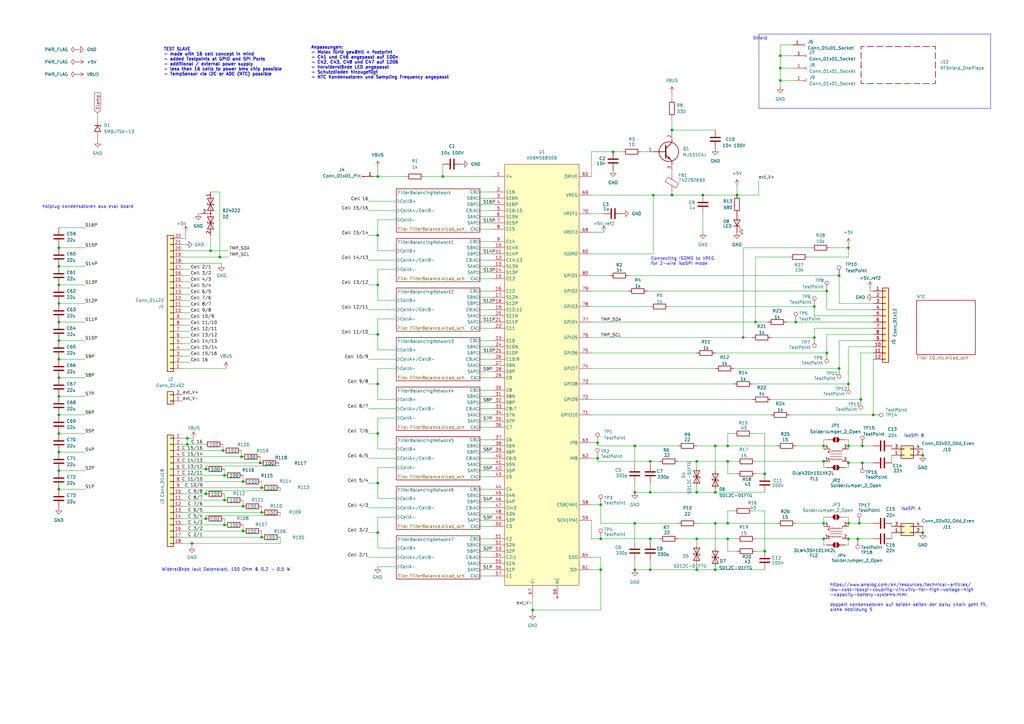
<source format=kicad_sch>
(kicad_sch
	(version 20231120)
	(generator "eeschema")
	(generator_version "8.0")
	(uuid "64eac9c4-e018-49db-b598-a7107a0db15b")
	(paper "A3")
	(lib_symbols
		(symbol "ADBMS6830B_lang:ADBMS6830B_Tall"
			(exclude_from_sim no)
			(in_bom yes)
			(on_board yes)
			(property "Reference" "U"
				(at 0 1.27 0)
				(effects
					(font
						(size 1.27 1.27)
					)
				)
			)
			(property "Value" "ADBMS6830B"
				(at 0 -1.27 0)
				(effects
					(font
						(size 1.27 1.27)
					)
				)
			)
			(property "Footprint" "ADBMS6830:QFP-80_12x12_Pitch0.5mm"
				(at -48.26 53.34 0)
				(effects
					(font
						(size 1.27 1.27)
					)
					(hide yes)
				)
			)
			(property "Datasheet" "~/ADBMS6830B_ADI.pdf"
				(at -48.26 53.34 0)
				(effects
					(font
						(size 1.27 1.27)
					)
					(hide yes)
				)
			)
			(property "Description" ""
				(at 0 0 0)
				(effects
					(font
						(size 1.27 1.27)
					)
					(hide yes)
				)
			)
			(symbol "ADBMS6830B_Tall_1_0"
				(pin input line
					(at -20.32 46.99 0)
					(length 5)
					(name "C14:13"
						(effects
							(font
								(size 1.27 1.27)
							)
						)
					)
					(number "12"
						(effects
							(font
								(size 1.27 1.27)
							)
						)
					)
				)
				(pin input line
					(at -20.32 6.35 0)
					(length 5)
					(name "C10:9"
						(effects
							(font
								(size 1.27 1.27)
							)
						)
					)
					(number "26"
						(effects
							(font
								(size 1.27 1.27)
							)
						)
					)
				)
				(pin input line
					(at -20.32 -13.97 0)
					(length 5)
					(name "C8:7"
						(effects
							(font
								(size 1.27 1.27)
							)
						)
					)
					(number "33"
						(effects
							(font
								(size 1.27 1.27)
							)
						)
					)
				)
				(pin input line
					(at -20.32 -34.29 0)
					(length 5)
					(name "C6:5"
						(effects
							(font
								(size 1.27 1.27)
							)
						)
					)
					(number "40"
						(effects
							(font
								(size 1.27 1.27)
							)
						)
					)
				)
				(pin input line
					(at -20.32 -54.61 0)
					(length 5)
					(name "C4:3"
						(effects
							(font
								(size 1.27 1.27)
							)
						)
					)
					(number "47"
						(effects
							(font
								(size 1.27 1.27)
							)
						)
					)
				)
				(pin input line
					(at -20.32 -74.93 0)
					(length 5)
					(name "C2:1"
						(effects
							(font
								(size 1.27 1.27)
							)
						)
					)
					(number "54"
						(effects
							(font
								(size 1.27 1.27)
							)
						)
					)
				)
				(pin no_connect line
					(at 6.35 -91.44 90)
					(length 5)
					(name "NC"
						(effects
							(font
								(size 1.27 1.27)
							)
						)
					)
					(number "66"
						(effects
							(font
								(size 1.27 1.27)
							)
						)
					)
				)
				(pin bidirectional line
					(at 20.32 -16.51 180)
					(length 5)
					(name "GPIO10"
						(effects
							(font
								(size 1.27 1.27)
							)
						)
					)
					(number "71"
						(effects
							(font
								(size 1.27 1.27)
							)
						)
					)
				)
			)
			(symbol "ADBMS6830B_Tall_1_1"
				(rectangle
					(start -15.24 86.36)
					(end 15.24 -86.36)
					(stroke
						(width 0)
						(type default)
					)
					(fill
						(type background)
					)
				)
				(pin power_out line
					(at -20.32 81.28 0)
					(length 5)
					(name "V+"
						(effects
							(font
								(size 1.27 1.27)
							)
						)
					)
					(number "1"
						(effects
							(font
								(size 1.27 1.27)
							)
						)
					)
				)
				(pin input line
					(at -20.32 52.07 0)
					(length 5)
					(name "S14N"
						(effects
							(font
								(size 1.27 1.27)
							)
						)
					)
					(number "10"
						(effects
							(font
								(size 1.27 1.27)
							)
						)
					)
				)
				(pin input line
					(at -20.32 49.53 0)
					(length 5)
					(name "S14P"
						(effects
							(font
								(size 1.27 1.27)
							)
						)
					)
					(number "11"
						(effects
							(font
								(size 1.27 1.27)
							)
						)
					)
				)
				(pin input line
					(at -20.32 44.45 0)
					(length 5)
					(name "S13N"
						(effects
							(font
								(size 1.27 1.27)
							)
						)
					)
					(number "13"
						(effects
							(font
								(size 1.27 1.27)
							)
						)
					)
				)
				(pin input line
					(at -20.32 41.91 0)
					(length 5)
					(name "S13P"
						(effects
							(font
								(size 1.27 1.27)
							)
						)
					)
					(number "14"
						(effects
							(font
								(size 1.27 1.27)
							)
						)
					)
				)
				(pin input line
					(at -20.32 39.37 0)
					(length 5)
					(name "C13"
						(effects
							(font
								(size 1.27 1.27)
							)
						)
					)
					(number "15"
						(effects
							(font
								(size 1.27 1.27)
							)
						)
					)
				)
				(pin input line
					(at -20.32 34.29 0)
					(length 5)
					(name "C12"
						(effects
							(font
								(size 1.27 1.27)
							)
						)
					)
					(number "16"
						(effects
							(font
								(size 1.27 1.27)
							)
						)
					)
				)
				(pin input line
					(at -20.32 31.75 0)
					(length 5)
					(name "S12N"
						(effects
							(font
								(size 1.27 1.27)
							)
						)
					)
					(number "17"
						(effects
							(font
								(size 1.27 1.27)
							)
						)
					)
				)
				(pin input line
					(at -20.32 29.21 0)
					(length 5)
					(name "S12P"
						(effects
							(font
								(size 1.27 1.27)
							)
						)
					)
					(number "18"
						(effects
							(font
								(size 1.27 1.27)
							)
						)
					)
				)
				(pin input line
					(at -20.32 26.67 0)
					(length 5)
					(name "C12:11"
						(effects
							(font
								(size 1.27 1.27)
							)
						)
					)
					(number "19"
						(effects
							(font
								(size 1.27 1.27)
							)
						)
					)
				)
				(pin input line
					(at -20.32 74.93 0)
					(length 5)
					(name "C16"
						(effects
							(font
								(size 1.27 1.27)
							)
						)
					)
					(number "2"
						(effects
							(font
								(size 1.27 1.27)
							)
						)
					)
				)
				(pin input line
					(at -20.32 24.13 0)
					(length 5)
					(name "S11N"
						(effects
							(font
								(size 1.27 1.27)
							)
						)
					)
					(number "20"
						(effects
							(font
								(size 1.27 1.27)
							)
						)
					)
				)
				(pin input line
					(at -20.32 21.59 0)
					(length 5)
					(name "S11P"
						(effects
							(font
								(size 1.27 1.27)
							)
						)
					)
					(number "21"
						(effects
							(font
								(size 1.27 1.27)
							)
						)
					)
				)
				(pin input line
					(at -20.32 19.05 0)
					(length 5)
					(name "C11"
						(effects
							(font
								(size 1.27 1.27)
							)
						)
					)
					(number "22"
						(effects
							(font
								(size 1.27 1.27)
							)
						)
					)
				)
				(pin input line
					(at -20.32 13.97 0)
					(length 5)
					(name "C10"
						(effects
							(font
								(size 1.27 1.27)
							)
						)
					)
					(number "23"
						(effects
							(font
								(size 1.27 1.27)
							)
						)
					)
				)
				(pin input line
					(at -20.32 11.43 0)
					(length 5)
					(name "S10N"
						(effects
							(font
								(size 1.27 1.27)
							)
						)
					)
					(number "24"
						(effects
							(font
								(size 1.27 1.27)
							)
						)
					)
				)
				(pin input line
					(at -20.32 8.89 0)
					(length 5)
					(name "S10P"
						(effects
							(font
								(size 1.27 1.27)
							)
						)
					)
					(number "25"
						(effects
							(font
								(size 1.27 1.27)
							)
						)
					)
				)
				(pin input line
					(at -20.32 3.81 0)
					(length 5)
					(name "S9N"
						(effects
							(font
								(size 1.27 1.27)
							)
						)
					)
					(number "27"
						(effects
							(font
								(size 1.27 1.27)
							)
						)
					)
				)
				(pin input line
					(at -20.32 1.27 0)
					(length 5)
					(name "S9P"
						(effects
							(font
								(size 1.27 1.27)
							)
						)
					)
					(number "28"
						(effects
							(font
								(size 1.27 1.27)
							)
						)
					)
				)
				(pin input line
					(at -20.32 -1.27 0)
					(length 5)
					(name "C9"
						(effects
							(font
								(size 1.27 1.27)
							)
						)
					)
					(number "29"
						(effects
							(font
								(size 1.27 1.27)
							)
						)
					)
				)
				(pin input line
					(at -20.32 72.39 0)
					(length 5)
					(name "S16N"
						(effects
							(font
								(size 1.27 1.27)
							)
						)
					)
					(number "3"
						(effects
							(font
								(size 1.27 1.27)
							)
						)
					)
				)
				(pin input line
					(at -20.32 -6.35 0)
					(length 5)
					(name "C8"
						(effects
							(font
								(size 1.27 1.27)
							)
						)
					)
					(number "30"
						(effects
							(font
								(size 1.27 1.27)
							)
						)
					)
				)
				(pin input line
					(at -20.32 -8.89 0)
					(length 5)
					(name "S8N"
						(effects
							(font
								(size 1.27 1.27)
							)
						)
					)
					(number "31"
						(effects
							(font
								(size 1.27 1.27)
							)
						)
					)
				)
				(pin input line
					(at -20.32 -11.43 0)
					(length 5)
					(name "S8P"
						(effects
							(font
								(size 1.27 1.27)
							)
						)
					)
					(number "32"
						(effects
							(font
								(size 1.27 1.27)
							)
						)
					)
				)
				(pin input line
					(at -20.32 -16.51 0)
					(length 5)
					(name "S7N"
						(effects
							(font
								(size 1.27 1.27)
							)
						)
					)
					(number "34"
						(effects
							(font
								(size 1.27 1.27)
							)
						)
					)
				)
				(pin input line
					(at -20.32 -19.05 0)
					(length 5)
					(name "S7P"
						(effects
							(font
								(size 1.27 1.27)
							)
						)
					)
					(number "35"
						(effects
							(font
								(size 1.27 1.27)
							)
						)
					)
				)
				(pin input line
					(at -20.32 -21.59 0)
					(length 5)
					(name "C7"
						(effects
							(font
								(size 1.27 1.27)
							)
						)
					)
					(number "36"
						(effects
							(font
								(size 1.27 1.27)
							)
						)
					)
				)
				(pin input line
					(at -20.32 -26.67 0)
					(length 5)
					(name "C6"
						(effects
							(font
								(size 1.27 1.27)
							)
						)
					)
					(number "37"
						(effects
							(font
								(size 1.27 1.27)
							)
						)
					)
				)
				(pin input line
					(at -20.32 -29.21 0)
					(length 5)
					(name "S6N"
						(effects
							(font
								(size 1.27 1.27)
							)
						)
					)
					(number "38"
						(effects
							(font
								(size 1.27 1.27)
							)
						)
					)
				)
				(pin input line
					(at -20.32 -31.75 0)
					(length 5)
					(name "S6P"
						(effects
							(font
								(size 1.27 1.27)
							)
						)
					)
					(number "39"
						(effects
							(font
								(size 1.27 1.27)
							)
						)
					)
				)
				(pin input line
					(at -20.32 69.85 0)
					(length 5)
					(name "S16P"
						(effects
							(font
								(size 1.27 1.27)
							)
						)
					)
					(number "4"
						(effects
							(font
								(size 1.27 1.27)
							)
						)
					)
				)
				(pin input line
					(at -20.32 -36.83 0)
					(length 5)
					(name "S5N"
						(effects
							(font
								(size 1.27 1.27)
							)
						)
					)
					(number "41"
						(effects
							(font
								(size 1.27 1.27)
							)
						)
					)
				)
				(pin input line
					(at -20.32 -39.37 0)
					(length 5)
					(name "S5P"
						(effects
							(font
								(size 1.27 1.27)
							)
						)
					)
					(number "42"
						(effects
							(font
								(size 1.27 1.27)
							)
						)
					)
				)
				(pin input line
					(at -20.32 -41.91 0)
					(length 5)
					(name "C5"
						(effects
							(font
								(size 1.27 1.27)
							)
						)
					)
					(number "43"
						(effects
							(font
								(size 1.27 1.27)
							)
						)
					)
				)
				(pin input line
					(at -20.32 -46.99 0)
					(length 5)
					(name "C4"
						(effects
							(font
								(size 1.27 1.27)
							)
						)
					)
					(number "44"
						(effects
							(font
								(size 1.27 1.27)
							)
						)
					)
				)
				(pin input line
					(at -20.32 -49.53 0)
					(length 5)
					(name "S4N"
						(effects
							(font
								(size 1.27 1.27)
							)
						)
					)
					(number "45"
						(effects
							(font
								(size 1.27 1.27)
							)
						)
					)
				)
				(pin input line
					(at -20.32 -52.07 0)
					(length 5)
					(name "S4P"
						(effects
							(font
								(size 1.27 1.27)
							)
						)
					)
					(number "46"
						(effects
							(font
								(size 1.27 1.27)
							)
						)
					)
				)
				(pin input line
					(at -20.32 -57.15 0)
					(length 5)
					(name "S3N"
						(effects
							(font
								(size 1.27 1.27)
							)
						)
					)
					(number "48"
						(effects
							(font
								(size 1.27 1.27)
							)
						)
					)
				)
				(pin input line
					(at -20.32 -59.69 0)
					(length 5)
					(name "S3P"
						(effects
							(font
								(size 1.27 1.27)
							)
						)
					)
					(number "49"
						(effects
							(font
								(size 1.27 1.27)
							)
						)
					)
				)
				(pin input line
					(at -20.32 67.31 0)
					(length 5)
					(name "C16:15"
						(effects
							(font
								(size 1.27 1.27)
							)
						)
					)
					(number "5"
						(effects
							(font
								(size 1.27 1.27)
							)
						)
					)
				)
				(pin input line
					(at -20.32 -62.23 0)
					(length 5)
					(name "C3"
						(effects
							(font
								(size 1.27 1.27)
							)
						)
					)
					(number "50"
						(effects
							(font
								(size 1.27 1.27)
							)
						)
					)
				)
				(pin input line
					(at -20.32 -67.31 0)
					(length 5)
					(name "C2"
						(effects
							(font
								(size 1.27 1.27)
							)
						)
					)
					(number "51"
						(effects
							(font
								(size 1.27 1.27)
							)
						)
					)
				)
				(pin input line
					(at -20.32 -69.85 0)
					(length 5)
					(name "S2N"
						(effects
							(font
								(size 1.27 1.27)
							)
						)
					)
					(number "52"
						(effects
							(font
								(size 1.27 1.27)
							)
						)
					)
				)
				(pin input line
					(at -20.32 -72.39 0)
					(length 5)
					(name "S2P"
						(effects
							(font
								(size 1.27 1.27)
							)
						)
					)
					(number "53"
						(effects
							(font
								(size 1.27 1.27)
							)
						)
					)
				)
				(pin input line
					(at -20.32 -77.47 0)
					(length 5)
					(name "S1N"
						(effects
							(font
								(size 1.27 1.27)
							)
						)
					)
					(number "55"
						(effects
							(font
								(size 1.27 1.27)
							)
						)
					)
				)
				(pin input line
					(at -20.32 -80.01 0)
					(length 5)
					(name "S1P"
						(effects
							(font
								(size 1.27 1.27)
							)
						)
					)
					(number "56"
						(effects
							(font
								(size 1.27 1.27)
							)
						)
					)
				)
				(pin input line
					(at -20.32 -82.55 0)
					(length 5)
					(name "C1"
						(effects
							(font
								(size 1.27 1.27)
							)
						)
					)
					(number "57"
						(effects
							(font
								(size 1.27 1.27)
							)
						)
					)
				)
				(pin bidirectional line
					(at 20.32 -53.34 180)
					(length 5)
					(name "CSB(IMA)"
						(effects
							(font
								(size 1.27 1.27)
							)
						)
					)
					(number "58"
						(effects
							(font
								(size 1.27 1.27)
							)
						)
					)
				)
				(pin bidirectional line
					(at 20.32 -59.69 180)
					(length 5)
					(name "SCK(IPA)"
						(effects
							(font
								(size 1.27 1.27)
							)
						)
					)
					(number "59"
						(effects
							(font
								(size 1.27 1.27)
							)
						)
					)
				)
				(pin input line
					(at -20.32 64.77 0)
					(length 5)
					(name "S15N"
						(effects
							(font
								(size 1.27 1.27)
							)
						)
					)
					(number "6"
						(effects
							(font
								(size 1.27 1.27)
							)
						)
					)
				)
				(pin bidirectional line
					(at 20.32 49.53 180)
					(length 5)
					(name "ISOMD"
						(effects
							(font
								(size 1.27 1.27)
							)
						)
					)
					(number "60"
						(effects
							(font
								(size 1.27 1.27)
							)
						)
					)
				)
				(pin bidirectional line
					(at 20.32 -80.01 180)
					(length 5)
					(name "SDI"
						(effects
							(font
								(size 1.27 1.27)
							)
						)
					)
					(number "61"
						(effects
							(font
								(size 1.27 1.27)
							)
						)
					)
				)
				(pin bidirectional line
					(at 20.32 -34.29 180)
					(length 5)
					(name "IMB"
						(effects
							(font
								(size 1.27 1.27)
							)
						)
					)
					(number "62"
						(effects
							(font
								(size 1.27 1.27)
							)
						)
					)
				)
				(pin bidirectional line
					(at 20.32 -27.94 180)
					(length 5)
					(name "IPB"
						(effects
							(font
								(size 1.27 1.27)
							)
						)
					)
					(number "63"
						(effects
							(font
								(size 1.27 1.27)
							)
						)
					)
				)
				(pin bidirectional line
					(at 20.32 -74.93 180)
					(length 5)
					(name "SDO"
						(effects
							(font
								(size 1.27 1.27)
							)
						)
					)
					(number "64"
						(effects
							(font
								(size 1.27 1.27)
							)
						)
					)
				)
				(pin bidirectional line
					(at 20.32 81.28 180)
					(length 5)
					(name "DRIVE"
						(effects
							(font
								(size 1.27 1.27)
							)
						)
					)
					(number "65"
						(effects
							(font
								(size 1.27 1.27)
							)
						)
					)
				)
				(pin input line
					(at -3.81 -91.44 90)
					(length 5)
					(name "V-"
						(effects
							(font
								(size 1.27 1.27)
							)
						)
					)
					(number "67"
						(effects
							(font
								(size 1.27 1.27)
							)
						)
					)
				)
				(pin power_out line
					(at 20.32 58.42 180)
					(length 5)
					(name "VREF2"
						(effects
							(font
								(size 1.27 1.27)
							)
						)
					)
					(number "68"
						(effects
							(font
								(size 1.27 1.27)
							)
						)
					)
				)
				(pin input line
					(at 20.32 73.66 180)
					(length 5)
					(name "VREG"
						(effects
							(font
								(size 1.27 1.27)
							)
						)
					)
					(number "69"
						(effects
							(font
								(size 1.27 1.27)
							)
						)
					)
				)
				(pin input line
					(at -20.32 62.23 0)
					(length 5)
					(name "S15P"
						(effects
							(font
								(size 1.27 1.27)
							)
						)
					)
					(number "7"
						(effects
							(font
								(size 1.27 1.27)
							)
						)
					)
				)
				(pin power_out line
					(at 20.32 66.04 180)
					(length 5)
					(name "VREF1"
						(effects
							(font
								(size 1.27 1.27)
							)
						)
					)
					(number "70"
						(effects
							(font
								(size 1.27 1.27)
							)
						)
					)
				)
				(pin bidirectional line
					(at 20.32 -10.16 180)
					(length 5)
					(name "GPIO9"
						(effects
							(font
								(size 1.27 1.27)
							)
						)
					)
					(number "72"
						(effects
							(font
								(size 1.27 1.27)
							)
						)
					)
				)
				(pin bidirectional line
					(at 20.32 -3.81 180)
					(length 5)
					(name "GPIO8"
						(effects
							(font
								(size 1.27 1.27)
							)
						)
					)
					(number "73"
						(effects
							(font
								(size 1.27 1.27)
							)
						)
					)
				)
				(pin bidirectional line
					(at 20.32 2.54 180)
					(length 5)
					(name "GPIO7"
						(effects
							(font
								(size 1.27 1.27)
							)
						)
					)
					(number "74"
						(effects
							(font
								(size 1.27 1.27)
							)
						)
					)
				)
				(pin bidirectional line
					(at 20.32 8.89 180)
					(length 5)
					(name "GPIO6"
						(effects
							(font
								(size 1.27 1.27)
							)
						)
					)
					(number "75"
						(effects
							(font
								(size 1.27 1.27)
							)
						)
					)
				)
				(pin bidirectional line
					(at 20.32 15.24 180)
					(length 5)
					(name "GPIO5"
						(effects
							(font
								(size 1.27 1.27)
							)
						)
					)
					(number "76"
						(effects
							(font
								(size 1.27 1.27)
							)
						)
					)
				)
				(pin bidirectional line
					(at 20.32 21.59 180)
					(length 5)
					(name "GPIO4"
						(effects
							(font
								(size 1.27 1.27)
							)
						)
					)
					(number "77"
						(effects
							(font
								(size 1.27 1.27)
							)
						)
					)
				)
				(pin bidirectional line
					(at 20.32 27.94 180)
					(length 5)
					(name "GPIO3"
						(effects
							(font
								(size 1.27 1.27)
							)
						)
					)
					(number "78"
						(effects
							(font
								(size 1.27 1.27)
							)
						)
					)
				)
				(pin bidirectional line
					(at 20.32 34.29 180)
					(length 5)
					(name "GPIO2"
						(effects
							(font
								(size 1.27 1.27)
							)
						)
					)
					(number "79"
						(effects
							(font
								(size 1.27 1.27)
							)
						)
					)
				)
				(pin input line
					(at -20.32 59.69 0)
					(length 5)
					(name "C15"
						(effects
							(font
								(size 1.27 1.27)
							)
						)
					)
					(number "8"
						(effects
							(font
								(size 1.27 1.27)
							)
						)
					)
				)
				(pin bidirectional line
					(at 20.32 40.64 180)
					(length 5)
					(name "GPIO1"
						(effects
							(font
								(size 1.27 1.27)
							)
						)
					)
					(number "80"
						(effects
							(font
								(size 1.27 1.27)
							)
						)
					)
				)
				(pin input line
					(at -20.32 54.61 0)
					(length 5)
					(name "C14"
						(effects
							(font
								(size 1.27 1.27)
							)
						)
					)
					(number "9"
						(effects
							(font
								(size 1.27 1.27)
							)
						)
					)
				)
			)
		)
		(symbol "Connector:Conn_01x01_Pin"
			(pin_names
				(offset 1.016) hide)
			(exclude_from_sim no)
			(in_bom yes)
			(on_board yes)
			(property "Reference" "J"
				(at 0 2.54 0)
				(effects
					(font
						(size 1.27 1.27)
					)
				)
			)
			(property "Value" "Conn_01x01_Pin"
				(at 0 -2.54 0)
				(effects
					(font
						(size 1.27 1.27)
					)
				)
			)
			(property "Footprint" ""
				(at 0 0 0)
				(effects
					(font
						(size 1.27 1.27)
					)
					(hide yes)
				)
			)
			(property "Datasheet" "~"
				(at 0 0 0)
				(effects
					(font
						(size 1.27 1.27)
					)
					(hide yes)
				)
			)
			(property "Description" "Generic connector, single row, 01x01, script generated"
				(at 0 0 0)
				(effects
					(font
						(size 1.27 1.27)
					)
					(hide yes)
				)
			)
			(property "ki_locked" ""
				(at 0 0 0)
				(effects
					(font
						(size 1.27 1.27)
					)
				)
			)
			(property "ki_keywords" "connector"
				(at 0 0 0)
				(effects
					(font
						(size 1.27 1.27)
					)
					(hide yes)
				)
			)
			(property "ki_fp_filters" "Connector*:*_1x??_*"
				(at 0 0 0)
				(effects
					(font
						(size 1.27 1.27)
					)
					(hide yes)
				)
			)
			(symbol "Conn_01x01_Pin_1_1"
				(polyline
					(pts
						(xy 1.27 0) (xy 0.8636 0)
					)
					(stroke
						(width 0.1524)
						(type default)
					)
					(fill
						(type none)
					)
				)
				(rectangle
					(start 0.8636 0.127)
					(end 0 -0.127)
					(stroke
						(width 0.1524)
						(type default)
					)
					(fill
						(type outline)
					)
				)
				(pin passive line
					(at 5.08 0 180)
					(length 3.81)
					(name "Pin_1"
						(effects
							(font
								(size 1.27 1.27)
							)
						)
					)
					(number "1"
						(effects
							(font
								(size 1.27 1.27)
							)
						)
					)
				)
			)
		)
		(symbol "Connector:Conn_01x01_Socket"
			(pin_names
				(offset 1.016) hide)
			(exclude_from_sim no)
			(in_bom yes)
			(on_board yes)
			(property "Reference" "J"
				(at 0 2.54 0)
				(effects
					(font
						(size 1.27 1.27)
					)
				)
			)
			(property "Value" "Conn_01x01_Socket"
				(at 0 -2.54 0)
				(effects
					(font
						(size 1.27 1.27)
					)
				)
			)
			(property "Footprint" ""
				(at 0 0 0)
				(effects
					(font
						(size 1.27 1.27)
					)
					(hide yes)
				)
			)
			(property "Datasheet" "~"
				(at 0 0 0)
				(effects
					(font
						(size 1.27 1.27)
					)
					(hide yes)
				)
			)
			(property "Description" "Generic connector, single row, 01x01, script generated"
				(at 0 0 0)
				(effects
					(font
						(size 1.27 1.27)
					)
					(hide yes)
				)
			)
			(property "ki_locked" ""
				(at 0 0 0)
				(effects
					(font
						(size 1.27 1.27)
					)
				)
			)
			(property "ki_keywords" "connector"
				(at 0 0 0)
				(effects
					(font
						(size 1.27 1.27)
					)
					(hide yes)
				)
			)
			(property "ki_fp_filters" "Connector*:*_1x??_*"
				(at 0 0 0)
				(effects
					(font
						(size 1.27 1.27)
					)
					(hide yes)
				)
			)
			(symbol "Conn_01x01_Socket_1_1"
				(polyline
					(pts
						(xy -1.27 0) (xy -0.508 0)
					)
					(stroke
						(width 0.1524)
						(type default)
					)
					(fill
						(type none)
					)
				)
				(arc
					(start 0 0.508)
					(mid -0.5058 0)
					(end 0 -0.508)
					(stroke
						(width 0.1524)
						(type default)
					)
					(fill
						(type none)
					)
				)
				(pin passive line
					(at -5.08 0 0)
					(length 3.81)
					(name "Pin_1"
						(effects
							(font
								(size 1.27 1.27)
							)
						)
					)
					(number "1"
						(effects
							(font
								(size 1.27 1.27)
							)
						)
					)
				)
			)
		)
		(symbol "Connector:TestPoint"
			(pin_numbers hide)
			(pin_names
				(offset 0.762) hide)
			(exclude_from_sim no)
			(in_bom yes)
			(on_board yes)
			(property "Reference" "TP"
				(at 0 6.858 0)
				(effects
					(font
						(size 1.27 1.27)
					)
				)
			)
			(property "Value" "TestPoint"
				(at 0 5.08 0)
				(effects
					(font
						(size 1.27 1.27)
					)
				)
			)
			(property "Footprint" ""
				(at 5.08 0 0)
				(effects
					(font
						(size 1.27 1.27)
					)
					(hide yes)
				)
			)
			(property "Datasheet" "~"
				(at 5.08 0 0)
				(effects
					(font
						(size 1.27 1.27)
					)
					(hide yes)
				)
			)
			(property "Description" "test point"
				(at 0 0 0)
				(effects
					(font
						(size 1.27 1.27)
					)
					(hide yes)
				)
			)
			(property "ki_keywords" "test point tp"
				(at 0 0 0)
				(effects
					(font
						(size 1.27 1.27)
					)
					(hide yes)
				)
			)
			(property "ki_fp_filters" "Pin* Test*"
				(at 0 0 0)
				(effects
					(font
						(size 1.27 1.27)
					)
					(hide yes)
				)
			)
			(symbol "TestPoint_0_1"
				(circle
					(center 0 3.302)
					(radius 0.762)
					(stroke
						(width 0)
						(type default)
					)
					(fill
						(type none)
					)
				)
			)
			(symbol "TestPoint_1_1"
				(pin passive line
					(at 0 0 90)
					(length 2.54)
					(name "1"
						(effects
							(font
								(size 1.27 1.27)
							)
						)
					)
					(number "1"
						(effects
							(font
								(size 1.27 1.27)
							)
						)
					)
				)
			)
		)
		(symbol "Connector_Generic:Conn_01x02"
			(pin_names
				(offset 1.016) hide)
			(exclude_from_sim no)
			(in_bom yes)
			(on_board yes)
			(property "Reference" "J"
				(at 0 2.54 0)
				(effects
					(font
						(size 1.27 1.27)
					)
				)
			)
			(property "Value" "Conn_01x02"
				(at 0 -5.08 0)
				(effects
					(font
						(size 1.27 1.27)
					)
				)
			)
			(property "Footprint" ""
				(at 0 0 0)
				(effects
					(font
						(size 1.27 1.27)
					)
					(hide yes)
				)
			)
			(property "Datasheet" "~"
				(at 0 0 0)
				(effects
					(font
						(size 1.27 1.27)
					)
					(hide yes)
				)
			)
			(property "Description" "Generic connector, single row, 01x02, script generated (kicad-library-utils/schlib/autogen/connector/)"
				(at 0 0 0)
				(effects
					(font
						(size 1.27 1.27)
					)
					(hide yes)
				)
			)
			(property "ki_keywords" "connector"
				(at 0 0 0)
				(effects
					(font
						(size 1.27 1.27)
					)
					(hide yes)
				)
			)
			(property "ki_fp_filters" "Connector*:*_1x??_*"
				(at 0 0 0)
				(effects
					(font
						(size 1.27 1.27)
					)
					(hide yes)
				)
			)
			(symbol "Conn_01x02_1_1"
				(rectangle
					(start -1.27 -2.413)
					(end 0 -2.667)
					(stroke
						(width 0.1524)
						(type default)
					)
					(fill
						(type none)
					)
				)
				(rectangle
					(start -1.27 0.127)
					(end 0 -0.127)
					(stroke
						(width 0.1524)
						(type default)
					)
					(fill
						(type none)
					)
				)
				(rectangle
					(start -1.27 1.27)
					(end 1.27 -3.81)
					(stroke
						(width 0.254)
						(type default)
					)
					(fill
						(type background)
					)
				)
				(pin passive line
					(at -5.08 0 0)
					(length 3.81)
					(name "Pin_1"
						(effects
							(font
								(size 1.27 1.27)
							)
						)
					)
					(number "1"
						(effects
							(font
								(size 1.27 1.27)
							)
						)
					)
				)
				(pin passive line
					(at -5.08 -2.54 0)
					(length 3.81)
					(name "Pin_2"
						(effects
							(font
								(size 1.27 1.27)
							)
						)
					)
					(number "2"
						(effects
							(font
								(size 1.27 1.27)
							)
						)
					)
				)
			)
		)
		(symbol "Connector_Generic:Conn_01x12"
			(pin_names
				(offset 1.016) hide)
			(exclude_from_sim no)
			(in_bom yes)
			(on_board yes)
			(property "Reference" "J"
				(at 0 15.24 0)
				(effects
					(font
						(size 1.27 1.27)
					)
				)
			)
			(property "Value" "Conn_01x12"
				(at 0 -17.78 0)
				(effects
					(font
						(size 1.27 1.27)
					)
				)
			)
			(property "Footprint" ""
				(at 0 0 0)
				(effects
					(font
						(size 1.27 1.27)
					)
					(hide yes)
				)
			)
			(property "Datasheet" "~"
				(at 0 0 0)
				(effects
					(font
						(size 1.27 1.27)
					)
					(hide yes)
				)
			)
			(property "Description" "Generic connector, single row, 01x12, script generated (kicad-library-utils/schlib/autogen/connector/)"
				(at 0 0 0)
				(effects
					(font
						(size 1.27 1.27)
					)
					(hide yes)
				)
			)
			(property "ki_keywords" "connector"
				(at 0 0 0)
				(effects
					(font
						(size 1.27 1.27)
					)
					(hide yes)
				)
			)
			(property "ki_fp_filters" "Connector*:*_1x??_*"
				(at 0 0 0)
				(effects
					(font
						(size 1.27 1.27)
					)
					(hide yes)
				)
			)
			(symbol "Conn_01x12_1_1"
				(rectangle
					(start -1.27 -15.113)
					(end 0 -15.367)
					(stroke
						(width 0.1524)
						(type default)
					)
					(fill
						(type none)
					)
				)
				(rectangle
					(start -1.27 -12.573)
					(end 0 -12.827)
					(stroke
						(width 0.1524)
						(type default)
					)
					(fill
						(type none)
					)
				)
				(rectangle
					(start -1.27 -10.033)
					(end 0 -10.287)
					(stroke
						(width 0.1524)
						(type default)
					)
					(fill
						(type none)
					)
				)
				(rectangle
					(start -1.27 -7.493)
					(end 0 -7.747)
					(stroke
						(width 0.1524)
						(type default)
					)
					(fill
						(type none)
					)
				)
				(rectangle
					(start -1.27 -4.953)
					(end 0 -5.207)
					(stroke
						(width 0.1524)
						(type default)
					)
					(fill
						(type none)
					)
				)
				(rectangle
					(start -1.27 -2.413)
					(end 0 -2.667)
					(stroke
						(width 0.1524)
						(type default)
					)
					(fill
						(type none)
					)
				)
				(rectangle
					(start -1.27 0.127)
					(end 0 -0.127)
					(stroke
						(width 0.1524)
						(type default)
					)
					(fill
						(type none)
					)
				)
				(rectangle
					(start -1.27 2.667)
					(end 0 2.413)
					(stroke
						(width 0.1524)
						(type default)
					)
					(fill
						(type none)
					)
				)
				(rectangle
					(start -1.27 5.207)
					(end 0 4.953)
					(stroke
						(width 0.1524)
						(type default)
					)
					(fill
						(type none)
					)
				)
				(rectangle
					(start -1.27 7.747)
					(end 0 7.493)
					(stroke
						(width 0.1524)
						(type default)
					)
					(fill
						(type none)
					)
				)
				(rectangle
					(start -1.27 10.287)
					(end 0 10.033)
					(stroke
						(width 0.1524)
						(type default)
					)
					(fill
						(type none)
					)
				)
				(rectangle
					(start -1.27 12.827)
					(end 0 12.573)
					(stroke
						(width 0.1524)
						(type default)
					)
					(fill
						(type none)
					)
				)
				(rectangle
					(start -1.27 13.97)
					(end 1.27 -16.51)
					(stroke
						(width 0.254)
						(type default)
					)
					(fill
						(type background)
					)
				)
				(pin passive line
					(at -5.08 12.7 0)
					(length 3.81)
					(name "Pin_1"
						(effects
							(font
								(size 1.27 1.27)
							)
						)
					)
					(number "1"
						(effects
							(font
								(size 1.27 1.27)
							)
						)
					)
				)
				(pin passive line
					(at -5.08 -10.16 0)
					(length 3.81)
					(name "Pin_10"
						(effects
							(font
								(size 1.27 1.27)
							)
						)
					)
					(number "10"
						(effects
							(font
								(size 1.27 1.27)
							)
						)
					)
				)
				(pin passive line
					(at -5.08 -12.7 0)
					(length 3.81)
					(name "Pin_11"
						(effects
							(font
								(size 1.27 1.27)
							)
						)
					)
					(number "11"
						(effects
							(font
								(size 1.27 1.27)
							)
						)
					)
				)
				(pin passive line
					(at -5.08 -15.24 0)
					(length 3.81)
					(name "Pin_12"
						(effects
							(font
								(size 1.27 1.27)
							)
						)
					)
					(number "12"
						(effects
							(font
								(size 1.27 1.27)
							)
						)
					)
				)
				(pin passive line
					(at -5.08 10.16 0)
					(length 3.81)
					(name "Pin_2"
						(effects
							(font
								(size 1.27 1.27)
							)
						)
					)
					(number "2"
						(effects
							(font
								(size 1.27 1.27)
							)
						)
					)
				)
				(pin passive line
					(at -5.08 7.62 0)
					(length 3.81)
					(name "Pin_3"
						(effects
							(font
								(size 1.27 1.27)
							)
						)
					)
					(number "3"
						(effects
							(font
								(size 1.27 1.27)
							)
						)
					)
				)
				(pin passive line
					(at -5.08 5.08 0)
					(length 3.81)
					(name "Pin_4"
						(effects
							(font
								(size 1.27 1.27)
							)
						)
					)
					(number "4"
						(effects
							(font
								(size 1.27 1.27)
							)
						)
					)
				)
				(pin passive line
					(at -5.08 2.54 0)
					(length 3.81)
					(name "Pin_5"
						(effects
							(font
								(size 1.27 1.27)
							)
						)
					)
					(number "5"
						(effects
							(font
								(size 1.27 1.27)
							)
						)
					)
				)
				(pin passive line
					(at -5.08 0 0)
					(length 3.81)
					(name "Pin_6"
						(effects
							(font
								(size 1.27 1.27)
							)
						)
					)
					(number "6"
						(effects
							(font
								(size 1.27 1.27)
							)
						)
					)
				)
				(pin passive line
					(at -5.08 -2.54 0)
					(length 3.81)
					(name "Pin_7"
						(effects
							(font
								(size 1.27 1.27)
							)
						)
					)
					(number "7"
						(effects
							(font
								(size 1.27 1.27)
							)
						)
					)
				)
				(pin passive line
					(at -5.08 -5.08 0)
					(length 3.81)
					(name "Pin_8"
						(effects
							(font
								(size 1.27 1.27)
							)
						)
					)
					(number "8"
						(effects
							(font
								(size 1.27 1.27)
							)
						)
					)
				)
				(pin passive line
					(at -5.08 -7.62 0)
					(length 3.81)
					(name "Pin_9"
						(effects
							(font
								(size 1.27 1.27)
							)
						)
					)
					(number "9"
						(effects
							(font
								(size 1.27 1.27)
							)
						)
					)
				)
			)
		)
		(symbol "Connector_Generic:Conn_01x18"
			(pin_names
				(offset 1.016) hide)
			(exclude_from_sim no)
			(in_bom yes)
			(on_board yes)
			(property "Reference" "J"
				(at 0 22.86 0)
				(effects
					(font
						(size 1.27 1.27)
					)
				)
			)
			(property "Value" "Conn_01x18"
				(at 0 -25.4 0)
				(effects
					(font
						(size 1.27 1.27)
					)
				)
			)
			(property "Footprint" ""
				(at 0 0 0)
				(effects
					(font
						(size 1.27 1.27)
					)
					(hide yes)
				)
			)
			(property "Datasheet" "~"
				(at 0 0 0)
				(effects
					(font
						(size 1.27 1.27)
					)
					(hide yes)
				)
			)
			(property "Description" "Generic connector, single row, 01x18, script generated (kicad-library-utils/schlib/autogen/connector/)"
				(at 0 0 0)
				(effects
					(font
						(size 1.27 1.27)
					)
					(hide yes)
				)
			)
			(property "ki_keywords" "connector"
				(at 0 0 0)
				(effects
					(font
						(size 1.27 1.27)
					)
					(hide yes)
				)
			)
			(property "ki_fp_filters" "Connector*:*_1x??_*"
				(at 0 0 0)
				(effects
					(font
						(size 1.27 1.27)
					)
					(hide yes)
				)
			)
			(symbol "Conn_01x18_1_1"
				(rectangle
					(start -1.27 -22.733)
					(end 0 -22.987)
					(stroke
						(width 0.1524)
						(type default)
					)
					(fill
						(type none)
					)
				)
				(rectangle
					(start -1.27 -20.193)
					(end 0 -20.447)
					(stroke
						(width 0.1524)
						(type default)
					)
					(fill
						(type none)
					)
				)
				(rectangle
					(start -1.27 -17.653)
					(end 0 -17.907)
					(stroke
						(width 0.1524)
						(type default)
					)
					(fill
						(type none)
					)
				)
				(rectangle
					(start -1.27 -15.113)
					(end 0 -15.367)
					(stroke
						(width 0.1524)
						(type default)
					)
					(fill
						(type none)
					)
				)
				(rectangle
					(start -1.27 -12.573)
					(end 0 -12.827)
					(stroke
						(width 0.1524)
						(type default)
					)
					(fill
						(type none)
					)
				)
				(rectangle
					(start -1.27 -10.033)
					(end 0 -10.287)
					(stroke
						(width 0.1524)
						(type default)
					)
					(fill
						(type none)
					)
				)
				(rectangle
					(start -1.27 -7.493)
					(end 0 -7.747)
					(stroke
						(width 0.1524)
						(type default)
					)
					(fill
						(type none)
					)
				)
				(rectangle
					(start -1.27 -4.953)
					(end 0 -5.207)
					(stroke
						(width 0.1524)
						(type default)
					)
					(fill
						(type none)
					)
				)
				(rectangle
					(start -1.27 -2.413)
					(end 0 -2.667)
					(stroke
						(width 0.1524)
						(type default)
					)
					(fill
						(type none)
					)
				)
				(rectangle
					(start -1.27 0.127)
					(end 0 -0.127)
					(stroke
						(width 0.1524)
						(type default)
					)
					(fill
						(type none)
					)
				)
				(rectangle
					(start -1.27 2.667)
					(end 0 2.413)
					(stroke
						(width 0.1524)
						(type default)
					)
					(fill
						(type none)
					)
				)
				(rectangle
					(start -1.27 5.207)
					(end 0 4.953)
					(stroke
						(width 0.1524)
						(type default)
					)
					(fill
						(type none)
					)
				)
				(rectangle
					(start -1.27 7.747)
					(end 0 7.493)
					(stroke
						(width 0.1524)
						(type default)
					)
					(fill
						(type none)
					)
				)
				(rectangle
					(start -1.27 10.287)
					(end 0 10.033)
					(stroke
						(width 0.1524)
						(type default)
					)
					(fill
						(type none)
					)
				)
				(rectangle
					(start -1.27 12.827)
					(end 0 12.573)
					(stroke
						(width 0.1524)
						(type default)
					)
					(fill
						(type none)
					)
				)
				(rectangle
					(start -1.27 15.367)
					(end 0 15.113)
					(stroke
						(width 0.1524)
						(type default)
					)
					(fill
						(type none)
					)
				)
				(rectangle
					(start -1.27 17.907)
					(end 0 17.653)
					(stroke
						(width 0.1524)
						(type default)
					)
					(fill
						(type none)
					)
				)
				(rectangle
					(start -1.27 20.447)
					(end 0 20.193)
					(stroke
						(width 0.1524)
						(type default)
					)
					(fill
						(type none)
					)
				)
				(rectangle
					(start -1.27 21.59)
					(end 1.27 -24.13)
					(stroke
						(width 0.254)
						(type default)
					)
					(fill
						(type background)
					)
				)
				(pin passive line
					(at -5.08 20.32 0)
					(length 3.81)
					(name "Pin_1"
						(effects
							(font
								(size 1.27 1.27)
							)
						)
					)
					(number "1"
						(effects
							(font
								(size 1.27 1.27)
							)
						)
					)
				)
				(pin passive line
					(at -5.08 -2.54 0)
					(length 3.81)
					(name "Pin_10"
						(effects
							(font
								(size 1.27 1.27)
							)
						)
					)
					(number "10"
						(effects
							(font
								(size 1.27 1.27)
							)
						)
					)
				)
				(pin passive line
					(at -5.08 -5.08 0)
					(length 3.81)
					(name "Pin_11"
						(effects
							(font
								(size 1.27 1.27)
							)
						)
					)
					(number "11"
						(effects
							(font
								(size 1.27 1.27)
							)
						)
					)
				)
				(pin passive line
					(at -5.08 -7.62 0)
					(length 3.81)
					(name "Pin_12"
						(effects
							(font
								(size 1.27 1.27)
							)
						)
					)
					(number "12"
						(effects
							(font
								(size 1.27 1.27)
							)
						)
					)
				)
				(pin passive line
					(at -5.08 -10.16 0)
					(length 3.81)
					(name "Pin_13"
						(effects
							(font
								(size 1.27 1.27)
							)
						)
					)
					(number "13"
						(effects
							(font
								(size 1.27 1.27)
							)
						)
					)
				)
				(pin passive line
					(at -5.08 -12.7 0)
					(length 3.81)
					(name "Pin_14"
						(effects
							(font
								(size 1.27 1.27)
							)
						)
					)
					(number "14"
						(effects
							(font
								(size 1.27 1.27)
							)
						)
					)
				)
				(pin passive line
					(at -5.08 -15.24 0)
					(length 3.81)
					(name "Pin_15"
						(effects
							(font
								(size 1.27 1.27)
							)
						)
					)
					(number "15"
						(effects
							(font
								(size 1.27 1.27)
							)
						)
					)
				)
				(pin passive line
					(at -5.08 -17.78 0)
					(length 3.81)
					(name "Pin_16"
						(effects
							(font
								(size 1.27 1.27)
							)
						)
					)
					(number "16"
						(effects
							(font
								(size 1.27 1.27)
							)
						)
					)
				)
				(pin passive line
					(at -5.08 -20.32 0)
					(length 3.81)
					(name "Pin_17"
						(effects
							(font
								(size 1.27 1.27)
							)
						)
					)
					(number "17"
						(effects
							(font
								(size 1.27 1.27)
							)
						)
					)
				)
				(pin passive line
					(at -5.08 -22.86 0)
					(length 3.81)
					(name "Pin_18"
						(effects
							(font
								(size 1.27 1.27)
							)
						)
					)
					(number "18"
						(effects
							(font
								(size 1.27 1.27)
							)
						)
					)
				)
				(pin passive line
					(at -5.08 17.78 0)
					(length 3.81)
					(name "Pin_2"
						(effects
							(font
								(size 1.27 1.27)
							)
						)
					)
					(number "2"
						(effects
							(font
								(size 1.27 1.27)
							)
						)
					)
				)
				(pin passive line
					(at -5.08 15.24 0)
					(length 3.81)
					(name "Pin_3"
						(effects
							(font
								(size 1.27 1.27)
							)
						)
					)
					(number "3"
						(effects
							(font
								(size 1.27 1.27)
							)
						)
					)
				)
				(pin passive line
					(at -5.08 12.7 0)
					(length 3.81)
					(name "Pin_4"
						(effects
							(font
								(size 1.27 1.27)
							)
						)
					)
					(number "4"
						(effects
							(font
								(size 1.27 1.27)
							)
						)
					)
				)
				(pin passive line
					(at -5.08 10.16 0)
					(length 3.81)
					(name "Pin_5"
						(effects
							(font
								(size 1.27 1.27)
							)
						)
					)
					(number "5"
						(effects
							(font
								(size 1.27 1.27)
							)
						)
					)
				)
				(pin passive line
					(at -5.08 7.62 0)
					(length 3.81)
					(name "Pin_6"
						(effects
							(font
								(size 1.27 1.27)
							)
						)
					)
					(number "6"
						(effects
							(font
								(size 1.27 1.27)
							)
						)
					)
				)
				(pin passive line
					(at -5.08 5.08 0)
					(length 3.81)
					(name "Pin_7"
						(effects
							(font
								(size 1.27 1.27)
							)
						)
					)
					(number "7"
						(effects
							(font
								(size 1.27 1.27)
							)
						)
					)
				)
				(pin passive line
					(at -5.08 2.54 0)
					(length 3.81)
					(name "Pin_8"
						(effects
							(font
								(size 1.27 1.27)
							)
						)
					)
					(number "8"
						(effects
							(font
								(size 1.27 1.27)
							)
						)
					)
				)
				(pin passive line
					(at -5.08 0 0)
					(length 3.81)
					(name "Pin_9"
						(effects
							(font
								(size 1.27 1.27)
							)
						)
					)
					(number "9"
						(effects
							(font
								(size 1.27 1.27)
							)
						)
					)
				)
			)
		)
		(symbol "Connector_Generic:Conn_01x22"
			(pin_names
				(offset 1.016) hide)
			(exclude_from_sim no)
			(in_bom yes)
			(on_board yes)
			(property "Reference" "J"
				(at 0 27.94 0)
				(effects
					(font
						(size 1.27 1.27)
					)
				)
			)
			(property "Value" "Conn_01x22"
				(at 0 -30.48 0)
				(effects
					(font
						(size 1.27 1.27)
					)
				)
			)
			(property "Footprint" ""
				(at 0 0 0)
				(effects
					(font
						(size 1.27 1.27)
					)
					(hide yes)
				)
			)
			(property "Datasheet" "~"
				(at 0 0 0)
				(effects
					(font
						(size 1.27 1.27)
					)
					(hide yes)
				)
			)
			(property "Description" "Generic connector, single row, 01x22, script generated (kicad-library-utils/schlib/autogen/connector/)"
				(at 0 0 0)
				(effects
					(font
						(size 1.27 1.27)
					)
					(hide yes)
				)
			)
			(property "ki_keywords" "connector"
				(at 0 0 0)
				(effects
					(font
						(size 1.27 1.27)
					)
					(hide yes)
				)
			)
			(property "ki_fp_filters" "Connector*:*_1x??_*"
				(at 0 0 0)
				(effects
					(font
						(size 1.27 1.27)
					)
					(hide yes)
				)
			)
			(symbol "Conn_01x22_1_1"
				(rectangle
					(start -1.27 -27.813)
					(end 0 -28.067)
					(stroke
						(width 0.1524)
						(type default)
					)
					(fill
						(type none)
					)
				)
				(rectangle
					(start -1.27 -25.273)
					(end 0 -25.527)
					(stroke
						(width 0.1524)
						(type default)
					)
					(fill
						(type none)
					)
				)
				(rectangle
					(start -1.27 -22.733)
					(end 0 -22.987)
					(stroke
						(width 0.1524)
						(type default)
					)
					(fill
						(type none)
					)
				)
				(rectangle
					(start -1.27 -20.193)
					(end 0 -20.447)
					(stroke
						(width 0.1524)
						(type default)
					)
					(fill
						(type none)
					)
				)
				(rectangle
					(start -1.27 -17.653)
					(end 0 -17.907)
					(stroke
						(width 0.1524)
						(type default)
					)
					(fill
						(type none)
					)
				)
				(rectangle
					(start -1.27 -15.113)
					(end 0 -15.367)
					(stroke
						(width 0.1524)
						(type default)
					)
					(fill
						(type none)
					)
				)
				(rectangle
					(start -1.27 -12.573)
					(end 0 -12.827)
					(stroke
						(width 0.1524)
						(type default)
					)
					(fill
						(type none)
					)
				)
				(rectangle
					(start -1.27 -10.033)
					(end 0 -10.287)
					(stroke
						(width 0.1524)
						(type default)
					)
					(fill
						(type none)
					)
				)
				(rectangle
					(start -1.27 -7.493)
					(end 0 -7.747)
					(stroke
						(width 0.1524)
						(type default)
					)
					(fill
						(type none)
					)
				)
				(rectangle
					(start -1.27 -4.953)
					(end 0 -5.207)
					(stroke
						(width 0.1524)
						(type default)
					)
					(fill
						(type none)
					)
				)
				(rectangle
					(start -1.27 -2.413)
					(end 0 -2.667)
					(stroke
						(width 0.1524)
						(type default)
					)
					(fill
						(type none)
					)
				)
				(rectangle
					(start -1.27 0.127)
					(end 0 -0.127)
					(stroke
						(width 0.1524)
						(type default)
					)
					(fill
						(type none)
					)
				)
				(rectangle
					(start -1.27 2.667)
					(end 0 2.413)
					(stroke
						(width 0.1524)
						(type default)
					)
					(fill
						(type none)
					)
				)
				(rectangle
					(start -1.27 5.207)
					(end 0 4.953)
					(stroke
						(width 0.1524)
						(type default)
					)
					(fill
						(type none)
					)
				)
				(rectangle
					(start -1.27 7.747)
					(end 0 7.493)
					(stroke
						(width 0.1524)
						(type default)
					)
					(fill
						(type none)
					)
				)
				(rectangle
					(start -1.27 10.287)
					(end 0 10.033)
					(stroke
						(width 0.1524)
						(type default)
					)
					(fill
						(type none)
					)
				)
				(rectangle
					(start -1.27 12.827)
					(end 0 12.573)
					(stroke
						(width 0.1524)
						(type default)
					)
					(fill
						(type none)
					)
				)
				(rectangle
					(start -1.27 15.367)
					(end 0 15.113)
					(stroke
						(width 0.1524)
						(type default)
					)
					(fill
						(type none)
					)
				)
				(rectangle
					(start -1.27 17.907)
					(end 0 17.653)
					(stroke
						(width 0.1524)
						(type default)
					)
					(fill
						(type none)
					)
				)
				(rectangle
					(start -1.27 20.447)
					(end 0 20.193)
					(stroke
						(width 0.1524)
						(type default)
					)
					(fill
						(type none)
					)
				)
				(rectangle
					(start -1.27 22.987)
					(end 0 22.733)
					(stroke
						(width 0.1524)
						(type default)
					)
					(fill
						(type none)
					)
				)
				(rectangle
					(start -1.27 25.527)
					(end 0 25.273)
					(stroke
						(width 0.1524)
						(type default)
					)
					(fill
						(type none)
					)
				)
				(rectangle
					(start -1.27 26.67)
					(end 1.27 -29.21)
					(stroke
						(width 0.254)
						(type default)
					)
					(fill
						(type background)
					)
				)
				(pin passive line
					(at -5.08 25.4 0)
					(length 3.81)
					(name "Pin_1"
						(effects
							(font
								(size 1.27 1.27)
							)
						)
					)
					(number "1"
						(effects
							(font
								(size 1.27 1.27)
							)
						)
					)
				)
				(pin passive line
					(at -5.08 2.54 0)
					(length 3.81)
					(name "Pin_10"
						(effects
							(font
								(size 1.27 1.27)
							)
						)
					)
					(number "10"
						(effects
							(font
								(size 1.27 1.27)
							)
						)
					)
				)
				(pin passive line
					(at -5.08 0 0)
					(length 3.81)
					(name "Pin_11"
						(effects
							(font
								(size 1.27 1.27)
							)
						)
					)
					(number "11"
						(effects
							(font
								(size 1.27 1.27)
							)
						)
					)
				)
				(pin passive line
					(at -5.08 -2.54 0)
					(length 3.81)
					(name "Pin_12"
						(effects
							(font
								(size 1.27 1.27)
							)
						)
					)
					(number "12"
						(effects
							(font
								(size 1.27 1.27)
							)
						)
					)
				)
				(pin passive line
					(at -5.08 -5.08 0)
					(length 3.81)
					(name "Pin_13"
						(effects
							(font
								(size 1.27 1.27)
							)
						)
					)
					(number "13"
						(effects
							(font
								(size 1.27 1.27)
							)
						)
					)
				)
				(pin passive line
					(at -5.08 -7.62 0)
					(length 3.81)
					(name "Pin_14"
						(effects
							(font
								(size 1.27 1.27)
							)
						)
					)
					(number "14"
						(effects
							(font
								(size 1.27 1.27)
							)
						)
					)
				)
				(pin passive line
					(at -5.08 -10.16 0)
					(length 3.81)
					(name "Pin_15"
						(effects
							(font
								(size 1.27 1.27)
							)
						)
					)
					(number "15"
						(effects
							(font
								(size 1.27 1.27)
							)
						)
					)
				)
				(pin passive line
					(at -5.08 -12.7 0)
					(length 3.81)
					(name "Pin_16"
						(effects
							(font
								(size 1.27 1.27)
							)
						)
					)
					(number "16"
						(effects
							(font
								(size 1.27 1.27)
							)
						)
					)
				)
				(pin passive line
					(at -5.08 -15.24 0)
					(length 3.81)
					(name "Pin_17"
						(effects
							(font
								(size 1.27 1.27)
							)
						)
					)
					(number "17"
						(effects
							(font
								(size 1.27 1.27)
							)
						)
					)
				)
				(pin passive line
					(at -5.08 -17.78 0)
					(length 3.81)
					(name "Pin_18"
						(effects
							(font
								(size 1.27 1.27)
							)
						)
					)
					(number "18"
						(effects
							(font
								(size 1.27 1.27)
							)
						)
					)
				)
				(pin passive line
					(at -5.08 -20.32 0)
					(length 3.81)
					(name "Pin_19"
						(effects
							(font
								(size 1.27 1.27)
							)
						)
					)
					(number "19"
						(effects
							(font
								(size 1.27 1.27)
							)
						)
					)
				)
				(pin passive line
					(at -5.08 22.86 0)
					(length 3.81)
					(name "Pin_2"
						(effects
							(font
								(size 1.27 1.27)
							)
						)
					)
					(number "2"
						(effects
							(font
								(size 1.27 1.27)
							)
						)
					)
				)
				(pin passive line
					(at -5.08 -22.86 0)
					(length 3.81)
					(name "Pin_20"
						(effects
							(font
								(size 1.27 1.27)
							)
						)
					)
					(number "20"
						(effects
							(font
								(size 1.27 1.27)
							)
						)
					)
				)
				(pin passive line
					(at -5.08 -25.4 0)
					(length 3.81)
					(name "Pin_21"
						(effects
							(font
								(size 1.27 1.27)
							)
						)
					)
					(number "21"
						(effects
							(font
								(size 1.27 1.27)
							)
						)
					)
				)
				(pin passive line
					(at -5.08 -27.94 0)
					(length 3.81)
					(name "Pin_22"
						(effects
							(font
								(size 1.27 1.27)
							)
						)
					)
					(number "22"
						(effects
							(font
								(size 1.27 1.27)
							)
						)
					)
				)
				(pin passive line
					(at -5.08 20.32 0)
					(length 3.81)
					(name "Pin_3"
						(effects
							(font
								(size 1.27 1.27)
							)
						)
					)
					(number "3"
						(effects
							(font
								(size 1.27 1.27)
							)
						)
					)
				)
				(pin passive line
					(at -5.08 17.78 0)
					(length 3.81)
					(name "Pin_4"
						(effects
							(font
								(size 1.27 1.27)
							)
						)
					)
					(number "4"
						(effects
							(font
								(size 1.27 1.27)
							)
						)
					)
				)
				(pin passive line
					(at -5.08 15.24 0)
					(length 3.81)
					(name "Pin_5"
						(effects
							(font
								(size 1.27 1.27)
							)
						)
					)
					(number "5"
						(effects
							(font
								(size 1.27 1.27)
							)
						)
					)
				)
				(pin passive line
					(at -5.08 12.7 0)
					(length 3.81)
					(name "Pin_6"
						(effects
							(font
								(size 1.27 1.27)
							)
						)
					)
					(number "6"
						(effects
							(font
								(size 1.27 1.27)
							)
						)
					)
				)
				(pin passive line
					(at -5.08 10.16 0)
					(length 3.81)
					(name "Pin_7"
						(effects
							(font
								(size 1.27 1.27)
							)
						)
					)
					(number "7"
						(effects
							(font
								(size 1.27 1.27)
							)
						)
					)
				)
				(pin passive line
					(at -5.08 7.62 0)
					(length 3.81)
					(name "Pin_8"
						(effects
							(font
								(size 1.27 1.27)
							)
						)
					)
					(number "8"
						(effects
							(font
								(size 1.27 1.27)
							)
						)
					)
				)
				(pin passive line
					(at -5.08 5.08 0)
					(length 3.81)
					(name "Pin_9"
						(effects
							(font
								(size 1.27 1.27)
							)
						)
					)
					(number "9"
						(effects
							(font
								(size 1.27 1.27)
							)
						)
					)
				)
			)
		)
		(symbol "Connector_Generic:Conn_02x02_Odd_Even"
			(pin_names
				(offset 1.016) hide)
			(exclude_from_sim no)
			(in_bom yes)
			(on_board yes)
			(property "Reference" "J"
				(at 1.27 2.54 0)
				(effects
					(font
						(size 1.27 1.27)
					)
				)
			)
			(property "Value" "Conn_02x02_Odd_Even"
				(at 1.27 -5.08 0)
				(effects
					(font
						(size 1.27 1.27)
					)
				)
			)
			(property "Footprint" ""
				(at 0 0 0)
				(effects
					(font
						(size 1.27 1.27)
					)
					(hide yes)
				)
			)
			(property "Datasheet" "~"
				(at 0 0 0)
				(effects
					(font
						(size 1.27 1.27)
					)
					(hide yes)
				)
			)
			(property "Description" "Generic connector, double row, 02x02, odd/even pin numbering scheme (row 1 odd numbers, row 2 even numbers), script generated (kicad-library-utils/schlib/autogen/connector/)"
				(at 0 0 0)
				(effects
					(font
						(size 1.27 1.27)
					)
					(hide yes)
				)
			)
			(property "ki_keywords" "connector"
				(at 0 0 0)
				(effects
					(font
						(size 1.27 1.27)
					)
					(hide yes)
				)
			)
			(property "ki_fp_filters" "Connector*:*_2x??_*"
				(at 0 0 0)
				(effects
					(font
						(size 1.27 1.27)
					)
					(hide yes)
				)
			)
			(symbol "Conn_02x02_Odd_Even_1_1"
				(rectangle
					(start -1.27 -2.413)
					(end 0 -2.667)
					(stroke
						(width 0.1524)
						(type default)
					)
					(fill
						(type none)
					)
				)
				(rectangle
					(start -1.27 0.127)
					(end 0 -0.127)
					(stroke
						(width 0.1524)
						(type default)
					)
					(fill
						(type none)
					)
				)
				(rectangle
					(start -1.27 1.27)
					(end 3.81 -3.81)
					(stroke
						(width 0.254)
						(type default)
					)
					(fill
						(type background)
					)
				)
				(rectangle
					(start 3.81 -2.413)
					(end 2.54 -2.667)
					(stroke
						(width 0.1524)
						(type default)
					)
					(fill
						(type none)
					)
				)
				(rectangle
					(start 3.81 0.127)
					(end 2.54 -0.127)
					(stroke
						(width 0.1524)
						(type default)
					)
					(fill
						(type none)
					)
				)
				(pin passive line
					(at -5.08 0 0)
					(length 3.81)
					(name "Pin_1"
						(effects
							(font
								(size 1.27 1.27)
							)
						)
					)
					(number "1"
						(effects
							(font
								(size 1.27 1.27)
							)
						)
					)
				)
				(pin passive line
					(at 7.62 0 180)
					(length 3.81)
					(name "Pin_2"
						(effects
							(font
								(size 1.27 1.27)
							)
						)
					)
					(number "2"
						(effects
							(font
								(size 1.27 1.27)
							)
						)
					)
				)
				(pin passive line
					(at -5.08 -2.54 0)
					(length 3.81)
					(name "Pin_3"
						(effects
							(font
								(size 1.27 1.27)
							)
						)
					)
					(number "3"
						(effects
							(font
								(size 1.27 1.27)
							)
						)
					)
				)
				(pin passive line
					(at 7.62 -2.54 180)
					(length 3.81)
					(name "Pin_4"
						(effects
							(font
								(size 1.27 1.27)
							)
						)
					)
					(number "4"
						(effects
							(font
								(size 1.27 1.27)
							)
						)
					)
				)
			)
		)
		(symbol "Device:C"
			(pin_numbers hide)
			(pin_names
				(offset 0.254)
			)
			(exclude_from_sim no)
			(in_bom yes)
			(on_board yes)
			(property "Reference" "C"
				(at 0.635 2.54 0)
				(effects
					(font
						(size 1.27 1.27)
					)
					(justify left)
				)
			)
			(property "Value" "C"
				(at 0.635 -2.54 0)
				(effects
					(font
						(size 1.27 1.27)
					)
					(justify left)
				)
			)
			(property "Footprint" ""
				(at 0.9652 -3.81 0)
				(effects
					(font
						(size 1.27 1.27)
					)
					(hide yes)
				)
			)
			(property "Datasheet" "~"
				(at 0 0 0)
				(effects
					(font
						(size 1.27 1.27)
					)
					(hide yes)
				)
			)
			(property "Description" "Unpolarized capacitor"
				(at 0 0 0)
				(effects
					(font
						(size 1.27 1.27)
					)
					(hide yes)
				)
			)
			(property "ki_keywords" "cap capacitor"
				(at 0 0 0)
				(effects
					(font
						(size 1.27 1.27)
					)
					(hide yes)
				)
			)
			(property "ki_fp_filters" "C_*"
				(at 0 0 0)
				(effects
					(font
						(size 1.27 1.27)
					)
					(hide yes)
				)
			)
			(symbol "C_0_1"
				(polyline
					(pts
						(xy -2.032 -0.762) (xy 2.032 -0.762)
					)
					(stroke
						(width 0.508)
						(type default)
					)
					(fill
						(type none)
					)
				)
				(polyline
					(pts
						(xy -2.032 0.762) (xy 2.032 0.762)
					)
					(stroke
						(width 0.508)
						(type default)
					)
					(fill
						(type none)
					)
				)
			)
			(symbol "C_1_1"
				(pin passive line
					(at 0 3.81 270)
					(length 2.794)
					(name "~"
						(effects
							(font
								(size 1.27 1.27)
							)
						)
					)
					(number "1"
						(effects
							(font
								(size 1.27 1.27)
							)
						)
					)
				)
				(pin passive line
					(at 0 -3.81 90)
					(length 2.794)
					(name "~"
						(effects
							(font
								(size 1.27 1.27)
							)
						)
					)
					(number "2"
						(effects
							(font
								(size 1.27 1.27)
							)
						)
					)
				)
			)
		)
		(symbol "Device:D_TVS"
			(pin_numbers hide)
			(pin_names
				(offset 1.016) hide)
			(exclude_from_sim no)
			(in_bom yes)
			(on_board yes)
			(property "Reference" "D"
				(at 0 2.54 0)
				(effects
					(font
						(size 1.27 1.27)
					)
				)
			)
			(property "Value" "D_TVS"
				(at 0 -2.54 0)
				(effects
					(font
						(size 1.27 1.27)
					)
				)
			)
			(property "Footprint" ""
				(at 0 0 0)
				(effects
					(font
						(size 1.27 1.27)
					)
					(hide yes)
				)
			)
			(property "Datasheet" "~"
				(at 0 0 0)
				(effects
					(font
						(size 1.27 1.27)
					)
					(hide yes)
				)
			)
			(property "Description" "Bidirectional transient-voltage-suppression diode"
				(at 0 0 0)
				(effects
					(font
						(size 1.27 1.27)
					)
					(hide yes)
				)
			)
			(property "ki_keywords" "diode TVS thyrector"
				(at 0 0 0)
				(effects
					(font
						(size 1.27 1.27)
					)
					(hide yes)
				)
			)
			(property "ki_fp_filters" "TO-???* *_Diode_* *SingleDiode* D_*"
				(at 0 0 0)
				(effects
					(font
						(size 1.27 1.27)
					)
					(hide yes)
				)
			)
			(symbol "D_TVS_0_1"
				(polyline
					(pts
						(xy 1.27 0) (xy -1.27 0)
					)
					(stroke
						(width 0)
						(type default)
					)
					(fill
						(type none)
					)
				)
				(polyline
					(pts
						(xy 0.508 1.27) (xy 0 1.27) (xy 0 -1.27) (xy -0.508 -1.27)
					)
					(stroke
						(width 0.254)
						(type default)
					)
					(fill
						(type none)
					)
				)
				(polyline
					(pts
						(xy -2.54 1.27) (xy -2.54 -1.27) (xy 2.54 1.27) (xy 2.54 -1.27) (xy -2.54 1.27)
					)
					(stroke
						(width 0.254)
						(type default)
					)
					(fill
						(type none)
					)
				)
			)
			(symbol "D_TVS_1_1"
				(pin passive line
					(at -3.81 0 0)
					(length 2.54)
					(name "A1"
						(effects
							(font
								(size 1.27 1.27)
							)
						)
					)
					(number "1"
						(effects
							(font
								(size 1.27 1.27)
							)
						)
					)
				)
				(pin passive line
					(at 3.81 0 180)
					(length 2.54)
					(name "A2"
						(effects
							(font
								(size 1.27 1.27)
							)
						)
					)
					(number "2"
						(effects
							(font
								(size 1.27 1.27)
							)
						)
					)
				)
			)
		)
		(symbol "Device:D_TVS_Dual_AAC"
			(pin_names
				(offset 1.016) hide)
			(exclude_from_sim no)
			(in_bom yes)
			(on_board yes)
			(property "Reference" "D"
				(at 0 4.445 0)
				(effects
					(font
						(size 1.27 1.27)
					)
				)
			)
			(property "Value" "D_TVS_Dual_AAC"
				(at 0 2.54 0)
				(effects
					(font
						(size 1.27 1.27)
					)
				)
			)
			(property "Footprint" ""
				(at -3.81 0 0)
				(effects
					(font
						(size 1.27 1.27)
					)
					(hide yes)
				)
			)
			(property "Datasheet" "~"
				(at -3.81 0 0)
				(effects
					(font
						(size 1.27 1.27)
					)
					(hide yes)
				)
			)
			(property "Description" "Bidirectional dual transient-voltage-suppression diode, center on pin 3"
				(at 0 0 0)
				(effects
					(font
						(size 1.27 1.27)
					)
					(hide yes)
				)
			)
			(property "ki_keywords" "diode TVS thyrector"
				(at 0 0 0)
				(effects
					(font
						(size 1.27 1.27)
					)
					(hide yes)
				)
			)
			(symbol "D_TVS_Dual_AAC_0_0"
				(polyline
					(pts
						(xy 0 -1.27) (xy 0 0)
					)
					(stroke
						(width 0)
						(type default)
					)
					(fill
						(type none)
					)
				)
			)
			(symbol "D_TVS_Dual_AAC_0_1"
				(polyline
					(pts
						(xy -6.35 0) (xy 6.35 0)
					)
					(stroke
						(width 0)
						(type default)
					)
					(fill
						(type none)
					)
				)
				(polyline
					(pts
						(xy -3.302 1.27) (xy -3.81 1.27) (xy -3.81 -1.27) (xy -4.318 -1.27)
					)
					(stroke
						(width 0.254)
						(type default)
					)
					(fill
						(type none)
					)
				)
				(polyline
					(pts
						(xy 4.318 1.27) (xy 3.81 1.27) (xy 3.81 -1.27) (xy 3.302 -1.27)
					)
					(stroke
						(width 0.254)
						(type default)
					)
					(fill
						(type none)
					)
				)
				(polyline
					(pts
						(xy -6.35 1.27) (xy -1.27 -1.27) (xy -1.27 1.27) (xy -6.35 -1.27) (xy -6.35 1.27)
					)
					(stroke
						(width 0.254)
						(type default)
					)
					(fill
						(type none)
					)
				)
				(polyline
					(pts
						(xy 6.35 1.27) (xy 1.27 -1.27) (xy 1.27 1.27) (xy 6.35 -1.27) (xy 6.35 1.27)
					)
					(stroke
						(width 0.254)
						(type default)
					)
					(fill
						(type none)
					)
				)
				(circle
					(center 0 0)
					(radius 0.254)
					(stroke
						(width 0)
						(type default)
					)
					(fill
						(type outline)
					)
				)
			)
			(symbol "D_TVS_Dual_AAC_1_1"
				(pin passive line
					(at -8.89 0 0)
					(length 2.54)
					(name "A1"
						(effects
							(font
								(size 1.27 1.27)
							)
						)
					)
					(number "1"
						(effects
							(font
								(size 1.27 1.27)
							)
						)
					)
				)
				(pin passive line
					(at 8.89 0 180)
					(length 2.54)
					(name "A2"
						(effects
							(font
								(size 1.27 1.27)
							)
						)
					)
					(number "2"
						(effects
							(font
								(size 1.27 1.27)
							)
						)
					)
				)
				(pin input line
					(at 0 -3.81 90)
					(length 2.54)
					(name "common"
						(effects
							(font
								(size 1.27 1.27)
							)
						)
					)
					(number "3"
						(effects
							(font
								(size 1.27 1.27)
							)
						)
					)
				)
			)
		)
		(symbol "Device:FerriteBead"
			(pin_numbers hide)
			(pin_names
				(offset 0)
			)
			(exclude_from_sim no)
			(in_bom yes)
			(on_board yes)
			(property "Reference" "FB"
				(at -3.81 0.635 90)
				(effects
					(font
						(size 1.27 1.27)
					)
				)
			)
			(property "Value" "FerriteBead"
				(at 3.81 0 90)
				(effects
					(font
						(size 1.27 1.27)
					)
				)
			)
			(property "Footprint" ""
				(at -1.778 0 90)
				(effects
					(font
						(size 1.27 1.27)
					)
					(hide yes)
				)
			)
			(property "Datasheet" "~"
				(at 0 0 0)
				(effects
					(font
						(size 1.27 1.27)
					)
					(hide yes)
				)
			)
			(property "Description" "Ferrite bead"
				(at 0 0 0)
				(effects
					(font
						(size 1.27 1.27)
					)
					(hide yes)
				)
			)
			(property "ki_keywords" "L ferrite bead inductor filter"
				(at 0 0 0)
				(effects
					(font
						(size 1.27 1.27)
					)
					(hide yes)
				)
			)
			(property "ki_fp_filters" "Inductor_* L_* *Ferrite*"
				(at 0 0 0)
				(effects
					(font
						(size 1.27 1.27)
					)
					(hide yes)
				)
			)
			(symbol "FerriteBead_0_1"
				(polyline
					(pts
						(xy 0 -1.27) (xy 0 -1.2192)
					)
					(stroke
						(width 0)
						(type default)
					)
					(fill
						(type none)
					)
				)
				(polyline
					(pts
						(xy 0 1.27) (xy 0 1.2954)
					)
					(stroke
						(width 0)
						(type default)
					)
					(fill
						(type none)
					)
				)
				(polyline
					(pts
						(xy -2.7686 0.4064) (xy -1.7018 2.2606) (xy 2.7686 -0.3048) (xy 1.6764 -2.159) (xy -2.7686 0.4064)
					)
					(stroke
						(width 0)
						(type default)
					)
					(fill
						(type none)
					)
				)
			)
			(symbol "FerriteBead_1_1"
				(pin passive line
					(at 0 3.81 270)
					(length 2.54)
					(name "~"
						(effects
							(font
								(size 1.27 1.27)
							)
						)
					)
					(number "1"
						(effects
							(font
								(size 1.27 1.27)
							)
						)
					)
				)
				(pin passive line
					(at 0 -3.81 90)
					(length 2.54)
					(name "~"
						(effects
							(font
								(size 1.27 1.27)
							)
						)
					)
					(number "2"
						(effects
							(font
								(size 1.27 1.27)
							)
						)
					)
				)
			)
		)
		(symbol "Device:R"
			(pin_numbers hide)
			(pin_names
				(offset 0)
			)
			(exclude_from_sim no)
			(in_bom yes)
			(on_board yes)
			(property "Reference" "R"
				(at 2.032 0 90)
				(effects
					(font
						(size 1.27 1.27)
					)
				)
			)
			(property "Value" "R"
				(at 0 0 90)
				(effects
					(font
						(size 1.27 1.27)
					)
				)
			)
			(property "Footprint" ""
				(at -1.778 0 90)
				(effects
					(font
						(size 1.27 1.27)
					)
					(hide yes)
				)
			)
			(property "Datasheet" "~"
				(at 0 0 0)
				(effects
					(font
						(size 1.27 1.27)
					)
					(hide yes)
				)
			)
			(property "Description" "Resistor"
				(at 0 0 0)
				(effects
					(font
						(size 1.27 1.27)
					)
					(hide yes)
				)
			)
			(property "ki_keywords" "R res resistor"
				(at 0 0 0)
				(effects
					(font
						(size 1.27 1.27)
					)
					(hide yes)
				)
			)
			(property "ki_fp_filters" "R_*"
				(at 0 0 0)
				(effects
					(font
						(size 1.27 1.27)
					)
					(hide yes)
				)
			)
			(symbol "R_0_1"
				(rectangle
					(start -1.016 -2.54)
					(end 1.016 2.54)
					(stroke
						(width 0.254)
						(type default)
					)
					(fill
						(type none)
					)
				)
			)
			(symbol "R_1_1"
				(pin passive line
					(at 0 3.81 270)
					(length 1.27)
					(name "~"
						(effects
							(font
								(size 1.27 1.27)
							)
						)
					)
					(number "1"
						(effects
							(font
								(size 1.27 1.27)
							)
						)
					)
				)
				(pin passive line
					(at 0 -3.81 90)
					(length 1.27)
					(name "~"
						(effects
							(font
								(size 1.27 1.27)
							)
						)
					)
					(number "2"
						(effects
							(font
								(size 1.27 1.27)
							)
						)
					)
				)
			)
		)
		(symbol "Device:RFShield_OnePiece"
			(pin_names
				(offset 1.016)
			)
			(exclude_from_sim no)
			(in_bom yes)
			(on_board yes)
			(property "Reference" "J6"
				(at 17.145 1.27 0)
				(effects
					(font
						(size 1.27 1.27)
					)
					(justify left)
				)
			)
			(property "Value" "RFShield_OnePiece"
				(at 17.145 -1.27 0)
				(effects
					(font
						(size 1.27 1.27)
					)
					(justify left)
				)
			)
			(property "Footprint" ""
				(at 0 -2.54 0)
				(effects
					(font
						(size 1.27 1.27)
					)
					(hide yes)
				)
			)
			(property "Datasheet" "~"
				(at 0 -2.54 0)
				(effects
					(font
						(size 1.27 1.27)
					)
					(hide yes)
				)
			)
			(property "Description" "One-piece EMI RF shielding cabinet"
				(at 0 0 0)
				(effects
					(font
						(size 1.27 1.27)
					)
					(hide yes)
				)
			)
			(property "ki_keywords" "RF EMI shielding cabinet"
				(at 0 0 0)
				(effects
					(font
						(size 1.27 1.27)
					)
					(hide yes)
				)
			)
			(symbol "RFShield_OnePiece_0_1"
				(polyline
					(pts
						(xy -15.24 -5.08) (xy -15.24 -2.54)
					)
					(stroke
						(width 0.254)
						(type default)
					)
					(fill
						(type none)
					)
				)
				(polyline
					(pts
						(xy -15.24 -1.27) (xy -15.24 1.27)
					)
					(stroke
						(width 0.254)
						(type default)
					)
					(fill
						(type none)
					)
				)
				(polyline
					(pts
						(xy -15.24 2.54) (xy -15.24 5.08)
					)
					(stroke
						(width 0.254)
						(type default)
					)
					(fill
						(type none)
					)
				)
				(polyline
					(pts
						(xy -12.7 7.62) (xy -10.16 7.62)
					)
					(stroke
						(width 0.254)
						(type default)
					)
					(fill
						(type none)
					)
				)
				(polyline
					(pts
						(xy -10.16 -7.62) (xy -12.7 -7.62)
					)
					(stroke
						(width 0.254)
						(type default)
					)
					(fill
						(type none)
					)
				)
				(polyline
					(pts
						(xy -6.35 -7.62) (xy -8.89 -7.62)
					)
					(stroke
						(width 0.254)
						(type default)
					)
					(fill
						(type none)
					)
				)
				(polyline
					(pts
						(xy -6.35 7.62) (xy -8.89 7.62)
					)
					(stroke
						(width 0.254)
						(type default)
					)
					(fill
						(type none)
					)
				)
				(polyline
					(pts
						(xy -2.54 -7.62) (xy -5.08 -7.62)
					)
					(stroke
						(width 0.254)
						(type default)
					)
					(fill
						(type none)
					)
				)
				(polyline
					(pts
						(xy -2.54 7.62) (xy -5.08 7.62)
					)
					(stroke
						(width 0.254)
						(type default)
					)
					(fill
						(type none)
					)
				)
				(polyline
					(pts
						(xy -1.27 -7.62) (xy 1.27 -7.62)
					)
					(stroke
						(width 0.254)
						(type default)
					)
					(fill
						(type none)
					)
				)
				(polyline
					(pts
						(xy 1.27 7.62) (xy -1.27 7.62)
					)
					(stroke
						(width 0.254)
						(type default)
					)
					(fill
						(type none)
					)
				)
				(polyline
					(pts
						(xy 2.54 -7.62) (xy 5.08 -7.62)
					)
					(stroke
						(width 0.254)
						(type default)
					)
					(fill
						(type none)
					)
				)
				(polyline
					(pts
						(xy 5.08 7.62) (xy 2.54 7.62)
					)
					(stroke
						(width 0.254)
						(type default)
					)
					(fill
						(type none)
					)
				)
				(polyline
					(pts
						(xy 6.35 -7.62) (xy 8.89 -7.62)
					)
					(stroke
						(width 0.254)
						(type default)
					)
					(fill
						(type none)
					)
				)
				(polyline
					(pts
						(xy 8.89 7.62) (xy 6.35 7.62)
					)
					(stroke
						(width 0.254)
						(type default)
					)
					(fill
						(type none)
					)
				)
				(polyline
					(pts
						(xy 10.16 -7.62) (xy 12.7 -7.62)
					)
					(stroke
						(width 0.254)
						(type default)
					)
					(fill
						(type none)
					)
				)
				(polyline
					(pts
						(xy 12.7 7.62) (xy 10.16 7.62)
					)
					(stroke
						(width 0.254)
						(type default)
					)
					(fill
						(type none)
					)
				)
				(polyline
					(pts
						(xy 15.24 -5.08) (xy 15.24 -2.54)
					)
					(stroke
						(width 0.254)
						(type default)
					)
					(fill
						(type none)
					)
				)
				(polyline
					(pts
						(xy 15.24 -1.27) (xy 15.24 1.27)
					)
					(stroke
						(width 0.254)
						(type default)
					)
					(fill
						(type none)
					)
				)
				(polyline
					(pts
						(xy 15.24 2.54) (xy 15.24 5.08)
					)
					(stroke
						(width 0.254)
						(type default)
					)
					(fill
						(type none)
					)
				)
				(polyline
					(pts
						(xy -15.24 6.35) (xy -15.24 7.62) (xy -13.97 7.62)
					)
					(stroke
						(width 0.254)
						(type default)
					)
					(fill
						(type none)
					)
				)
				(polyline
					(pts
						(xy -13.97 -7.62) (xy -15.24 -7.62) (xy -15.24 -6.35)
					)
					(stroke
						(width 0.254)
						(type default)
					)
					(fill
						(type none)
					)
				)
				(polyline
					(pts
						(xy 13.97 -7.62) (xy 15.24 -7.62) (xy 15.24 -6.35)
					)
					(stroke
						(width 0.254)
						(type default)
					)
					(fill
						(type none)
					)
				)
				(polyline
					(pts
						(xy 15.24 6.35) (xy 15.24 7.62) (xy 13.97 7.62)
					)
					(stroke
						(width 0.254)
						(type default)
					)
					(fill
						(type none)
					)
				)
			)
		)
		(symbol "Diode:SMAJ350A"
			(pin_numbers hide)
			(pin_names
				(offset 1.016) hide)
			(exclude_from_sim no)
			(in_bom yes)
			(on_board yes)
			(property "Reference" "D"
				(at 0 2.54 0)
				(effects
					(font
						(size 1.27 1.27)
					)
				)
			)
			(property "Value" "SMAJ350A"
				(at 0 -2.54 0)
				(effects
					(font
						(size 1.27 1.27)
					)
				)
			)
			(property "Footprint" "Diode_SMD:D_SMA"
				(at 0 -5.08 0)
				(effects
					(font
						(size 1.27 1.27)
					)
					(hide yes)
				)
			)
			(property "Datasheet" "https://www.littelfuse.com/media?resourcetype=datasheets&itemid=75e32973-b177-4ee3-a0ff-cedaf1abdb93&filename=smaj-datasheet"
				(at -1.27 0 0)
				(effects
					(font
						(size 1.27 1.27)
					)
					(hide yes)
				)
			)
			(property "Description" "600W unidirectional Transient Voltage Suppressor, 350.0Vr, SMA(DO-214AC)"
				(at 0 0 0)
				(effects
					(font
						(size 1.27 1.27)
					)
					(hide yes)
				)
			)
			(property "ki_keywords" "unidirectional diode TVS voltage suppressor"
				(at 0 0 0)
				(effects
					(font
						(size 1.27 1.27)
					)
					(hide yes)
				)
			)
			(property "ki_fp_filters" "D*SMA*"
				(at 0 0 0)
				(effects
					(font
						(size 1.27 1.27)
					)
					(hide yes)
				)
			)
			(symbol "SMAJ350A_0_1"
				(polyline
					(pts
						(xy -0.762 1.27) (xy -1.27 1.27) (xy -1.27 -1.27)
					)
					(stroke
						(width 0.254)
						(type default)
					)
					(fill
						(type none)
					)
				)
				(polyline
					(pts
						(xy 1.27 1.27) (xy 1.27 -1.27) (xy -1.27 0) (xy 1.27 1.27)
					)
					(stroke
						(width 0.254)
						(type default)
					)
					(fill
						(type none)
					)
				)
			)
			(symbol "SMAJ350A_1_1"
				(pin passive line
					(at -3.81 0 0)
					(length 2.54)
					(name "A1"
						(effects
							(font
								(size 1.27 1.27)
							)
						)
					)
					(number "1"
						(effects
							(font
								(size 1.27 1.27)
							)
						)
					)
				)
				(pin passive line
					(at 3.81 0 180)
					(length 2.54)
					(name "A2"
						(effects
							(font
								(size 1.27 1.27)
							)
						)
					)
					(number "2"
						(effects
							(font
								(size 1.27 1.27)
							)
						)
					)
				)
			)
		)
		(symbol "FaSTTUBe_LEDs:0603_red"
			(pin_numbers hide)
			(pin_names
				(offset 1.016) hide)
			(exclude_from_sim no)
			(in_bom yes)
			(on_board yes)
			(property "Reference" "D"
				(at 0 2.54 0)
				(effects
					(font
						(size 1.27 1.27)
					)
				)
			)
			(property "Value" "0603_red"
				(at 0 -3.81 0)
				(effects
					(font
						(size 1.27 1.27)
					)
				)
			)
			(property "Footprint" "LED_SMD:LED_0603_1608Metric"
				(at 0 5.08 0)
				(effects
					(font
						(size 1.27 1.27)
					)
					(hide yes)
				)
			)
			(property "Datasheet" "~"
				(at 0 0 0)
				(effects
					(font
						(size 1.27 1.27)
					)
					(hide yes)
				)
			)
			(property "Description" "LED red 150060RS75000"
				(at 0 0 0)
				(effects
					(font
						(size 1.27 1.27)
					)
					(hide yes)
				)
			)
			(property "ki_keywords" "LED diode red"
				(at 0 0 0)
				(effects
					(font
						(size 1.27 1.27)
					)
					(hide yes)
				)
			)
			(property "ki_fp_filters" "LED* LED_SMD:* LED_THT:*"
				(at 0 0 0)
				(effects
					(font
						(size 1.27 1.27)
					)
					(hide yes)
				)
			)
			(symbol "0603_red_0_1"
				(polyline
					(pts
						(xy -1.27 -1.27) (xy -1.27 1.27)
					)
					(stroke
						(width 0.254)
						(type default)
					)
					(fill
						(type none)
					)
				)
				(polyline
					(pts
						(xy -1.27 0) (xy 1.27 0)
					)
					(stroke
						(width 0)
						(type default)
					)
					(fill
						(type none)
					)
				)
				(polyline
					(pts
						(xy 1.27 -1.27) (xy 1.27 1.27) (xy -1.27 0) (xy 1.27 -1.27)
					)
					(stroke
						(width 0.254)
						(type default)
					)
					(fill
						(type none)
					)
				)
				(polyline
					(pts
						(xy -3.048 -0.762) (xy -4.572 -2.286) (xy -3.81 -2.286) (xy -4.572 -2.286) (xy -4.572 -1.524)
					)
					(stroke
						(width 0)
						(type default)
					)
					(fill
						(type none)
					)
				)
				(polyline
					(pts
						(xy -1.778 -0.762) (xy -3.302 -2.286) (xy -2.54 -2.286) (xy -3.302 -2.286) (xy -3.302 -1.524)
					)
					(stroke
						(width 0)
						(type default)
					)
					(fill
						(type none)
					)
				)
			)
			(symbol "0603_red_1_1"
				(pin passive line
					(at -3.81 0 0)
					(length 2.54)
					(name "K"
						(effects
							(font
								(size 1.27 1.27)
							)
						)
					)
					(number "1"
						(effects
							(font
								(size 1.27 1.27)
							)
						)
					)
				)
				(pin passive line
					(at 3.81 0 180)
					(length 2.54)
					(name "A"
						(effects
							(font
								(size 1.27 1.27)
							)
						)
					)
					(number "2"
						(effects
							(font
								(size 1.27 1.27)
							)
						)
					)
				)
			)
		)
		(symbol "Filter:Choke_Coilcraft_0603USB-222"
			(pin_names
				(offset 0.254) hide)
			(exclude_from_sim no)
			(in_bom yes)
			(on_board yes)
			(property "Reference" "FL"
				(at 0 4.445 0)
				(effects
					(font
						(size 1.27 1.27)
					)
				)
			)
			(property "Value" "Choke_Coilcraft_0603USB-222"
				(at 0 -4.445 0)
				(effects
					(font
						(size 1.27 1.27)
					)
				)
			)
			(property "Footprint" "Inductor_SMD:L_CommonModeChoke_Coilcraft_0603USB"
				(at 0 -6.35 0)
				(effects
					(font
						(size 1.27 1.27)
					)
					(hide yes)
				)
			)
			(property "Datasheet" "https://www.coilcraft.com/pdfs/0603usb.pdf"
				(at 0 -8.255 0)
				(effects
					(font
						(size 1.27 1.27)
					)
					(hide yes)
				)
			)
			(property "Description" "Common mode choke, 500mA, 250VAC, 150nH, 209mohm, 0.96Ghz, "
				(at 0 0 0)
				(effects
					(font
						(size 1.27 1.27)
					)
					(hide yes)
				)
			)
			(property "ki_keywords" "common-mode common mode choke signal line filter"
				(at 0 0 0)
				(effects
					(font
						(size 1.27 1.27)
					)
					(hide yes)
				)
			)
			(property "ki_fp_filters" "L*CommonModeChoke*Coilcraft*0603USB*"
				(at 0 0 0)
				(effects
					(font
						(size 1.27 1.27)
					)
					(hide yes)
				)
			)
			(symbol "Choke_Coilcraft_0603USB-222_0_1"
				(circle
					(center -3.048 -1.27)
					(radius 0.254)
					(stroke
						(width 0)
						(type default)
					)
					(fill
						(type outline)
					)
				)
				(circle
					(center -3.048 1.524)
					(radius 0.254)
					(stroke
						(width 0)
						(type default)
					)
					(fill
						(type outline)
					)
				)
				(arc
					(start -2.54 2.032)
					(mid -2.032 1.5262)
					(end -1.524 2.032)
					(stroke
						(width 0)
						(type default)
					)
					(fill
						(type none)
					)
				)
				(arc
					(start -1.524 -2.032)
					(mid -2.032 -1.5262)
					(end -2.54 -2.032)
					(stroke
						(width 0)
						(type default)
					)
					(fill
						(type none)
					)
				)
				(arc
					(start -1.524 2.032)
					(mid -1.016 1.5262)
					(end -0.508 2.032)
					(stroke
						(width 0)
						(type default)
					)
					(fill
						(type none)
					)
				)
				(arc
					(start -0.508 -2.032)
					(mid -1.016 -1.5262)
					(end -1.524 -2.032)
					(stroke
						(width 0)
						(type default)
					)
					(fill
						(type none)
					)
				)
				(arc
					(start -0.508 2.032)
					(mid 0 1.5262)
					(end 0.508 2.032)
					(stroke
						(width 0)
						(type default)
					)
					(fill
						(type none)
					)
				)
				(polyline
					(pts
						(xy -2.54 -2.032) (xy -2.54 -2.54)
					)
					(stroke
						(width 0)
						(type default)
					)
					(fill
						(type none)
					)
				)
				(polyline
					(pts
						(xy -2.54 0.508) (xy 2.54 0.508)
					)
					(stroke
						(width 0)
						(type default)
					)
					(fill
						(type none)
					)
				)
				(polyline
					(pts
						(xy -2.54 2.032) (xy -2.54 2.54)
					)
					(stroke
						(width 0)
						(type default)
					)
					(fill
						(type none)
					)
				)
				(polyline
					(pts
						(xy 2.54 -2.032) (xy 2.54 -2.54)
					)
					(stroke
						(width 0)
						(type default)
					)
					(fill
						(type none)
					)
				)
				(polyline
					(pts
						(xy 2.54 -0.508) (xy -2.54 -0.508)
					)
					(stroke
						(width 0)
						(type default)
					)
					(fill
						(type none)
					)
				)
				(polyline
					(pts
						(xy 2.54 2.54) (xy 2.54 2.032)
					)
					(stroke
						(width 0)
						(type default)
					)
					(fill
						(type none)
					)
				)
				(arc
					(start 0.508 -2.032)
					(mid 0 -1.5262)
					(end -0.508 -2.032)
					(stroke
						(width 0)
						(type default)
					)
					(fill
						(type none)
					)
				)
				(arc
					(start 0.508 2.032)
					(mid 1.016 1.5262)
					(end 1.524 2.032)
					(stroke
						(width 0)
						(type default)
					)
					(fill
						(type none)
					)
				)
				(arc
					(start 1.524 -2.032)
					(mid 1.016 -1.5262)
					(end 0.508 -2.032)
					(stroke
						(width 0)
						(type default)
					)
					(fill
						(type none)
					)
				)
				(arc
					(start 1.524 2.032)
					(mid 2.032 1.5262)
					(end 2.54 2.032)
					(stroke
						(width 0)
						(type default)
					)
					(fill
						(type none)
					)
				)
				(arc
					(start 2.54 -2.032)
					(mid 2.032 -1.5262)
					(end 1.524 -2.032)
					(stroke
						(width 0)
						(type default)
					)
					(fill
						(type none)
					)
				)
			)
			(symbol "Choke_Coilcraft_0603USB-222_1_1"
				(pin passive line
					(at -5.08 2.54 0)
					(length 2.54)
					(name "1"
						(effects
							(font
								(size 1.27 1.27)
							)
						)
					)
					(number "1"
						(effects
							(font
								(size 1.27 1.27)
							)
						)
					)
				)
				(pin passive line
					(at 5.08 2.54 180)
					(length 2.54)
					(name "2"
						(effects
							(font
								(size 1.27 1.27)
							)
						)
					)
					(number "2"
						(effects
							(font
								(size 1.27 1.27)
							)
						)
					)
				)
				(pin passive line
					(at 5.08 -2.54 180)
					(length 2.54)
					(name "3"
						(effects
							(font
								(size 1.27 1.27)
							)
						)
					)
					(number "3"
						(effects
							(font
								(size 1.27 1.27)
							)
						)
					)
				)
				(pin passive line
					(at -5.08 -2.54 0)
					(length 2.54)
					(name "4"
						(effects
							(font
								(size 1.27 1.27)
							)
						)
					)
					(number "4"
						(effects
							(font
								(size 1.27 1.27)
							)
						)
					)
				)
			)
		)
		(symbol "Jumper:SolderJumper_2_Open"
			(pin_numbers hide)
			(pin_names
				(offset 0) hide)
			(exclude_from_sim yes)
			(in_bom no)
			(on_board yes)
			(property "Reference" "JP"
				(at 0 2.032 0)
				(effects
					(font
						(size 1.27 1.27)
					)
				)
			)
			(property "Value" "SolderJumper_2_Open"
				(at 0 -2.54 0)
				(effects
					(font
						(size 1.27 1.27)
					)
				)
			)
			(property "Footprint" ""
				(at 0 0 0)
				(effects
					(font
						(size 1.27 1.27)
					)
					(hide yes)
				)
			)
			(property "Datasheet" "~"
				(at 0 0 0)
				(effects
					(font
						(size 1.27 1.27)
					)
					(hide yes)
				)
			)
			(property "Description" "Solder Jumper, 2-pole, open"
				(at 0 0 0)
				(effects
					(font
						(size 1.27 1.27)
					)
					(hide yes)
				)
			)
			(property "ki_keywords" "solder jumper SPST"
				(at 0 0 0)
				(effects
					(font
						(size 1.27 1.27)
					)
					(hide yes)
				)
			)
			(property "ki_fp_filters" "SolderJumper*Open*"
				(at 0 0 0)
				(effects
					(font
						(size 1.27 1.27)
					)
					(hide yes)
				)
			)
			(symbol "SolderJumper_2_Open_0_1"
				(arc
					(start -0.254 1.016)
					(mid -1.2656 0)
					(end -0.254 -1.016)
					(stroke
						(width 0)
						(type default)
					)
					(fill
						(type none)
					)
				)
				(arc
					(start -0.254 1.016)
					(mid -1.2656 0)
					(end -0.254 -1.016)
					(stroke
						(width 0)
						(type default)
					)
					(fill
						(type outline)
					)
				)
				(polyline
					(pts
						(xy -0.254 1.016) (xy -0.254 -1.016)
					)
					(stroke
						(width 0)
						(type default)
					)
					(fill
						(type none)
					)
				)
				(polyline
					(pts
						(xy 0.254 1.016) (xy 0.254 -1.016)
					)
					(stroke
						(width 0)
						(type default)
					)
					(fill
						(type none)
					)
				)
				(arc
					(start 0.254 -1.016)
					(mid 1.2656 0)
					(end 0.254 1.016)
					(stroke
						(width 0)
						(type default)
					)
					(fill
						(type none)
					)
				)
				(arc
					(start 0.254 -1.016)
					(mid 1.2656 0)
					(end 0.254 1.016)
					(stroke
						(width 0)
						(type default)
					)
					(fill
						(type outline)
					)
				)
			)
			(symbol "SolderJumper_2_Open_1_1"
				(pin passive line
					(at -3.81 0 0)
					(length 2.54)
					(name "A"
						(effects
							(font
								(size 1.27 1.27)
							)
						)
					)
					(number "1"
						(effects
							(font
								(size 1.27 1.27)
							)
						)
					)
				)
				(pin passive line
					(at 3.81 0 180)
					(length 2.54)
					(name "B"
						(effects
							(font
								(size 1.27 1.27)
							)
						)
					)
					(number "2"
						(effects
							(font
								(size 1.27 1.27)
							)
						)
					)
				)
			)
		)
		(symbol "MJD31CAJ:MJD31CAJ"
			(pin_names hide)
			(exclude_from_sim no)
			(in_bom yes)
			(on_board yes)
			(property "Reference" "Q"
				(at 13.97 1.27 0)
				(effects
					(font
						(size 1.27 1.27)
					)
					(justify left top)
				)
			)
			(property "Value" "MJD31CAJ"
				(at 13.97 -1.27 0)
				(effects
					(font
						(size 1.27 1.27)
					)
					(justify left top)
				)
			)
			(property "Footprint" "MJD31CAJ"
				(at 13.97 -101.27 0)
				(effects
					(font
						(size 1.27 1.27)
					)
					(justify left top)
					(hide yes)
				)
			)
			(property "Datasheet" "https://assets.nexperia.com/documents/data-sheet/MJD31CA.pdf"
				(at 13.97 -201.27 0)
				(effects
					(font
						(size 1.27 1.27)
					)
					(justify left top)
					(hide yes)
				)
			)
			(property "Description" "Bipolar (BJT) Transistor NPN 100 V 3 A 3MHz 1.6 W Surface Mount DPAK"
				(at 0 0 0)
				(effects
					(font
						(size 1.27 1.27)
					)
					(hide yes)
				)
			)
			(property "Height" "2.38"
				(at 13.97 -401.27 0)
				(effects
					(font
						(size 1.27 1.27)
					)
					(justify left top)
					(hide yes)
				)
			)
			(property "Mouser Part Number" "771-MJD31CAJ"
				(at 13.97 -501.27 0)
				(effects
					(font
						(size 1.27 1.27)
					)
					(justify left top)
					(hide yes)
				)
			)
			(property "Mouser Price/Stock" "https://www.mouser.co.uk/ProductDetail/Nexperia/MJD31CAJ?qs=Lw5w8Rbia2XIR2GSKHXSCQ%3D%3D"
				(at 13.97 -601.27 0)
				(effects
					(font
						(size 1.27 1.27)
					)
					(justify left top)
					(hide yes)
				)
			)
			(property "Manufacturer_Name" "Nexperia"
				(at 13.97 -701.27 0)
				(effects
					(font
						(size 1.27 1.27)
					)
					(justify left top)
					(hide yes)
				)
			)
			(property "Manufacturer_Part_Number" "MJD31CAJ"
				(at 13.97 -801.27 0)
				(effects
					(font
						(size 1.27 1.27)
					)
					(justify left top)
					(hide yes)
				)
			)
			(symbol "MJD31CAJ_1_1"
				(polyline
					(pts
						(xy 2.54 0) (xy 7.62 0)
					)
					(stroke
						(width 0.254)
						(type default)
					)
					(fill
						(type none)
					)
				)
				(polyline
					(pts
						(xy 7.62 -1.27) (xy 10.16 -3.81)
					)
					(stroke
						(width 0.254)
						(type default)
					)
					(fill
						(type none)
					)
				)
				(polyline
					(pts
						(xy 7.62 1.27) (xy 10.16 3.81)
					)
					(stroke
						(width 0.254)
						(type default)
					)
					(fill
						(type none)
					)
				)
				(polyline
					(pts
						(xy 7.62 2.54) (xy 7.62 -2.54)
					)
					(stroke
						(width 0.508)
						(type default)
					)
					(fill
						(type none)
					)
				)
				(polyline
					(pts
						(xy 10.16 -3.81) (xy 10.16 -5.08)
					)
					(stroke
						(width 0.254)
						(type default)
					)
					(fill
						(type none)
					)
				)
				(polyline
					(pts
						(xy 10.16 3.81) (xy 10.16 5.08)
					)
					(stroke
						(width 0.254)
						(type default)
					)
					(fill
						(type none)
					)
				)
				(polyline
					(pts
						(xy 8.382 -2.54) (xy 8.89 -2.032) (xy 9.398 -3.048) (xy 8.382 -2.54)
					)
					(stroke
						(width 0.254)
						(type default)
					)
					(fill
						(type outline)
					)
				)
				(circle
					(center 8.89 0)
					(radius 4.016)
					(stroke
						(width 0.254)
						(type default)
					)
					(fill
						(type none)
					)
				)
				(pin passive line
					(at 0 0 0)
					(length 2.54)
					(name "B"
						(effects
							(font
								(size 1.27 1.27)
							)
						)
					)
					(number "1"
						(effects
							(font
								(size 1.27 1.27)
							)
						)
					)
				)
				(pin passive line
					(at 10.16 7.62 270)
					(length 2.54)
					(name "C"
						(effects
							(font
								(size 1.27 1.27)
							)
						)
					)
					(number "2"
						(effects
							(font
								(size 1.27 1.27)
							)
						)
					)
				)
				(pin passive line
					(at 10.16 -7.62 90)
					(length 2.54)
					(name "E"
						(effects
							(font
								(size 1.27 1.27)
							)
						)
					)
					(number "3"
						(effects
							(font
								(size 1.27 1.27)
							)
						)
					)
				)
			)
		)
		(symbol "VBUS_1"
			(power)
			(pin_numbers hide)
			(pin_names
				(offset 0) hide)
			(exclude_from_sim no)
			(in_bom yes)
			(on_board yes)
			(property "Reference" "#PWR"
				(at 0 -3.81 0)
				(effects
					(font
						(size 1.27 1.27)
					)
					(hide yes)
				)
			)
			(property "Value" "VBUS"
				(at 0 3.556 0)
				(effects
					(font
						(size 1.27 1.27)
					)
				)
			)
			(property "Footprint" ""
				(at 0 0 0)
				(effects
					(font
						(size 1.27 1.27)
					)
					(hide yes)
				)
			)
			(property "Datasheet" ""
				(at 0 0 0)
				(effects
					(font
						(size 1.27 1.27)
					)
					(hide yes)
				)
			)
			(property "Description" "Power symbol creates a global label with name \"VBUS\""
				(at 0 0 0)
				(effects
					(font
						(size 1.27 1.27)
					)
					(hide yes)
				)
			)
			(property "ki_keywords" "global power"
				(at 0 0 0)
				(effects
					(font
						(size 1.27 1.27)
					)
					(hide yes)
				)
			)
			(symbol "VBUS_1_0_1"
				(polyline
					(pts
						(xy -0.762 1.27) (xy 0 2.54)
					)
					(stroke
						(width 0)
						(type default)
					)
					(fill
						(type none)
					)
				)
				(polyline
					(pts
						(xy 0 0) (xy 0 2.54)
					)
					(stroke
						(width 0)
						(type default)
					)
					(fill
						(type none)
					)
				)
				(polyline
					(pts
						(xy 0 2.54) (xy 0.762 1.27)
					)
					(stroke
						(width 0)
						(type default)
					)
					(fill
						(type none)
					)
				)
			)
			(symbol "VBUS_1_1_1"
				(pin power_in line
					(at 0 0 90)
					(length 0)
					(name "~"
						(effects
							(font
								(size 1.27 1.27)
							)
						)
					)
					(number "1"
						(effects
							(font
								(size 1.27 1.27)
							)
						)
					)
				)
			)
		)
		(symbol "VBUS_2"
			(power)
			(pin_numbers hide)
			(pin_names
				(offset 0) hide)
			(exclude_from_sim no)
			(in_bom yes)
			(on_board yes)
			(property "Reference" "#PWR"
				(at 0 -3.81 0)
				(effects
					(font
						(size 1.27 1.27)
					)
					(hide yes)
				)
			)
			(property "Value" "VBUS"
				(at 0 3.556 0)
				(effects
					(font
						(size 1.27 1.27)
					)
				)
			)
			(property "Footprint" ""
				(at 0 0 0)
				(effects
					(font
						(size 1.27 1.27)
					)
					(hide yes)
				)
			)
			(property "Datasheet" ""
				(at 0 0 0)
				(effects
					(font
						(size 1.27 1.27)
					)
					(hide yes)
				)
			)
			(property "Description" "Power symbol creates a global label with name \"VBUS\""
				(at 0 0 0)
				(effects
					(font
						(size 1.27 1.27)
					)
					(hide yes)
				)
			)
			(property "ki_keywords" "global power"
				(at 0 0 0)
				(effects
					(font
						(size 1.27 1.27)
					)
					(hide yes)
				)
			)
			(symbol "VBUS_2_0_1"
				(polyline
					(pts
						(xy -0.762 1.27) (xy 0 2.54)
					)
					(stroke
						(width 0)
						(type default)
					)
					(fill
						(type none)
					)
				)
				(polyline
					(pts
						(xy 0 0) (xy 0 2.54)
					)
					(stroke
						(width 0)
						(type default)
					)
					(fill
						(type none)
					)
				)
				(polyline
					(pts
						(xy 0 2.54) (xy 0.762 1.27)
					)
					(stroke
						(width 0)
						(type default)
					)
					(fill
						(type none)
					)
				)
			)
			(symbol "VBUS_2_1_1"
				(pin power_in line
					(at 0 0 90)
					(length 0)
					(name "~"
						(effects
							(font
								(size 1.27 1.27)
							)
						)
					)
					(number "1"
						(effects
							(font
								(size 1.27 1.27)
							)
						)
					)
				)
			)
		)
		(symbol "power:+5V"
			(power)
			(pin_numbers hide)
			(pin_names
				(offset 0) hide)
			(exclude_from_sim no)
			(in_bom yes)
			(on_board yes)
			(property "Reference" "#PWR"
				(at 0 -3.81 0)
				(effects
					(font
						(size 1.27 1.27)
					)
					(hide yes)
				)
			)
			(property "Value" "+5V"
				(at 0 3.556 0)
				(effects
					(font
						(size 1.27 1.27)
					)
				)
			)
			(property "Footprint" ""
				(at 0 0 0)
				(effects
					(font
						(size 1.27 1.27)
					)
					(hide yes)
				)
			)
			(property "Datasheet" ""
				(at 0 0 0)
				(effects
					(font
						(size 1.27 1.27)
					)
					(hide yes)
				)
			)
			(property "Description" "Power symbol creates a global label with name \"+5V\""
				(at 0 0 0)
				(effects
					(font
						(size 1.27 1.27)
					)
					(hide yes)
				)
			)
			(property "ki_keywords" "global power"
				(at 0 0 0)
				(effects
					(font
						(size 1.27 1.27)
					)
					(hide yes)
				)
			)
			(symbol "+5V_0_1"
				(polyline
					(pts
						(xy -0.762 1.27) (xy 0 2.54)
					)
					(stroke
						(width 0)
						(type default)
					)
					(fill
						(type none)
					)
				)
				(polyline
					(pts
						(xy 0 0) (xy 0 2.54)
					)
					(stroke
						(width 0)
						(type default)
					)
					(fill
						(type none)
					)
				)
				(polyline
					(pts
						(xy 0 2.54) (xy 0.762 1.27)
					)
					(stroke
						(width 0)
						(type default)
					)
					(fill
						(type none)
					)
				)
			)
			(symbol "+5V_1_1"
				(pin power_in line
					(at 0 0 90)
					(length 0)
					(name "~"
						(effects
							(font
								(size 1.27 1.27)
							)
						)
					)
					(number "1"
						(effects
							(font
								(size 1.27 1.27)
							)
						)
					)
				)
			)
		)
		(symbol "power:GND"
			(power)
			(pin_numbers hide)
			(pin_names
				(offset 0) hide)
			(exclude_from_sim no)
			(in_bom yes)
			(on_board yes)
			(property "Reference" "#PWR"
				(at 0 -6.35 0)
				(effects
					(font
						(size 1.27 1.27)
					)
					(hide yes)
				)
			)
			(property "Value" "GND"
				(at 0 -3.81 0)
				(effects
					(font
						(size 1.27 1.27)
					)
				)
			)
			(property "Footprint" ""
				(at 0 0 0)
				(effects
					(font
						(size 1.27 1.27)
					)
					(hide yes)
				)
			)
			(property "Datasheet" ""
				(at 0 0 0)
				(effects
					(font
						(size 1.27 1.27)
					)
					(hide yes)
				)
			)
			(property "Description" "Power symbol creates a global label with name \"GND\" , ground"
				(at 0 0 0)
				(effects
					(font
						(size 1.27 1.27)
					)
					(hide yes)
				)
			)
			(property "ki_keywords" "global power"
				(at 0 0 0)
				(effects
					(font
						(size 1.27 1.27)
					)
					(hide yes)
				)
			)
			(symbol "GND_0_1"
				(polyline
					(pts
						(xy 0 0) (xy 0 -1.27) (xy 1.27 -1.27) (xy 0 -2.54) (xy -1.27 -1.27) (xy 0 -1.27)
					)
					(stroke
						(width 0)
						(type default)
					)
					(fill
						(type none)
					)
				)
			)
			(symbol "GND_1_1"
				(pin power_in line
					(at 0 0 270)
					(length 0)
					(name "~"
						(effects
							(font
								(size 1.27 1.27)
							)
						)
					)
					(number "1"
						(effects
							(font
								(size 1.27 1.27)
							)
						)
					)
				)
			)
		)
		(symbol "power:PWR_FLAG"
			(power)
			(pin_numbers hide)
			(pin_names
				(offset 0) hide)
			(exclude_from_sim no)
			(in_bom yes)
			(on_board yes)
			(property "Reference" "#FLG"
				(at 0 1.905 0)
				(effects
					(font
						(size 1.27 1.27)
					)
					(hide yes)
				)
			)
			(property "Value" "PWR_FLAG"
				(at 0 3.81 0)
				(effects
					(font
						(size 1.27 1.27)
					)
				)
			)
			(property "Footprint" ""
				(at 0 0 0)
				(effects
					(font
						(size 1.27 1.27)
					)
					(hide yes)
				)
			)
			(property "Datasheet" "~"
				(at 0 0 0)
				(effects
					(font
						(size 1.27 1.27)
					)
					(hide yes)
				)
			)
			(property "Description" "Special symbol for telling ERC where power comes from"
				(at 0 0 0)
				(effects
					(font
						(size 1.27 1.27)
					)
					(hide yes)
				)
			)
			(property "ki_keywords" "flag power"
				(at 0 0 0)
				(effects
					(font
						(size 1.27 1.27)
					)
					(hide yes)
				)
			)
			(symbol "PWR_FLAG_0_0"
				(pin power_out line
					(at 0 0 90)
					(length 0)
					(name "~"
						(effects
							(font
								(size 1.27 1.27)
							)
						)
					)
					(number "1"
						(effects
							(font
								(size 1.27 1.27)
							)
						)
					)
				)
			)
			(symbol "PWR_FLAG_0_1"
				(polyline
					(pts
						(xy 0 0) (xy 0 1.27) (xy -1.016 1.905) (xy 0 2.54) (xy 1.016 1.905) (xy 0 1.27)
					)
					(stroke
						(width 0)
						(type default)
					)
					(fill
						(type none)
					)
				)
			)
		)
		(symbol "power:VBUS"
			(power)
			(pin_numbers hide)
			(pin_names
				(offset 0) hide)
			(exclude_from_sim no)
			(in_bom yes)
			(on_board yes)
			(property "Reference" "#PWR"
				(at 0 -3.81 0)
				(effects
					(font
						(size 1.27 1.27)
					)
					(hide yes)
				)
			)
			(property "Value" "VBUS"
				(at 0 3.556 0)
				(effects
					(font
						(size 1.27 1.27)
					)
				)
			)
			(property "Footprint" ""
				(at 0 0 0)
				(effects
					(font
						(size 1.27 1.27)
					)
					(hide yes)
				)
			)
			(property "Datasheet" ""
				(at 0 0 0)
				(effects
					(font
						(size 1.27 1.27)
					)
					(hide yes)
				)
			)
			(property "Description" "Power symbol creates a global label with name \"VBUS\""
				(at 0 0 0)
				(effects
					(font
						(size 1.27 1.27)
					)
					(hide yes)
				)
			)
			(property "ki_keywords" "global power"
				(at 0 0 0)
				(effects
					(font
						(size 1.27 1.27)
					)
					(hide yes)
				)
			)
			(symbol "VBUS_0_1"
				(polyline
					(pts
						(xy -0.762 1.27) (xy 0 2.54)
					)
					(stroke
						(width 0)
						(type default)
					)
					(fill
						(type none)
					)
				)
				(polyline
					(pts
						(xy 0 0) (xy 0 2.54)
					)
					(stroke
						(width 0)
						(type default)
					)
					(fill
						(type none)
					)
				)
				(polyline
					(pts
						(xy 0 2.54) (xy 0.762 1.27)
					)
					(stroke
						(width 0)
						(type default)
					)
					(fill
						(type none)
					)
				)
			)
			(symbol "VBUS_1_1"
				(pin power_in line
					(at 0 0 90)
					(length 0)
					(name "~"
						(effects
							(font
								(size 1.27 1.27)
							)
						)
					)
					(number "1"
						(effects
							(font
								(size 1.27 1.27)
							)
						)
					)
				)
			)
		)
	)
	(junction
		(at 246.38 233.68)
		(diameter 0)
		(color 0 0 0 0)
		(uuid "0321ae80-1d13-427c-b8df-0ee35cc5d692")
	)
	(junction
		(at 154.94 72.39)
		(diameter 0)
		(color 0 0 0 0)
		(uuid "0338c4b5-72fc-45e4-9ec4-fda63b5cf9aa")
	)
	(junction
		(at 154.94 96.52)
		(diameter 0)
		(color 0 0 0 0)
		(uuid "04d130f2-48ac-424b-a826-4dc9795579d0")
	)
	(junction
		(at 24.13 162.56)
		(diameter 0)
		(color 0 0 0 0)
		(uuid "075ce461-9384-4f38-9807-4eaffb123f5f")
	)
	(junction
		(at 353.06 163.83)
		(diameter 0)
		(color 0 0 0 0)
		(uuid "094cdbf1-787e-46f0-a181-a680504cc672")
	)
	(junction
		(at 339.09 119.38)
		(diameter 0)
		(color 0 0 0 0)
		(uuid "0c3c17ee-6c68-4d96-be3d-9d6ba8122b08")
	)
	(junction
		(at 288.29 80.01)
		(diameter 0)
		(color 0 0 0 0)
		(uuid "10725970-18f8-4d98-876c-0bda7df23bc0")
	)
	(junction
		(at 309.88 132.08)
		(diameter 0)
		(color 0 0 0 0)
		(uuid "10d58861-4d77-42ca-bcd4-f41c1b147cd9")
	)
	(junction
		(at 378.46 218.44)
		(diameter 0)
		(color 0 0 0 0)
		(uuid "195e47f0-825f-40e3-8558-47cb3d68f220")
	)
	(junction
		(at 337.82 189.23)
		(diameter 0)
		(color 0 0 0 0)
		(uuid "1af4fc3b-bac2-447c-b393-dbe61cb9946d")
	)
	(junction
		(at 24.13 200.66)
		(diameter 0)
		(color 0 0 0 0)
		(uuid "1d568e7a-494c-49ce-9fe8-47db5569d5a8")
	)
	(junction
		(at 353.695 189.865)
		(diameter 0)
		(color 0 0 0 0)
		(uuid "1d7501dd-591a-47b5-a159-94e6110e2bbd")
	)
	(junction
		(at 352.425 214.63)
		(diameter 0)
		(color 0 0 0 0)
		(uuid "1fa6d0d3-2044-465a-9ecc-6e16032bb745")
	)
	(junction
		(at 320.04 27.94)
		(diameter 0)
		(color 0 0 0 0)
		(uuid "2537e6f6-9a06-4580-884b-df060af75df8")
	)
	(junction
		(at 99.06 187.325)
		(diameter 0)
		(color 0 0 0 0)
		(uuid "277b518c-9e45-4105-9f52-1cf999866c50")
	)
	(junction
		(at 91.44 184.785)
		(diameter 0)
		(color 0 0 0 0)
		(uuid "2b5b62d7-f53a-4bf1-94f5-7bcafb1c1d36")
	)
	(junction
		(at 334.01 125.73)
		(diameter 0)
		(color 0 0 0 0)
		(uuid "2f12bb97-087d-4877-9bc1-9d5c407b49ec")
	)
	(junction
		(at 251.46 62.23)
		(diameter 0)
		(color 0 0 0 0)
		(uuid "3123fa91-7a03-4eda-b137-b6e84eb66033")
	)
	(junction
		(at 24.13 170.18)
		(diameter 0)
		(color 0 0 0 0)
		(uuid "345ec90f-7d91-4f0d-b9d7-df4e653eeaa0")
	)
	(junction
		(at 293.37 182.88)
		(diameter 0)
		(color 0 0 0 0)
		(uuid "362d7d90-849d-4946-a567-17a9b79943de")
	)
	(junction
		(at 326.39 132.08)
		(diameter 0)
		(color 0 0 0 0)
		(uuid "37266c45-c067-42ce-84a5-8bebfa59b30b")
	)
	(junction
		(at 358.14 170.18)
		(diameter 0)
		(color 0 0 0 0)
		(uuid "405face1-9ab6-437b-b4e9-20eeaf18c19c")
	)
	(junction
		(at 302.26 80.01)
		(diameter 0)
		(color 0 0 0 0)
		(uuid "4275216c-5a51-4a8f-806c-d8a6d6efce4a")
	)
	(junction
		(at 24.13 193.04)
		(diameter 0)
		(color 0 0 0 0)
		(uuid "45bf6956-fb00-4149-aff7-21184660b3d0")
	)
	(junction
		(at 275.59 80.01)
		(diameter 0)
		(color 0 0 0 0)
		(uuid "4675c689-448b-46c0-8f9e-c22979937adc")
	)
	(junction
		(at 347.98 214.63)
		(diameter 0)
		(color 0 0 0 0)
		(uuid "46da73e7-a3c7-4e75-8e7c-5aa077686401")
	)
	(junction
		(at 154.94 177.8)
		(diameter 0)
		(color 0 0 0 0)
		(uuid "47897780-22c4-44f4-94c6-2e5c6018e092")
	)
	(junction
		(at 347.98 101.6)
		(diameter 0)
		(color 0 0 0 0)
		(uuid "478fd425-28ba-4620-98e4-0b2be0a1ea78")
	)
	(junction
		(at 337.82 214.63)
		(diameter 0)
		(color 0 0 0 0)
		(uuid "48d00205-344f-4fe7-bb0d-f84b62dd6bd5")
	)
	(junction
		(at 298.45 220.98)
		(diameter 0)
		(color 0 0 0 0)
		(uuid "4d67ab5b-2095-4942-b6ee-c22fafcb3326")
	)
	(junction
		(at 92.075 205.105)
		(diameter 0)
		(color 0 0 0 0)
		(uuid "4e3a7b7d-9916-40de-bd8d-afefed695112")
	)
	(junction
		(at 347.98 182.88)
		(diameter 0)
		(color 0 0 0 0)
		(uuid "51dbe123-e0d1-44fe-960e-102c719a2861")
	)
	(junction
		(at 84.455 212.725)
		(diameter 0)
		(color 0 0 0 0)
		(uuid "520dfbe7-373a-4651-91f8-6b50eaba548a")
	)
	(junction
		(at 260.35 233.68)
		(diameter 0)
		(color 0 0 0 0)
		(uuid "52871513-bbf0-4cc7-a65f-9f0d8b822b13")
	)
	(junction
		(at 266.7 201.93)
		(diameter 0)
		(color 0 0 0 0)
		(uuid "52992cf4-d829-4562-b163-ef73b3e61cee")
	)
	(junction
		(at 339.09 144.78)
		(diameter 0)
		(color 0 0 0 0)
		(uuid "57f8749e-4ecc-4ad6-9f8e-8eb19134f66c")
	)
	(junction
		(at 313.69 194.31)
		(diameter 0)
		(color 0 0 0 0)
		(uuid "582f9a58-4297-4677-9337-ce14da0e3690")
	)
	(junction
		(at 334.01 138.43)
		(diameter 0)
		(color 0 0 0 0)
		(uuid "5c9171dc-1d22-4ddc-9dba-85317848cf7f")
	)
	(junction
		(at 260.35 182.88)
		(diameter 0)
		(color 0 0 0 0)
		(uuid "5e63f531-6f72-4b31-ac19-bffd7fa24818")
	)
	(junction
		(at 246.38 220.98)
		(diameter 0)
		(color 0 0 0 0)
		(uuid "5f2ba569-1cb4-4d3e-aa7d-6f8f5e0a5263")
	)
	(junction
		(at 378.46 186.69)
		(diameter 0)
		(color 0 0 0 0)
		(uuid "623d4242-9bc8-4483-b60c-225b6ab97c3d")
	)
	(junction
		(at 320.04 33.02)
		(diameter 0)
		(color 0 0 0 0)
		(uuid "66967ff6-dce5-410d-8c47-1a9d1e295e37")
	)
	(junction
		(at 24.13 147.32)
		(diameter 0)
		(color 0 0 0 0)
		(uuid "684434be-3160-484b-ac61-9214a5aad073")
	)
	(junction
		(at 245.11 181.61)
		(diameter 0)
		(color 0 0 0 0)
		(uuid "6a404e1d-54b4-4be2-876e-d4588a5a980c")
	)
	(junction
		(at 353.695 182.88)
		(diameter 0)
		(color 0 0 0 0)
		(uuid "6f1e7786-9e17-44bf-905d-d538043401af")
	)
	(junction
		(at 24.13 132.08)
		(diameter 0)
		(color 0 0 0 0)
		(uuid "7016b692-4d44-42f5-9db6-b11b5751acab")
	)
	(junction
		(at 285.75 233.68)
		(diameter 0)
		(color 0 0 0 0)
		(uuid "719915fd-1f41-4d71-8f08-08960b838a56")
	)
	(junction
		(at 298.45 182.88)
		(diameter 0)
		(color 0 0 0 0)
		(uuid "72da08a5-ad18-439f-88d0-71e549834d56")
	)
	(junction
		(at 344.17 113.03)
		(diameter 0)
		(color 0 0 0 0)
		(uuid "74f9d044-4756-419e-addf-acffe5fb1768")
	)
	(junction
		(at 86.36 102.87)
		(diameter 0)
		(color 0 0 0 0)
		(uuid "75699991-fa43-42d6-a20f-ab99d021dae1")
	)
	(junction
		(at 154.94 157.48)
		(diameter 0)
		(color 0 0 0 0)
		(uuid "7662e49f-45fd-4a6d-aefc-a1982904dd69")
	)
	(junction
		(at 107.315 220.345)
		(diameter 0)
		(color 0 0 0 0)
		(uuid "7cd431dc-afb0-4477-ac11-a768d92a3738")
	)
	(junction
		(at 78.74 222.885)
		(diameter 0)
		(color 0 0 0 0)
		(uuid "7d1cfd36-0004-415b-b083-43efb8423960")
	)
	(junction
		(at 24.13 154.94)
		(diameter 0)
		(color 0 0 0 0)
		(uuid "7ea6c282-b5db-4032-831a-35f753d42af8")
	)
	(junction
		(at 246.38 207.01)
		(diameter 0)
		(color 0 0 0 0)
		(uuid "7f13c58c-f8bc-499c-9868-11d3e605a031")
	)
	(junction
		(at 304.8 138.43)
		(diameter 0)
		(color 0 0 0 0)
		(uuid "7fa98ace-bfad-4bbd-ae71-4a5c858a01da")
	)
	(junction
		(at 24.13 124.46)
		(diameter 0)
		(color 0 0 0 0)
		(uuid "817d0fb2-9f56-49b3-8409-f1b1fe0b5477")
	)
	(junction
		(at 24.13 177.8)
		(diameter 0)
		(color 0 0 0 0)
		(uuid "81dcacdb-d817-468d-887f-37443f9a68ad")
	)
	(junction
		(at 154.94 198.12)
		(diameter 0)
		(color 0 0 0 0)
		(uuid "82f6fe30-d790-4fca-affa-e0dfa2b7744c")
	)
	(junction
		(at 24.13 139.7)
		(diameter 0)
		(color 0 0 0 0)
		(uuid "84df8a17-963e-4bcf-b535-3a735685abcd")
	)
	(junction
		(at 92.075 215.265)
		(diameter 0)
		(color 0 0 0 0)
		(uuid "85c9f3db-7631-4ade-bf70-1742ed1daaed")
	)
	(junction
		(at 84.455 202.565)
		(diameter 0)
		(color 0 0 0 0)
		(uuid "88535a98-69d7-45dd-9edb-3013bda41ee7")
	)
	(junction
		(at 351.79 220.98)
		(diameter 0)
		(color 0 0 0 0)
		(uuid "8c3ee689-bb62-417d-ae5a-4ec1f66ad7ea")
	)
	(junction
		(at 99.695 217.805)
		(diameter 0)
		(color 0 0 0 0)
		(uuid "8d60a872-d112-4520-95eb-3a88bd703e2c")
	)
	(junction
		(at 24.13 185.42)
		(diameter 0)
		(color 0 0 0 0)
		(uuid "8f650bb6-eaff-46df-ba2c-f46e53856697")
	)
	(junction
		(at 266.7 220.98)
		(diameter 0)
		(color 0 0 0 0)
		(uuid "90bc8d72-353a-43ce-a251-d345c4b73f37")
	)
	(junction
		(at 76.835 179.705)
		(diameter 0)
		(color 0 0 0 0)
		(uuid "9150f05d-e6c3-43dd-93c5-d9b4d821091a")
	)
	(junction
		(at 298.45 189.23)
		(diameter 0)
		(color 0 0 0 0)
		(uuid "953e009d-eb62-4eb5-ac9f-6d4dfa9a48ed")
	)
	(junction
		(at 337.82 182.88)
		(diameter 0)
		(color 0 0 0 0)
		(uuid "965adc3d-7806-48d7-a43e-5e616223df9d")
	)
	(junction
		(at 106.68 189.865)
		(diameter 0)
		(color 0 0 0 0)
		(uuid "9b96df64-0ed3-4bd5-acc9-96a148c9c0b4")
	)
	(junction
		(at 298.45 214.63)
		(diameter 0)
		(color 0 0 0 0)
		(uuid "9db31d49-26c4-46f1-86d6-a2414b78bb73")
	)
	(junction
		(at 24.13 116.84)
		(diameter 0)
		(color 0 0 0 0)
		(uuid "a47fb5ec-9d92-44f6-b014-c52afe640e22")
	)
	(junction
		(at 347.98 220.98)
		(diameter 0)
		(color 0 0 0 0)
		(uuid "a6130fbd-a673-4281-a0c2-30c4da8926d1")
	)
	(junction
		(at 347.98 157.48)
		(diameter 0)
		(color 0 0 0 0)
		(uuid "a808ce7b-defa-4463-b02f-af410c50ae36")
	)
	(junction
		(at 154.94 137.16)
		(diameter 0)
		(color 0 0 0 0)
		(uuid "ab7ce259-1614-45cb-8cff-5fb70cdf2b28")
	)
	(junction
		(at 154.94 218.44)
		(diameter 0)
		(color 0 0 0 0)
		(uuid "b461f488-f611-48c9-9b61-8ecc1a01493d")
	)
	(junction
		(at 347.98 189.865)
		(diameter 0)
		(color 0 0 0 0)
		(uuid "b6cdb5d5-aabe-4eb0-9c91-fd416f1aa241")
	)
	(junction
		(at 99.695 207.645)
		(diameter 0)
		(color 0 0 0 0)
		(uuid "b6eff630-8375-4c85-9bd3-f60a1407132c")
	)
	(junction
		(at 84.455 192.405)
		(diameter 0)
		(color 0 0 0 0)
		(uuid "b7fcc164-4dd4-4199-8312-b26d82e05bba")
	)
	(junction
		(at 245.11 187.96)
		(diameter 0)
		(color 0 0 0 0)
		(uuid "bb516b5c-cc8f-4231-95e4-fcdf04dede50")
	)
	(junction
		(at 260.35 214.63)
		(diameter 0)
		(color 0 0 0 0)
		(uuid "bb734bb9-8271-4de8-acfe-53b1d60b2483")
	)
	(junction
		(at 90.17 105.41)
		(diameter 0)
		(color 0 0 0 0)
		(uuid "bdd89976-62c7-44b9-b7ae-5e5444d015cf")
	)
	(junction
		(at 344.17 151.13)
		(diameter 0)
		(color 0 0 0 0)
		(uuid "c082b225-bde6-4546-9d93-11155877e63e")
	)
	(junction
		(at 218.44 250.19)
		(diameter 0)
		(color 0 0 0 0)
		(uuid "c0a54ea1-9c93-4dde-b7a3-5f375705ae46")
	)
	(junction
		(at 92.075 194.945)
		(diameter 0)
		(color 0 0 0 0)
		(uuid "c4575761-22b7-4091-beb2-231e49d6271b")
	)
	(junction
		(at 24.13 101.6)
		(diameter 0)
		(color 0 0 0 0)
		(uuid "cddbfd8d-5aae-4af7-82ea-2fef6ec24ca3")
	)
	(junction
		(at 260.35 201.93)
		(diameter 0)
		(color 0 0 0 0)
		(uuid "cf8e5ffb-94aa-46cf-8c94-f87a17570742")
	)
	(junction
		(at 107.315 210.185)
		(diameter 0)
		(color 0 0 0 0)
		(uuid "d1680da5-9f57-463b-b3e2-76af5cbfde7b")
	)
	(junction
		(at 99.695 197.485)
		(diameter 0)
		(color 0 0 0 0)
		(uuid "d41d5746-4a71-48f9-94bc-363e8cc503a6")
	)
	(junction
		(at 267.97 80.01)
		(diameter 0)
		(color 0 0 0 0)
		(uuid "d842d554-874c-4f11-94ea-d57798cffd69")
	)
	(junction
		(at 154.94 116.84)
		(diameter 0)
		(color 0 0 0 0)
		(uuid "dc7d67c9-1a6d-4e52-a282-f7f72930de92")
	)
	(junction
		(at 285.75 189.23)
		(diameter 0)
		(color 0 0 0 0)
		(uuid "e7b6e235-dbce-45f4-bcaf-a0cb7157ba3b")
	)
	(junction
		(at 313.69 226.06)
		(diameter 0)
		(color 0 0 0 0)
		(uuid "e86fded8-83f1-4bd0-8602-3127825c40e5")
	)
	(junction
		(at 275.59 53.34)
		(diameter 0)
		(color 0 0 0 0)
		(uuid "e9082205-991a-4da8-9436-fbc65b391924")
	)
	(junction
		(at 320.04 22.86)
		(diameter 0)
		(color 0 0 0 0)
		(uuid "f0e91c74-0557-4905-9952-98f58e292df3")
	)
	(junction
		(at 285.75 201.93)
		(diameter 0)
		(color 0 0 0 0)
		(uuid "f2623360-d024-4691-b79a-bbe5f7e0e27a")
	)
	(junction
		(at 293.37 233.68)
		(diameter 0)
		(color 0 0 0 0)
		(uuid "f26eb8dc-4957-4a03-8990-baa4eab2687b")
	)
	(junction
		(at 337.82 220.98)
		(diameter 0)
		(color 0 0 0 0)
		(uuid "f414683c-7526-4124-8a19-ca080c0cb03d")
	)
	(junction
		(at 107.315 200.025)
		(diameter 0)
		(color 0 0 0 0)
		(uuid "f503f329-ca64-4ece-9cc5-b0d84f10845f")
	)
	(junction
		(at 266.7 189.23)
		(diameter 0)
		(color 0 0 0 0)
		(uuid "f516c014-a86d-4354-8318-7dc7a5aa65c9")
	)
	(junction
		(at 24.13 109.22)
		(diameter 0)
		(color 0 0 0 0)
		(uuid "f5c75ce1-f899-4a7f-80ba-76161ec51853")
	)
	(junction
		(at 181.61 72.39)
		(diameter 0)
		(color 0 0 0 0)
		(uuid "f71cca4b-163e-42e9-abbb-4b78998817cb")
	)
	(junction
		(at 293.37 201.93)
		(diameter 0)
		(color 0 0 0 0)
		(uuid "f7b6b824-d397-43d2-9d8f-752b849f5dc0")
	)
	(junction
		(at 266.7 233.68)
		(diameter 0)
		(color 0 0 0 0)
		(uuid "fa0c0443-0fa5-4d61-820c-e644d85f48f1")
	)
	(junction
		(at 285.75 220.98)
		(diameter 0)
		(color 0 0 0 0)
		(uuid "fc7456d4-0dfc-405c-909f-a19ed93aea40")
	)
	(junction
		(at 293.37 214.63)
		(diameter 0)
		(color 0 0 0 0)
		(uuid "fcf03bfc-449b-4854-8fad-09ab3de9a175")
	)
	(junction
		(at 76.835 182.245)
		(diameter 0)
		(color 0 0 0 0)
		(uuid "fd42b827-ee8e-4cc1-8038-ae08ed20ff9d")
	)
	(wire
		(pts
			(xy 347.98 189.865) (xy 353.695 189.865)
		)
		(stroke
			(width 0)
			(type default)
		)
		(uuid "007c3daf-665e-4c1e-bb81-8f9d2138438d")
	)
	(wire
		(pts
			(xy 74.93 215.265) (xy 92.075 215.265)
		)
		(stroke
			(width 0)
			(type default)
		)
		(uuid "020751e8-9c5f-4c04-a2b5-b03e30e333b3")
	)
	(wire
		(pts
			(xy 196.85 78.74) (xy 201.93 78.74)
		)
		(stroke
			(width 0)
			(type default)
		)
		(uuid "027c99a8-0185-43ee-9c9b-daceb39f5783")
	)
	(wire
		(pts
			(xy 347.98 101.6) (xy 347.98 105.41)
		)
		(stroke
			(width 0)
			(type default)
		)
		(uuid "043422d5-76f2-4767-ae5c-a971b9fa2c0b")
	)
	(wire
		(pts
			(xy 266.7 201.93) (xy 285.75 201.93)
		)
		(stroke
			(width 0)
			(type default)
		)
		(uuid "0445547d-4e7e-4afd-afe7-19afc03262a1")
	)
	(wire
		(pts
			(xy 337.82 182.88) (xy 326.39 182.88)
		)
		(stroke
			(width 0)
			(type default)
		)
		(uuid "04981d2f-0ffb-4402-bc47-aae19b2fdcf1")
	)
	(wire
		(pts
			(xy 344.17 151.13) (xy 344.17 139.7)
		)
		(stroke
			(width 0)
			(type default)
		)
		(uuid "04b7be57-9ea4-4b67-9607-290044a8c897")
	)
	(wire
		(pts
			(xy 92.075 202.565) (xy 92.075 205.105)
		)
		(stroke
			(width 0)
			(type default)
		)
		(uuid "061dd467-c7ef-4b10-a5a6-2527f2202c9f")
	)
	(wire
		(pts
			(xy 154.94 177.8) (xy 154.94 184.15)
		)
		(stroke
			(width 0)
			(type default)
		)
		(uuid "072fe8ad-dd65-4cb5-916d-7e16136bfb24")
	)
	(wire
		(pts
			(xy 154.94 72.39) (xy 166.37 72.39)
		)
		(stroke
			(width 0)
			(type default)
		)
		(uuid "07576066-477f-493f-a8db-3507443681c1")
	)
	(wire
		(pts
			(xy 320.04 33.02) (xy 325.755 33.02)
		)
		(stroke
			(width 0)
			(type default)
		)
		(uuid "07762496-291a-4210-83db-55a3cb978a3c")
	)
	(wire
		(pts
			(xy 151.13 157.48) (xy 154.94 157.48)
		)
		(stroke
			(width 0)
			(type default)
		)
		(uuid "09b62f8e-3b0b-421f-9caa-627b73554dbc")
	)
	(wire
		(pts
			(xy 320.04 22.86) (xy 320.04 27.94)
		)
		(stroke
			(width 0)
			(type default)
		)
		(uuid "0b491ab7-ba23-4570-af1b-df19f052fb9e")
	)
	(wire
		(pts
			(xy 99.695 215.265) (xy 99.695 217.805)
		)
		(stroke
			(width 0)
			(type default)
		)
		(uuid "0c7a9466-22be-4dbc-af06-744c92e0f1f9")
	)
	(wire
		(pts
			(xy 356.87 118.11) (xy 356.87 119.38)
		)
		(stroke
			(width 0)
			(type default)
		)
		(uuid "0cd324be-9c45-4f6c-a81d-9bb660ca79b1")
	)
	(wire
		(pts
			(xy 76.835 182.245) (xy 74.93 182.245)
		)
		(stroke
			(width 0)
			(type default)
		)
		(uuid "0cdd8f19-cc28-40bd-af25-64826a6d239d")
	)
	(wire
		(pts
			(xy 298.45 209.55) (xy 300.99 209.55)
		)
		(stroke
			(width 0)
			(type default)
		)
		(uuid "0d3ad743-667a-4ea1-8e8b-193e3ce6ef45")
	)
	(wire
		(pts
			(xy 347.98 142.24) (xy 358.14 142.24)
		)
		(stroke
			(width 0)
			(type default)
		)
		(uuid "0d5a5551-63bc-46db-81fa-6f8221ee3115")
	)
	(wire
		(pts
			(xy 300.99 151.13) (xy 344.17 151.13)
		)
		(stroke
			(width 0)
			(type default)
		)
		(uuid "0e812195-fba4-48ff-a91d-9952b1813e63")
	)
	(wire
		(pts
			(xy 334.01 138.43) (xy 334.01 134.62)
		)
		(stroke
			(width 0)
			(type default)
		)
		(uuid "0f57f051-4c9d-416d-b6d0-c8b032fb545e")
	)
	(wire
		(pts
			(xy 74.93 207.645) (xy 99.695 207.645)
		)
		(stroke
			(width 0)
			(type default)
		)
		(uuid "0fc9992d-754c-416c-bf7b-6aa18372eacd")
	)
	(wire
		(pts
			(xy 311.15 73.66) (xy 311.15 80.01)
		)
		(stroke
			(width 0)
			(type default)
		)
		(uuid "104221ca-ff9d-42c4-8e9b-6180e33d9a07")
	)
	(wire
		(pts
			(xy 74.93 202.565) (xy 84.455 202.565)
		)
		(stroke
			(width 0)
			(type default)
		)
		(uuid "112152e2-1f9b-4bf0-a281-80a78133945c")
	)
	(wire
		(pts
			(xy 266.7 198.12) (xy 266.7 201.93)
		)
		(stroke
			(width 0)
			(type default)
		)
		(uuid "115b347a-9297-45eb-97c8-7045677b9644")
	)
	(wire
		(pts
			(xy 151.13 106.68) (xy 162.56 106.68)
		)
		(stroke
			(width 0)
			(type default)
		)
		(uuid "11eca655-65ed-4d84-b5da-a813fef9911f")
	)
	(wire
		(pts
			(xy 196.85 106.68) (xy 201.93 106.68)
		)
		(stroke
			(width 0)
			(type default)
		)
		(uuid "122fedf0-75b1-46ef-8a80-e5622e8b6094")
	)
	(wire
		(pts
			(xy 313.69 209.55) (xy 313.69 226.06)
		)
		(stroke
			(width 0)
			(type default)
		)
		(uuid "1287777e-48bd-46c6-aa2d-1de9f5cc9486")
	)
	(wire
		(pts
			(xy 347.98 220.98) (xy 347.98 223.52)
		)
		(stroke
			(width 0)
			(type default)
		)
		(uuid "1358189d-9d56-4db2-b169-6a84e0f41958")
	)
	(wire
		(pts
			(xy 298.45 226.06) (xy 302.26 226.06)
		)
		(stroke
			(width 0)
			(type default)
		)
		(uuid "13b42257-e59f-4736-be61-3aa76a33ba25")
	)
	(wire
		(pts
			(xy 334.01 125.73) (xy 334.01 129.54)
		)
		(stroke
			(width 0)
			(type default)
		)
		(uuid "1534068d-645b-42ce-8db1-1f5bf5a07d0d")
	)
	(wire
		(pts
			(xy 154.94 232.41) (xy 162.56 232.41)
		)
		(stroke
			(width 0)
			(type default)
		)
		(uuid "160b9d4c-84d0-4980-888d-8e3af6bff498")
	)
	(wire
		(pts
			(xy 347.98 215.9) (xy 347.98 214.63)
		)
		(stroke
			(width 0)
			(type default)
		)
		(uuid "16477373-0c32-417f-bb5c-5243e3325d6d")
	)
	(wire
		(pts
			(xy 151.13 187.96) (xy 162.56 187.96)
		)
		(stroke
			(width 0)
			(type default)
		)
		(uuid "165dd179-4f97-4803-b192-9ec71d2989bb")
	)
	(wire
		(pts
			(xy 298.45 220.98) (xy 298.45 226.06)
		)
		(stroke
			(width 0)
			(type default)
		)
		(uuid "16a0b762-7020-419a-b9cf-b96651b7779c")
	)
	(wire
		(pts
			(xy 266.7 222.25) (xy 266.7 220.98)
		)
		(stroke
			(width 0)
			(type default)
		)
		(uuid "170ccf13-6dfd-4c3c-8299-e1835d9e8422")
	)
	(wire
		(pts
			(xy 347.98 214.63) (xy 352.425 214.63)
		)
		(stroke
			(width 0)
			(type default)
		)
		(uuid "178505b3-2f9d-4601-adb6-474334d88cf4")
	)
	(wire
		(pts
			(xy 24.13 124.46) (xy 34.925 124.46)
		)
		(stroke
			(width 0)
			(type default)
		)
		(uuid "17a8b761-014f-434e-8980-dd22ea17990e")
	)
	(wire
		(pts
			(xy 285.75 231.14) (xy 285.75 233.68)
		)
		(stroke
			(width 0)
			(type default)
		)
		(uuid "17bfe70b-9427-4811-8f40-9dab27551c71")
	)
	(wire
		(pts
			(xy 84.455 191.135) (xy 84.455 192.405)
		)
		(stroke
			(width 0)
			(type default)
		)
		(uuid "17ef9134-5f97-492e-b942-aa2a1948bc68")
	)
	(wire
		(pts
			(xy 196.85 134.62) (xy 201.93 134.62)
		)
		(stroke
			(width 0)
			(type default)
		)
		(uuid "18214d91-0c3d-443a-8f6a-fc514da50355")
	)
	(wire
		(pts
			(xy 24.13 147.32) (xy 34.925 147.32)
		)
		(stroke
			(width 0)
			(type default)
		)
		(uuid "18d49a9d-6fd2-4551-80a9-5d69e2b22198")
	)
	(wire
		(pts
			(xy 76.2 95.25) (xy 76.2 97.79)
		)
		(stroke
			(width 0)
			(type default)
		)
		(uuid "18f1d8c0-73ac-4f6c-ba6c-85733ee926f5")
	)
	(wire
		(pts
			(xy 274.32 125.73) (xy 334.01 125.73)
		)
		(stroke
			(width 0)
			(type default)
		)
		(uuid "1b8f1146-9dc6-47d9-931e-b55143359e21")
	)
	(wire
		(pts
			(xy 266.7 189.23) (xy 270.51 189.23)
		)
		(stroke
			(width 0)
			(type default)
		)
		(uuid "1be00a22-eb0c-468d-883b-de53311210d5")
	)
	(wire
		(pts
			(xy 90.17 78.74) (xy 86.36 78.74)
		)
		(stroke
			(width 0)
			(type default)
		)
		(uuid "1d096471-b63a-43fb-a083-a116ff43bcf2")
	)
	(wire
		(pts
			(xy 260.35 222.25) (xy 260.35 214.63)
		)
		(stroke
			(width 0)
			(type default)
		)
		(uuid "1d252f34-d916-48ac-bd8e-65d4bef35e19")
	)
	(wire
		(pts
			(xy 309.88 220.98) (xy 337.82 220.98)
		)
		(stroke
			(width 0)
			(type default)
		)
		(uuid "1d9bbf60-f363-4db8-90e5-fc4db87940de")
	)
	(wire
		(pts
			(xy 74.93 148.59) (xy 78.105 148.59)
		)
		(stroke
			(width 0)
			(type default)
		)
		(uuid "1de738b9-b241-49ba-afeb-1adda3e47d9a")
	)
	(wire
		(pts
			(xy 196.85 162.56) (xy 201.93 162.56)
		)
		(stroke
			(width 0)
			(type default)
		)
		(uuid "1e29b51d-8d4a-4494-b162-bdb7b9fd62c8")
	)
	(wire
		(pts
			(xy 309.88 105.41) (xy 309.88 132.08)
		)
		(stroke
			(width 0)
			(type default)
		)
		(uuid "1edba3b5-26e4-4631-80b8-5f5561357074")
	)
	(wire
		(pts
			(xy 275.59 80.01) (xy 288.29 80.01)
		)
		(stroke
			(width 0)
			(type default)
		)
		(uuid "1eed60a8-1f18-4656-ba75-e790e12b50f7")
	)
	(wire
		(pts
			(xy 151.13 208.28) (xy 162.56 208.28)
		)
		(stroke
			(width 0)
			(type default)
		)
		(uuid "22187f52-1f81-48d6-b337-553545466458")
	)
	(wire
		(pts
			(xy 151.13 167.64) (xy 162.56 167.64)
		)
		(stroke
			(width 0)
			(type default)
		)
		(uuid "23027e83-2852-4aa8-bcaf-0b0985ea5b6c")
	)
	(wire
		(pts
			(xy 74.93 128.27) (xy 78.105 128.27)
		)
		(stroke
			(width 0)
			(type default)
		)
		(uuid "24103f8b-e034-4c37-aa94-3fb3837c745c")
	)
	(wire
		(pts
			(xy 346.71 180.34) (xy 347.98 180.34)
		)
		(stroke
			(width 0)
			(type default)
		)
		(uuid "24c07660-d31d-46a3-8796-517665a96de6")
	)
	(wire
		(pts
			(xy 347.98 182.88) (xy 353.695 182.88)
		)
		(stroke
			(width 0)
			(type default)
		)
		(uuid "24f09ea3-8658-458e-b707-f8212ff65639")
	)
	(wire
		(pts
			(xy 90.17 78.74) (xy 90.17 105.41)
		)
		(stroke
			(width 0)
			(type default)
		)
		(uuid "2533beca-9256-4858-bca6-44adaf7526e6")
	)
	(wire
		(pts
			(xy 260.35 214.63) (xy 278.13 214.63)
		)
		(stroke
			(width 0)
			(type default)
		)
		(uuid "25758ba9-5d4e-4fd1-b8e6-3e6ad7019355")
	)
	(wire
		(pts
			(xy 154.94 171.45) (xy 154.94 177.8)
		)
		(stroke
			(width 0)
			(type default)
		)
		(uuid "258dc274-7b05-4455-aa66-af28fcafb95f")
	)
	(wire
		(pts
			(xy 74.93 143.51) (xy 78.105 143.51)
		)
		(stroke
			(width 0)
			(type default)
		)
		(uuid "26be28ee-0859-497e-bf65-539dcfec3d9a")
	)
	(wire
		(pts
			(xy 86.36 96.52) (xy 86.36 102.87)
		)
		(stroke
			(width 0)
			(type default)
		)
		(uuid "26d1c03f-d493-4bd8-bf45-3f0bcd0ce9d1")
	)
	(wire
		(pts
			(xy 196.85 210.82) (xy 201.93 210.82)
		)
		(stroke
			(width 0)
			(type default)
		)
		(uuid "27004681-96d2-4cd4-bf82-dcf3fba3b555")
	)
	(wire
		(pts
			(xy 74.93 151.13) (xy 92.71 151.13)
		)
		(stroke
			(width 0)
			(type default)
		)
		(uuid "278bd974-6a22-4929-a684-6dfdf5e82d9e")
	)
	(wire
		(pts
			(xy 260.35 190.5) (xy 260.35 182.88)
		)
		(stroke
			(width 0)
			(type default)
		)
		(uuid "27c40206-fbaa-4af1-9f6b-49d6a1b2dd59")
	)
	(wire
		(pts
			(xy 196.85 127) (xy 201.93 127)
		)
		(stroke
			(width 0)
			(type default)
		)
		(uuid "2986f6bd-ba1d-49f2-8e7b-28dd3ecd3a46")
	)
	(wire
		(pts
			(xy 262.89 62.23) (xy 265.43 62.23)
		)
		(stroke
			(width 0)
			(type default)
		)
		(uuid "29b01216-62ac-4a3a-86bf-0900f8d32893")
	)
	(wire
		(pts
			(xy 353.06 144.78) (xy 358.14 144.78)
		)
		(stroke
			(width 0)
			(type default)
		)
		(uuid "29b3dd15-55ed-44b9-bac6-91d1728fbe7c")
	)
	(wire
		(pts
			(xy 201.93 72.39) (xy 181.61 72.39)
		)
		(stroke
			(width 0)
			(type default)
		)
		(uuid "29c9f9b2-bd47-40ef-b170-1a7f91b17513")
	)
	(wire
		(pts
			(xy 84.455 211.455) (xy 84.455 212.725)
		)
		(stroke
			(width 0)
			(type default)
		)
		(uuid "2a08265c-016f-41e8-877a-f14c4e204789")
	)
	(wire
		(pts
			(xy 154.94 212.09) (xy 154.94 218.44)
		)
		(stroke
			(width 0)
			(type default)
		)
		(uuid "2b1d9f51-2eb9-4506-95b3-8f73e19b25a4")
	)
	(wire
		(pts
			(xy 74.93 140.97) (xy 78.105 140.97)
		)
		(stroke
			(width 0)
			(type default)
		)
		(uuid "2b7993f1-b859-4a16-9e05-cff986087cac")
	)
	(wire
		(pts
			(xy 196.85 187.96) (xy 201.93 187.96)
		)
		(stroke
			(width 0)
			(type default)
		)
		(uuid "2bd00c51-a395-4333-b290-ee7f7860b9bf")
	)
	(wire
		(pts
			(xy 196.85 152.4) (xy 201.93 152.4)
		)
		(stroke
			(width 0)
			(type default)
		)
		(uuid "2c01413b-0b8a-4881-9552-66118f397be2")
	)
	(wire
		(pts
			(xy 24.13 93.345) (xy 34.925 93.345)
		)
		(stroke
			(width 0)
			(type default)
		)
		(uuid "2c5bd6f0-7d38-43d4-b3cc-8523a557d6c0")
	)
	(wire
		(pts
			(xy 114.935 222.885) (xy 78.74 222.885)
		)
		(stroke
			(width 0)
			(type default)
		)
		(uuid "2c6e4eb1-d072-45e0-aab9-3b42343fc136")
	)
	(wire
		(pts
			(xy 266.7 190.5) (xy 266.7 189.23)
		)
		(stroke
			(width 0)
			(type default)
		)
		(uuid "2d1a9806-a021-4f00-bfda-b9b9c39cafe0")
	)
	(wire
		(pts
			(xy 275.59 78.74) (xy 275.59 80.01)
		)
		(stroke
			(width 0)
			(type default)
		)
		(uuid "2d5407f0-a914-4d2a-9fcb-9b957b152c8e")
	)
	(wire
		(pts
			(xy 278.13 189.23) (xy 285.75 189.23)
		)
		(stroke
			(width 0)
			(type default)
		)
		(uuid "2ed19e7d-a4dc-4315-a444-09412ebc4694")
	)
	(wire
		(pts
			(xy 76.835 179.705) (xy 76.835 182.245)
		)
		(stroke
			(width 0)
			(type default)
		)
		(uuid "2ef8ad6c-9833-4b80-9199-d6b5f06b2ca3")
	)
	(wire
		(pts
			(xy 275.59 53.34) (xy 293.37 53.34)
		)
		(stroke
			(width 0)
			(type default)
		)
		(uuid "2fab9d70-9f1e-4fbf-94d2-3cab2b1367db")
	)
	(wire
		(pts
			(xy 346.71 191.77) (xy 347.98 191.77)
		)
		(stroke
			(width 0)
			(type default)
		)
		(uuid "302f1cdf-3c55-4680-a34c-020becb9ba3f")
	)
	(wire
		(pts
			(xy 196.85 119.38) (xy 201.93 119.38)
		)
		(stroke
			(width 0)
			(type default)
		)
		(uuid "32394d09-56ab-4861-a37e-345cc80f75ce")
	)
	(wire
		(pts
			(xy 196.85 144.78) (xy 201.93 144.78)
		)
		(stroke
			(width 0)
			(type default)
		)
		(uuid "33164397-41cf-4bbd-b88e-54cfa377d12f")
	)
	(wire
		(pts
			(xy 337.82 223.52) (xy 339.09 223.52)
		)
		(stroke
			(width 0)
			(type default)
		)
		(uuid "33650ae1-406a-4812-ae84-15f61c423b88")
	)
	(wire
		(pts
			(xy 242.57 163.83) (xy 308.61 163.83)
		)
		(stroke
			(width 0)
			(type default)
		)
		(uuid "34c7866e-1dd5-458d-b65f-4a46001674a7")
	)
	(wire
		(pts
			(xy 74.93 100.33) (xy 76.2 100.33)
		)
		(stroke
			(width 0)
			(type default)
		)
		(uuid "35a6c66d-f9c6-4175-b57f-656dd85cf2e9")
	)
	(wire
		(pts
			(xy 76.2 97.79) (xy 74.93 97.79)
		)
		(stroke
			(width 0)
			(type default)
		)
		(uuid "361b5ed7-096c-4e66-a062-e179c7fb7eb2")
	)
	(wire
		(pts
			(xy 78.74 224.155) (xy 78.74 222.885)
		)
		(stroke
			(width 0)
			(type default)
		)
		(uuid "372069e0-cc5f-4279-943e-5ed2f8440a97")
	)
	(wire
		(pts
			(xy 257.81 113.03) (xy 344.17 113.03)
		)
		(stroke
			(width 0)
			(type default)
		)
		(uuid "3804a900-b270-4b07-b119-d0405c126d6b")
	)
	(wire
		(pts
			(xy 326.39 214.63) (xy 337.82 214.63)
		)
		(stroke
			(width 0)
			(type default)
		)
		(uuid "3950bc79-64db-485f-9c83-37207da0a9c6")
	)
	(wire
		(pts
			(xy 24.13 116.84) (xy 34.925 116.84)
		)
		(stroke
			(width 0)
			(type default)
		)
		(uuid "39911914-5bf5-4775-a3a4-fa16e30e1aa1")
	)
	(wire
		(pts
			(xy 353.695 182.88) (xy 358.14 182.88)
		)
		(stroke
			(width 0)
			(type default)
		)
		(uuid "39be8621-5b6a-46a9-90ac-65e636a4c841")
	)
	(wire
		(pts
			(xy 302.26 80.01) (xy 311.15 80.01)
		)
		(stroke
			(width 0)
			(type default)
		)
		(uuid "3a2083c1-1ef5-40a9-a4a6-a4a5a26ba63b")
	)
	(wire
		(pts
			(xy 285.75 189.23) (xy 285.75 191.77)
		)
		(stroke
			(width 0)
			(type default)
		)
		(uuid "3a42ad5c-e8a3-42fd-960c-f9b3f833c459")
	)
	(wire
		(pts
			(xy 196.85 81.28) (xy 201.93 81.28)
		)
		(stroke
			(width 0)
			(type default)
		)
		(uuid "3b507fc8-7003-4185-a0dc-4559b4e909cf")
	)
	(wire
		(pts
			(xy 339.09 127) (xy 358.14 127)
		)
		(stroke
			(width 0)
			(type default)
		)
		(uuid "3d1fb4ee-1277-4eb5-ba54-8fa536d645ac")
	)
	(wire
		(pts
			(xy 346.71 212.09) (xy 347.98 212.09)
		)
		(stroke
			(width 0)
			(type default)
		)
		(uuid "3d45e11e-1c76-4877-bb32-4d646a3fdcbd")
	)
	(wire
		(pts
			(xy 308.61 209.55) (xy 313.69 209.55)
		)
		(stroke
			(width 0)
			(type default)
		)
		(uuid "3e320282-90ea-47b6-95ee-823d81339c1e")
	)
	(wire
		(pts
			(xy 196.85 233.68) (xy 201.93 233.68)
		)
		(stroke
			(width 0)
			(type default)
		)
		(uuid "403c07d8-e1b9-4a73-bf26-f595078cee97")
	)
	(wire
		(pts
			(xy 285.75 182.88) (xy 293.37 182.88)
		)
		(stroke
			(width 0)
			(type default)
		)
		(uuid "40eafd90-7398-40f9-bdcc-ee6e986e2ec4")
	)
	(wire
		(pts
			(xy 266.7 233.68) (xy 285.75 233.68)
		)
		(stroke
			(width 0)
			(type default)
		)
		(uuid "416ff0d7-1510-45c6-a025-78c30b336354")
	)
	(wire
		(pts
			(xy 339.09 220.98) (xy 337.82 220.98)
		)
		(stroke
			(width 0)
			(type default)
		)
		(uuid "41c9f265-4111-4a4f-84c3-5c2194b84063")
	)
	(wire
		(pts
			(xy 79.375 179.705) (xy 76.835 179.705)
		)
		(stroke
			(width 0)
			(type default)
		)
		(uuid "420b7060-20fe-4b43-a533-49589b6d41dc")
	)
	(wire
		(pts
			(xy 154.94 171.45) (xy 162.56 171.45)
		)
		(stroke
			(width 0)
			(type default)
		)
		(uuid "42668e92-0a2b-4ebc-bcbb-9341ba548e18")
	)
	(wire
		(pts
			(xy 242.57 228.6) (xy 246.38 228.6)
		)
		(stroke
			(width 0)
			(type default)
		)
		(uuid "42683faf-01e7-4ed6-8ad8-92c78d0efc28")
	)
	(wire
		(pts
			(xy 267.97 104.14) (xy 267.97 80.01)
		)
		(stroke
			(width 0)
			(type default)
		)
		(uuid "433e67bd-2515-43aa-9775-5a843545624f")
	)
	(wire
		(pts
			(xy 293.37 144.78) (xy 339.09 144.78)
		)
		(stroke
			(width 0)
			(type default)
		)
		(uuid "43bed0b4-e8a0-488b-be63-9e07d0e745dd")
	)
	(wire
		(pts
			(xy 275.59 48.26) (xy 275.59 53.34)
		)
		(stroke
			(width 0)
			(type default)
		)
		(uuid "45fc0fe2-5d96-49eb-a2a1-e48c9623bbc9")
	)
	(wire
		(pts
			(xy 74.93 189.865) (xy 106.68 189.865)
		)
		(stroke
			(width 0)
			(type default)
		)
		(uuid "46a7677f-de00-4ff5-adaa-a66f74f165c4")
	)
	(wire
		(pts
			(xy 266.7 220.98) (xy 270.51 220.98)
		)
		(stroke
			(width 0)
			(type default)
		)
		(uuid "46cdb9b4-a264-484a-8658-b89fe685d477")
	)
	(wire
		(pts
			(xy 196.85 147.32) (xy 201.93 147.32)
		)
		(stroke
			(width 0)
			(type default)
		)
		(uuid "487c3d60-4d7f-45bb-b60b-c310ac8102b2")
	)
	(wire
		(pts
			(xy 74.93 107.95) (xy 90.805 107.95)
		)
		(stroke
			(width 0)
			(type default)
		)
		(uuid "497aacd6-eaf2-48e7-901a-b42e579e953f")
	)
	(wire
		(pts
			(xy 196.85 160.02) (xy 201.93 160.02)
		)
		(stroke
			(width 0)
			(type default)
		)
		(uuid "4a213a75-15f5-4919-8062-95cf1d35e21a")
	)
	(wire
		(pts
			(xy 260.35 233.68) (xy 260.35 229.87)
		)
		(stroke
			(width 0)
			(type default)
		)
		(uuid "4ac3d7fd-4773-4d94-af5a-7ab5f6b0254f")
	)
	(wire
		(pts
			(xy 196.85 154.94) (xy 201.93 154.94)
		)
		(stroke
			(width 0)
			(type default)
		)
		(uuid "4cbfb485-d013-4511-96f9-a444a71b05bb")
	)
	(wire
		(pts
			(xy 114.935 201.295) (xy 84.455 201.295)
		)
		(stroke
			(width 0)
			(type default)
		)
		(uuid "4dd505b3-e2b9-46ba-8d4c-e0822c721412")
	)
	(wire
		(pts
			(xy 260.35 201.93) (xy 260.35 198.12)
		)
		(stroke
			(width 0)
			(type default)
		)
		(uuid "4ea478be-a4ba-4b01-8a25-dfa639b4d97e")
	)
	(wire
		(pts
			(xy 196.85 121.92) (xy 201.93 121.92)
		)
		(stroke
			(width 0)
			(type default)
		)
		(uuid "4ee9cbcb-2bb6-4464-97d7-acdf880d70d7")
	)
	(wire
		(pts
			(xy 90.17 105.41) (xy 93.98 105.41)
		)
		(stroke
			(width 0)
			(type default)
		)
		(uuid "4f0227da-e4d8-46b1-bbb6-c06d4e3227fe")
	)
	(wire
		(pts
			(xy 344.17 113.03) (xy 344.17 124.46)
		)
		(stroke
			(width 0)
			(type default)
		)
		(uuid "502b3718-1f21-4209-a5a8-066a66029f32")
	)
	(wire
		(pts
			(xy 114.3 189.865) (xy 114.3 191.135)
		)
		(stroke
			(width 0)
			(type default)
		)
		(uuid "504c637d-cddb-4a92-bd7a-5f21fbbdde96")
	)
	(wire
		(pts
			(xy 331.47 105.41) (xy 347.98 105.41)
		)
		(stroke
			(width 0)
			(type default)
		)
		(uuid "50e0c7ca-4188-4d34-9696-9ff4e3ff097a")
	)
	(wire
		(pts
			(xy 162.56 204.47) (xy 154.94 204.47)
		)
		(stroke
			(width 0)
			(type default)
		)
		(uuid "51ba0161-0720-4e66-851a-c4e8ea77299e")
	)
	(wire
		(pts
			(xy 325.755 22.86) (xy 320.04 22.86)
		)
		(stroke
			(width 0)
			(type default)
		)
		(uuid "522ea2e3-6e95-4a61-874d-68825a5422c2")
	)
	(wire
		(pts
			(xy 353.06 163.83) (xy 353.06 144.78)
		)
		(stroke
			(width 0)
			(type default)
		)
		(uuid "52e14ce5-c589-4310-a6ce-0cc9cf234ce3")
	)
	(wire
		(pts
			(xy 154.94 130.81) (xy 162.56 130.81)
		)
		(stroke
			(width 0)
			(type default)
		)
		(uuid "53f3ffa4-8f66-4fa6-9ba3-2313bbf41941")
	)
	(wire
		(pts
			(xy 196.85 182.88) (xy 201.93 182.88)
		)
		(stroke
			(width 0)
			(type default)
		)
		(uuid "56af7151-4841-4510-a0c6-c500d3cb7484")
	)
	(wire
		(pts
			(xy 309.88 132.08) (xy 314.96 132.08)
		)
		(stroke
			(width 0)
			(type default)
		)
		(uuid "574545cf-426d-451e-9c56-11529eff4b83")
	)
	(wire
		(pts
			(xy 313.69 177.8) (xy 313.69 194.31)
		)
		(stroke
			(width 0)
			(type default)
		)
		(uuid "591bd59d-5b9e-472d-ae3f-287b170799a1")
	)
	(wire
		(pts
			(xy 151.13 147.32) (xy 162.56 147.32)
		)
		(stroke
			(width 0)
			(type default)
		)
		(uuid "592b63b1-91c7-4464-b3d5-be5eea6818b2")
	)
	(wire
		(pts
			(xy 242.57 157.48) (xy 300.99 157.48)
		)
		(stroke
			(width 0)
			(type default)
		)
		(uuid "5ab066a9-e8e7-407a-857e-b032b796de03")
	)
	(wire
		(pts
			(xy 245.11 189.23) (xy 266.7 189.23)
		)
		(stroke
			(width 0)
			(type default)
		)
		(uuid "5b6bf064-f25a-44a7-aeba-71edcbf5eb99")
	)
	(wire
		(pts
			(xy 298.45 220.98) (xy 302.26 220.98)
		)
		(stroke
			(width 0)
			(type default)
		)
		(uuid "5c3a329e-e587-414f-8e1d-da9ed0f5b8a9")
	)
	(wire
		(pts
			(xy 242.57 125.73) (xy 266.7 125.73)
		)
		(stroke
			(width 0)
			(type default)
		)
		(uuid "5fc4b58c-d8a2-4d33-bf20-cbbf2973dd2e")
	)
	(wire
		(pts
			(xy 304.8 101.6) (xy 304.8 138.43)
		)
		(stroke
			(width 0)
			(type default)
		)
		(uuid "605c9c59-4b18-4973-a0cb-30dbb9b0d465")
	)
	(wire
		(pts
			(xy 340.36 101.6) (xy 347.98 101.6)
		)
		(stroke
			(width 0)
			(type default)
		)
		(uuid "60e59188-48a1-48e4-990d-ab32d663aafa")
	)
	(wire
		(pts
			(xy 347.98 189.865) (xy 347.98 189.23)
		)
		(stroke
			(width 0)
			(type default)
		)
		(uuid "6123b290-cc7a-4b77-83bd-ac2e50630c35")
	)
	(wire
		(pts
			(xy 114.935 200.025) (xy 114.935 201.295)
		)
		(stroke
			(width 0)
			(type default)
		)
		(uuid "61829f2c-ea96-4aa7-9f70-4f24df7f722b")
	)
	(wire
		(pts
			(xy 154.94 96.52) (xy 154.94 102.87)
		)
		(stroke
			(width 0)
			(type default)
		)
		(uuid "61a22e83-0ce4-44a9-8d00-2e5c9bf9a486")
	)
	(wire
		(pts
			(xy 346.71 223.52) (xy 347.98 223.52)
		)
		(stroke
			(width 0)
			(type default)
		)
		(uuid "623688e0-9378-427f-b73e-1597696aa29e")
	)
	(wire
		(pts
			(xy 196.85 114.3) (xy 201.93 114.3)
		)
		(stroke
			(width 0)
			(type default)
		)
		(uuid "6374ab91-cc0a-46b6-b41c-2dc13ce3d1a8")
	)
	(wire
		(pts
			(xy 24.13 109.22) (xy 34.925 109.22)
		)
		(stroke
			(width 0)
			(type default)
		)
		(uuid "64f4d4ac-8ea2-4631-a5e8-a7f9b7ba7809")
	)
	(wire
		(pts
			(xy 309.88 189.23) (xy 337.82 189.23)
		)
		(stroke
			(width 0)
			(type default)
		)
		(uuid "656b0a38-a27b-4af6-9166-fb3e6c424515")
	)
	(wire
		(pts
			(xy 74.93 102.87) (xy 86.36 102.87)
		)
		(stroke
			(width 0)
			(type default)
		)
		(uuid "6577faa9-fc4e-4d37-8444-57d5b84ca41f")
	)
	(wire
		(pts
			(xy 151.13 116.84) (xy 154.94 116.84)
		)
		(stroke
			(width 0)
			(type default)
		)
		(uuid "661abda0-fa94-4142-b733-b8410024626a")
	)
	(wire
		(pts
			(xy 365.76 189.865) (xy 365.76 186.69)
		)
		(stroke
			(width 0)
			(type default)
		)
		(uuid "663182a6-1e13-408f-9182-858a54c5ca22")
	)
	(wire
		(pts
			(xy 154.94 218.44) (xy 154.94 224.79)
		)
		(stroke
			(width 0)
			(type default)
		)
		(uuid "6746306a-2513-479f-8609-902fefc82629")
	)
	(wire
		(pts
			(xy 339.09 137.16) (xy 358.14 137.16)
		)
		(stroke
			(width 0)
			(type default)
		)
		(uuid "6768ba4c-1ca9-4cae-98d1-43a3a591cb1c")
	)
	(wire
		(pts
			(xy 334.01 134.62) (xy 358.14 134.62)
		)
		(stroke
			(width 0)
			(type default)
		)
		(uuid "6771ddf3-79d8-43f8-bbfa-d972a4a4f5cc")
	)
	(wire
		(pts
			(xy 154.94 110.49) (xy 162.56 110.49)
		)
		(stroke
			(width 0)
			(type default)
		)
		(uuid "68125833-68c2-4b19-8646-08f994d05da7")
	)
	(wire
		(pts
			(xy 316.23 163.83) (xy 353.06 163.83)
		)
		(stroke
			(width 0)
			(type default)
		)
		(uuid "690bdd4a-cf16-4fe3-a62c-9522e520188a")
	)
	(wire
		(pts
			(xy 196.85 195.58) (xy 201.93 195.58)
		)
		(stroke
			(width 0)
			(type default)
		)
		(uuid "698fd71c-42c4-4a08-a4b4-a3bcac63075c")
	)
	(wire
		(pts
			(xy 293.37 201.93) (xy 313.69 201.93)
		)
		(stroke
			(width 0)
			(type default)
		)
		(uuid "699457d8-6dbb-4c89-affd-63e4787bd6fc")
	)
	(wire
		(pts
			(xy 154.94 191.77) (xy 154.94 198.12)
		)
		(stroke
			(width 0)
			(type default)
		)
		(uuid "69c4158f-efed-4af3-a15f-14f55fc318a2")
	)
	(wire
		(pts
			(xy 162.56 102.87) (xy 154.94 102.87)
		)
		(stroke
			(width 0)
			(type default)
		)
		(uuid "69e66c02-cdeb-40c7-898c-73edf5c8997e")
	)
	(wire
		(pts
			(xy 99.695 194.945) (xy 99.695 197.485)
		)
		(stroke
			(width 0)
			(type default)
		)
		(uuid "6a4b15f0-db99-4853-ac5e-1e20866ab21f")
	)
	(wire
		(pts
			(xy 285.75 201.93) (xy 293.37 201.93)
		)
		(stroke
			(width 0)
			(type default)
		)
		(uuid "6b2b6b34-4776-4b67-9df1-93ab13fed340")
	)
	(wire
		(pts
			(xy 114.935 220.345) (xy 114.935 222.885)
		)
		(stroke
			(width 0)
			(type default)
		)
		(uuid "6c01c0af-2b6f-4658-8515-29c998b1e44e")
	)
	(wire
		(pts
			(xy 196.85 99.06) (xy 201.93 99.06)
		)
		(stroke
			(width 0)
			(type default)
		)
		(uuid "6c1497c5-795c-4878-a572-14fc1dd384b8")
	)
	(wire
		(pts
			(xy 114.3 191.135) (xy 84.455 191.135)
		)
		(stroke
			(width 0)
			(type default)
		)
		(uuid "6c4414d2-96d2-4075-a0c8-ef946ce30378")
	)
	(wire
		(pts
			(xy 265.43 119.38) (xy 339.09 119.38)
		)
		(stroke
			(width 0)
			(type default)
		)
		(uuid "6ccaab7c-c10f-47bd-b58d-653bed9b6e3d")
	)
	(wire
		(pts
			(xy 196.85 91.44) (xy 201.93 91.44)
		)
		(stroke
			(width 0)
			(type default)
		)
		(uuid "6d0dcfcf-5f4b-4278-b854-9dbdf9d8aeda")
	)
	(wire
		(pts
			(xy 74.93 110.49) (xy 78.105 110.49)
		)
		(stroke
			(width 0)
			(type default)
		)
		(uuid "6e1d728a-89e3-4f10-b78a-857308caf84b")
	)
	(wire
		(pts
			(xy 351.79 220.98) (xy 358.14 220.98)
		)
		(stroke
			(width 0)
			(type default)
		)
		(uuid "6e4dd352-0505-44c8-90f9-7f7a8e172157")
	)
	(wire
		(pts
			(xy 91.44 182.245) (xy 91.44 184.785)
		)
		(stroke
			(width 0)
			(type default)
		)
		(uuid "6e51049e-8ebb-4d5b-804e-ebfb7856e0c2")
	)
	(wire
		(pts
			(xy 99.06 184.785) (xy 99.06 187.325)
		)
		(stroke
			(width 0)
			(type default)
		)
		(uuid "6f96ad86-f14d-4f30-8123-ec84e9af3744")
	)
	(wire
		(pts
			(xy 365.76 214.63) (xy 365.76 215.9)
		)
		(stroke
			(width 0)
			(type default)
		)
		(uuid "71a33d0a-2bd8-4dc6-95e5-a099f6ef3d70")
	)
	(wire
		(pts
			(xy 196.85 172.72) (xy 201.93 172.72)
		)
		(stroke
			(width 0)
			(type default)
		)
		(uuid "72ca8380-b184-44e4-ad75-3ef9efe40740")
	)
	(wire
		(pts
			(xy 242.57 170.18) (xy 316.23 170.18)
		)
		(stroke
			(width 0)
			(type default)
		)
		(uuid "752fe7e8-49c4-4add-b1a4-72f19679c5c2")
	)
	(wire
		(pts
			(xy 151.13 218.44) (xy 154.94 218.44)
		)
		(stroke
			(width 0)
			(type default)
		)
		(uuid "75aa87c9-d3d1-427a-ae0b-13ebae165498")
	)
	(wire
		(pts
			(xy 196.85 93.98) (xy 201.93 93.98)
		)
		(stroke
			(width 0)
			(type default)
		)
		(uuid "75ad05c6-e65a-41dc-8852-69f74553bcb1")
	)
	(wire
		(pts
			(xy 74.93 135.89) (xy 78.105 135.89)
		)
		(stroke
			(width 0)
			(type default)
		)
		(uuid "75e8ed1d-14e6-4092-8b54-c1dbbea54f5a")
	)
	(wire
		(pts
			(xy 293.37 182.88) (xy 293.37 193.04)
		)
		(stroke
			(width 0)
			(type default)
		)
		(uuid "77878439-6751-484e-b899-6cad3cec7451")
	)
	(wire
		(pts
			(xy 339.09 119.38) (xy 339.09 127)
		)
		(stroke
			(width 0)
			(type default)
		)
		(uuid "781f5fb1-16c8-4ebc-919a-2afe8e3fd871")
	)
	(wire
		(pts
			(xy 242.57 187.96) (xy 245.11 187.96)
		)
		(stroke
			(width 0)
			(type default)
		)
		(uuid "78cea7ad-137c-4061-a4f7-6bb9e003cae1")
	)
	(wire
		(pts
			(xy 154.94 110.49) (xy 154.94 116.84)
		)
		(stroke
			(width 0)
			(type default)
		)
		(uuid "7a1d971a-74be-4a27-aa40-e0589fff8305")
	)
	(wire
		(pts
			(xy 106.68 187.325) (xy 106.68 189.865)
		)
		(stroke
			(width 0)
			(type default)
		)
		(uuid "7a4b941c-96dc-4e6e-8e88-19d8faa467d7")
	)
	(wire
		(pts
			(xy 309.88 105.41) (xy 323.85 105.41)
		)
		(stroke
			(width 0)
			(type default)
		)
		(uuid "7a5bccfd-6d72-4286-87f4-938b0dc25307")
	)
	(wire
		(pts
			(xy 74.93 212.725) (xy 84.455 212.725)
		)
		(stroke
			(width 0)
			(type default)
		)
		(uuid "7a5ea987-c81b-43c6-869b-eefda6d7aaa4")
	)
	(wire
		(pts
			(xy 323.85 170.18) (xy 358.14 170.18)
		)
		(stroke
			(width 0)
			(type default)
		)
		(uuid "7d74be38-5636-44a8-a94c-113e23cb6371")
	)
	(wire
		(pts
			(xy 356.87 119.38) (xy 358.14 119.38)
		)
		(stroke
			(width 0)
			(type default)
		)
		(uuid "7e409c1b-674d-48c1-b4b6-591780fc7c09")
	)
	(wire
		(pts
			(xy 288.29 80.01) (xy 302.26 80.01)
		)
		(stroke
			(width 0)
			(type default)
		)
		(uuid "7eb8e644-7627-4e14-8ae2-dd5519732001")
	)
	(wire
		(pts
			(xy 242.57 181.61) (xy 245.11 181.61)
		)
		(stroke
			(width 0)
			(type default)
		)
		(uuid "7eceb42d-55d0-4c58-a6cd-e7e82e041f1c")
	)
	(wire
		(pts
			(xy 196.85 203.2) (xy 201.93 203.2)
		)
		(stroke
			(width 0)
			(type default)
		)
		(uuid "7f207b78-04ec-4cd7-9c49-557272938fd6")
	)
	(wire
		(pts
			(xy 245.11 187.96) (xy 245.11 189.23)
		)
		(stroke
			(width 0)
			(type default)
		)
		(uuid "7f252c6e-e174-4bc5-b60d-f9ea3c49900f")
	)
	(wire
		(pts
			(xy 298.45 214.63) (xy 298.45 209.55)
		)
		(stroke
			(width 0)
			(type default)
		)
		(uuid "80f38981-c7a5-408f-993f-a0236994aea7")
	)
	(wire
		(pts
			(xy 242.57 104.14) (xy 267.97 104.14)
		)
		(stroke
			(width 0)
			(type default)
		)
		(uuid "80f5d6ff-ae9d-4a8d-a625-a2a458e20b25")
	)
	(wire
		(pts
			(xy 320.04 18.415) (xy 325.12 18.415)
		)
		(stroke
			(width 0)
			(type default)
		)
		(uuid "8130a41e-2491-4bb7-b978-262aa79f20d5")
	)
	(wire
		(pts
			(xy 74.93 194.945) (xy 92.075 194.945)
		)
		(stroke
			(width 0)
			(type default)
		)
		(uuid "81d945d7-d5ce-4db4-baaf-3abdc1e2baa2")
	)
	(wire
		(pts
			(xy 378.46 215.9) (xy 378.46 218.44)
		)
		(stroke
			(width 0)
			(type default)
		)
		(uuid "81e424cc-df9f-481d-8b25-839793f00e83")
	)
	(wire
		(pts
			(xy 293.37 232.41) (xy 293.37 233.68)
		)
		(stroke
			(width 0)
			(type default)
		)
		(uuid "8210d4dd-8c2e-4af7-bb71-866903aea6c6")
	)
	(wire
		(pts
			(xy 347.98 180.34) (xy 347.98 182.88)
		)
		(stroke
			(width 0)
			(type default)
		)
		(uuid "825e7323-10ea-4e84-92af-3a35049ca67f")
	)
	(wire
		(pts
			(xy 334.01 129.54) (xy 358.14 129.54)
		)
		(stroke
			(width 0)
			(type default)
		)
		(uuid "838e4550-fc0b-4faf-80e3-3eb5dea68fa3")
	)
	(wire
		(pts
			(xy 365.76 220.98) (xy 365.76 218.44)
		)
		(stroke
			(width 0)
			(type default)
		)
		(uuid "83ccf388-e276-4e1e-8615-5be94aa3b728")
	)
	(wire
		(pts
			(xy 196.85 185.42) (xy 201.93 185.42)
		)
		(stroke
			(width 0)
			(type default)
		)
		(uuid "83d2763d-47ad-44a9-80f5-7163aaa23ea8")
	)
	(wire
		(pts
			(xy 337.82 220.98) (xy 337.82 223.52)
		)
		(stroke
			(width 0)
			(type default)
		)
		(uuid "84f0e31e-8357-4218-aa2f-f1ac43c8e20a")
	)
	(wire
		(pts
			(xy 24.13 177.8) (xy 34.925 177.8)
		)
		(stroke
			(width 0)
			(type default)
		)
		(uuid "84f39e28-08e5-4530-ba98-b497b9e59797")
	)
	(wire
		(pts
			(xy 24.13 162.56) (xy 34.925 162.56)
		)
		(stroke
			(width 0)
			(type default)
		)
		(uuid "8516d80a-2bbb-41b8-ac77-3729209eb18b")
	)
	(wire
		(pts
			(xy 107.315 207.645) (xy 107.315 210.185)
		)
		(stroke
			(width 0)
			(type default)
		)
		(uuid "8598ea79-6e43-4f07-8146-63fc5fa14003")
	)
	(wire
		(pts
			(xy 196.85 170.18) (xy 201.93 170.18)
		)
		(stroke
			(width 0)
			(type default)
		)
		(uuid "85b95ec0-5984-4248-bd98-76f3dba8f011")
	)
	(wire
		(pts
			(xy 320.04 33.02) (xy 320.04 35.56)
		)
		(stroke
			(width 0)
			(type default)
		)
		(uuid "86562087-2acd-4efa-99b1-a3157417936a")
	)
	(wire
		(pts
			(xy 74.93 120.65) (xy 78.105 120.65)
		)
		(stroke
			(width 0)
			(type default)
		)
		(uuid "87c0e1a5-9b9f-4c20-b5a3-b9ad551ebe22")
	)
	(wire
		(pts
			(xy 99.695 205.105) (xy 99.695 207.645)
		)
		(stroke
			(width 0)
			(type default)
		)
		(uuid "87c30e62-ac6d-42ec-b184-423bd6cb03b2")
	)
	(wire
		(pts
			(xy 154.94 90.17) (xy 162.56 90.17)
		)
		(stroke
			(width 0)
			(type default)
		)
		(uuid "89e8ecba-e681-4f3f-b07b-886f7d35169b")
	)
	(wire
		(pts
			(xy 260.35 233.68) (xy 266.7 233.68)
		)
		(stroke
			(width 0)
			(type default)
		)
		(uuid "8a1f403f-980a-4487-98c7-7bd38d293524")
	)
	(wire
		(pts
			(xy 114.935 211.455) (xy 84.455 211.455)
		)
		(stroke
			(width 0)
			(type default)
		)
		(uuid "8a27cd77-c641-41b6-a026-36b259ed84f1")
	)
	(wire
		(pts
			(xy 162.56 163.83) (xy 154.94 163.83)
		)
		(stroke
			(width 0)
			(type default)
		)
		(uuid "8b39dfc1-8c97-406d-92a3-92a2fb0661da")
	)
	(wire
		(pts
			(xy 24.13 100.965) (xy 24.13 101.6)
		)
		(stroke
			(width 0)
			(type default)
		)
		(uuid "8b6e24b7-2fde-47da-9f1e-3b2cb1b74b4f")
	)
	(wire
		(pts
			(xy 353.695 189.865) (xy 358.14 189.865)
		)
		(stroke
			(width 0)
			(type default)
		)
		(uuid "8b77e470-08d2-40a6-8026-3c9514de0368")
	)
	(wire
		(pts
			(xy 337.82 212.09) (xy 337.82 214.63)
		)
		(stroke
			(width 0)
			(type default)
		)
		(uuid "8c230f62-55f2-4864-a4a1-27f630caa378")
	)
	(wire
		(pts
			(xy 154.94 130.81) (xy 154.94 137.16)
		)
		(stroke
			(width 0)
			(type default)
		)
		(uuid "8c2a5002-e6b0-4bf6-a0bf-545154930930")
	)
	(wire
		(pts
			(xy 196.85 228.6) (xy 201.93 228.6)
		)
		(stroke
			(width 0)
			(type default)
		)
		(uuid "8c364044-cabe-43e3-b330-d0f353cf099d")
	)
	(wire
		(pts
			(xy 293.37 182.88) (xy 298.45 182.88)
		)
		(stroke
			(width 0)
			(type default)
		)
		(uuid "8d2fd9fb-e05f-4722-bfa0-a889ffc73596")
	)
	(wire
		(pts
			(xy 74.93 200.025) (xy 107.315 200.025)
		)
		(stroke
			(width 0)
			(type default)
		)
		(uuid "8db10242-008c-4521-8d4b-79dc2e860f04")
	)
	(wire
		(pts
			(xy 196.85 111.76) (xy 201.93 111.76)
		)
		(stroke
			(width 0)
			(type default)
		)
		(uuid "8de9b2af-433e-4539-9eb2-2150b6a4a234")
	)
	(wire
		(pts
			(xy 260.35 182.88) (xy 278.13 182.88)
		)
		(stroke
			(width 0)
			(type default)
		)
		(uuid "8df0f854-4eff-450c-b881-b1473c71bdf9")
	)
	(wire
		(pts
			(xy 151.13 127) (xy 162.56 127)
		)
		(stroke
			(width 0)
			(type default)
		)
		(uuid "8e9f1a1b-77b5-4fdf-8828-9fecc879e468")
	)
	(wire
		(pts
			(xy 74.93 115.57) (xy 78.105 115.57)
		)
		(stroke
			(width 0)
			(type default)
		)
		(uuid "8fef237f-a514-4eb2-9da1-8713215b6ace")
	)
	(wire
		(pts
			(xy 378.46 184.15) (xy 378.46 186.69)
		)
		(stroke
			(width 0)
			(type default)
		)
		(uuid "90356ad2-8bab-4d29-b669-5a7b749262d2")
	)
	(wire
		(pts
			(xy 313.69 226.06) (xy 309.88 226.06)
		)
		(stroke
			(width 0)
			(type default)
		)
		(uuid "91ade569-9797-414b-ad0b-ea9e4665adc6")
	)
	(wire
		(pts
			(xy 337.82 191.77) (xy 339.09 191.77)
		)
		(stroke
			(width 0)
			(type default)
		)
		(uuid "931ae769-6611-47ee-98f1-3f288ec0d028")
	)
	(wire
		(pts
			(xy 245.11 181.61) (xy 245.11 182.88)
		)
		(stroke
			(width 0)
			(type default)
		)
		(uuid "93385b96-3f72-40fc-bac3-95524e9ab46e")
	)
	(wire
		(pts
			(xy 196.85 205.74) (xy 201.93 205.74)
		)
		(stroke
			(width 0)
			(type default)
		)
		(uuid "933cd1b9-2366-48c4-aae9-1f7835aff497")
	)
	(wire
		(pts
			(xy 151.13 137.16) (xy 154.94 137.16)
		)
		(stroke
			(width 0)
			(type default)
		)
		(uuid "93886553-9194-42a7-a638-b53dd1747b1d")
	)
	(wire
		(pts
			(xy 154.94 151.13) (xy 162.56 151.13)
		)
		(stroke
			(width 0)
			(type default)
		)
		(uuid "9395a59e-7e79-41e5-80ef-bfa2ba41de3c")
	)
	(wire
		(pts
			(xy 298.45 182.88) (xy 298.45 177.8)
		)
		(stroke
			(width 0)
			(type default)
		)
		(uuid "939658ef-0822-4afa-9e3f-af1c9b132c6a")
	)
	(wire
		(pts
			(xy 285.75 214.63) (xy 293.37 214.63)
		)
		(stroke
			(width 0)
			(type default)
		)
		(uuid "955b6309-8e83-4ec2-8552-524b49ec2c3d")
	)
	(wire
		(pts
			(xy 337.82 215.9) (xy 337.82 214.63)
		)
		(stroke
			(width 0)
			(type default)
		)
		(uuid "96a0eb12-4970-456a-b2f7-ef3dff9e34c2")
	)
	(wire
		(pts
			(xy 196.85 129.54) (xy 201.93 129.54)
		)
		(stroke
			(width 0)
			(type default)
		)
		(uuid "97c5edc0-1e68-4f99-802f-7c1aefd5ab25")
	)
	(wire
		(pts
			(xy 242.57 62.23) (xy 242.57 72.39)
		)
		(stroke
			(width 0)
			(type default)
		)
		(uuid "988758f2-a5e1-4041-9ef4-f91d09635c8a")
	)
	(wire
		(pts
			(xy 74.93 138.43) (xy 78.105 138.43)
		)
		(stroke
			(width 0)
			(type default)
		)
		(uuid "9905e410-d9e2-40fe-902b-602e7a594b9a")
	)
	(wire
		(pts
			(xy 298.45 182.88) (xy 318.77 182.88)
		)
		(stroke
			(width 0)
			(type default)
		)
		(uuid "99a9e377-91a4-4807-b2d9-1024b414109c")
	)
	(wire
		(pts
			(xy 74.93 192.405) (xy 84.455 192.405)
		)
		(stroke
			(width 0)
			(type default)
		)
		(uuid "9a100c17-bab4-4be9-9699-8fbf4096d6e5")
	)
	(wire
		(pts
			(xy 308.61 177.8) (xy 313.69 177.8)
		)
		(stroke
			(width 0)
			(type default)
		)
		(uuid "9a5b0493-faed-49fa-a2af-616532b500dc")
	)
	(wire
		(pts
			(xy 151.13 86.36) (xy 162.56 86.36)
		)
		(stroke
			(width 0)
			(type default)
		)
		(uuid "9a7a5fb5-0a86-41c2-b180-18f31a80fe0d")
	)
	(wire
		(pts
			(xy 154.94 198.12) (xy 154.94 204.47)
		)
		(stroke
			(width 0)
			(type default)
		)
		(uuid "9a9806ca-6313-4641-bbb2-f6224be2f283")
	)
	(wire
		(pts
			(xy 24.13 170.18) (xy 34.925 170.18)
		)
		(stroke
			(width 0)
			(type default)
		)
		(uuid "9aef2778-1457-450e-b8d5-e01ffc6aff19")
	)
	(wire
		(pts
			(xy 196.85 165.1) (xy 201.93 165.1)
		)
		(stroke
			(width 0)
			(type default)
		)
		(uuid "9c413bb9-d82d-4e88-9cc5-4ae8851eb4f6")
	)
	(wire
		(pts
			(xy 347.98 212.09) (xy 347.98 214.63)
		)
		(stroke
			(width 0)
			(type default)
		)
		(uuid "9c858bbd-6f3d-4e29-a722-9e1f97efb6b3")
	)
	(wire
		(pts
			(xy 76.835 179.705) (xy 74.93 179.705)
		)
		(stroke
			(width 0)
			(type default)
		)
		(uuid "9e05c9f6-3f00-49db-a340-1b331d043153")
	)
	(wire
		(pts
			(xy 246.38 250.19) (xy 218.44 250.19)
		)
		(stroke
			(width 0)
			(type default)
		)
		(uuid "9e2022a8-2fda-473c-960c-639b06471b0e")
	)
	(wire
		(pts
			(xy 288.29 87.63) (xy 288.29 95.25)
		)
		(stroke
			(width 0)
			(type default)
		)
		(uuid "9e4301f2-6155-4300-b9d1-ac967568c19c")
	)
	(wire
		(pts
			(xy 246.38 207.01) (xy 246.38 214.63)
		)
		(stroke
			(width 0)
			(type default)
		)
		(uuid "9e5c1681-89f9-4bfd-9e7b-172e24fe860d")
	)
	(wire
		(pts
			(xy 24.13 132.08) (xy 34.925 132.08)
		)
		(stroke
			(width 0)
			(type default)
		)
		(uuid "9e885a1f-6711-4fad-ac87-e64376283c9e")
	)
	(wire
		(pts
			(xy 344.17 139.7) (xy 358.14 139.7)
		)
		(stroke
			(width 0)
			(type default)
		)
		(uuid "9fa88a42-e6b3-4049-a258-2c893dbd4fa3")
	)
	(wire
		(pts
			(xy 74.93 113.03) (xy 78.105 113.03)
		)
		(stroke
			(width 0)
			(type default)
		)
		(uuid "9fb3613a-6d84-407b-88c9-bf4cbb99deb3")
	)
	(wire
		(pts
			(xy 304.8 101.6) (xy 332.74 101.6)
		)
		(stroke
			(width 0)
			(type default)
		)
		(uuid "a05a26ae-34bb-427c-8f52-f8e76b2671dc")
	)
	(wire
		(pts
			(xy 313.69 194.31) (xy 309.88 194.31)
		)
		(stroke
			(width 0)
			(type default)
		)
		(uuid "a08aa4e7-7b2a-4126-b1dd-5dddb59262d3")
	)
	(wire
		(pts
			(xy 196.85 139.7) (xy 201.93 139.7)
		)
		(stroke
			(width 0)
			(type default)
		)
		(uuid "a238496b-c38b-402c-8c19-98b06e29eff2")
	)
	(wire
		(pts
			(xy 326.39 132.08) (xy 358.14 132.08)
		)
		(stroke
			(width 0)
			(type default)
		)
		(uuid "a275ee20-b3a8-4b13-9d3c-9e7435ced894")
	)
	(wire
		(pts
			(xy 339.09 144.78) (xy 339.09 137.16)
		)
		(stroke
			(width 0)
			(type default)
		)
		(uuid "a388b0db-b52d-4a55-9997-ebd7f34324eb")
	)
	(wire
		(pts
			(xy 196.85 104.14) (xy 201.93 104.14)
		)
		(stroke
			(width 0)
			(type default)
		)
		(uuid "a3a05fc3-152e-443a-aa04-2b1d735af0aa")
	)
	(wire
		(pts
			(xy 285.75 189.23) (xy 298.45 189.23)
		)
		(stroke
			(width 0)
			(type default)
		)
		(uuid "a3fbd932-6825-4c1c-8bd2-be537f9befe5")
	)
	(wire
		(pts
			(xy 196.85 83.82) (xy 201.93 83.82)
		)
		(stroke
			(width 0)
			(type default)
		)
		(uuid "a6a3e152-65c7-476b-b18a-71e2631045c8")
	)
	(wire
		(pts
			(xy 196.85 215.9) (xy 201.93 215.9)
		)
		(stroke
			(width 0)
			(type default)
		)
		(uuid "a749991d-0294-4133-8045-648be19af1e8")
	)
	(wire
		(pts
			(xy 285.75 220.98) (xy 285.75 223.52)
		)
		(stroke
			(width 0)
			(type default)
		)
		(uuid "a80dfa98-faa1-4a47-b31d-478028179dd4")
	)
	(wire
		(pts
			(xy 242.57 138.43) (xy 304.8 138.43)
		)
		(stroke
			(width 0)
			(type default)
		)
		(uuid "a930118d-d259-47f8-a31d-82800eb013d3")
	)
	(wire
		(pts
			(xy 154.94 137.16) (xy 154.94 143.51)
		)
		(stroke
			(width 0)
			(type default)
		)
		(uuid "a95efa6c-2579-450b-ad2f-6f5e31c86b0d")
	)
	(wire
		(pts
			(xy 347.98 220.98) (xy 351.79 220.98)
		)
		(stroke
			(width 0)
			(type default)
		)
		(uuid "a9777e43-e97d-49d1-a968-5feb4ae9d73c")
	)
	(wire
		(pts
			(xy 74.93 130.81) (xy 78.105 130.81)
		)
		(stroke
			(width 0)
			(type default)
		)
		(uuid "a9f5d7f7-7db3-40b8-a74c-4f16a9d19e91")
	)
	(wire
		(pts
			(xy 347.98 157.48) (xy 347.98 142.24)
		)
		(stroke
			(width 0)
			(type default)
		)
		(uuid "aa0fb0c6-3c31-4c18-9be0-eec421e40172")
	)
	(wire
		(pts
			(xy 242.57 207.01) (xy 246.38 207.01)
		)
		(stroke
			(width 0)
			(type default)
		)
		(uuid "aa273ba9-f65f-4309-8efa-d1aff7442fc8")
	)
	(wire
		(pts
			(xy 320.04 18.415) (xy 320.04 22.86)
		)
		(stroke
			(width 0)
			(type default)
		)
		(uuid "aa901a52-a625-4a59-b365-a16cf93aab44")
	)
	(wire
		(pts
			(xy 246.38 233.68) (xy 246.38 250.19)
		)
		(stroke
			(width 0)
			(type default)
		)
		(uuid "abf5a693-3677-4630-918c-08db2c2d2a0c")
	)
	(wire
		(pts
			(xy 242.57 80.01) (xy 267.97 80.01)
		)
		(stroke
			(width 0)
			(type default)
		)
		(uuid "ac2a17ec-5212-47b1-ab5c-048c52bad3c9")
	)
	(wire
		(pts
			(xy 74.93 187.325) (xy 99.06 187.325)
		)
		(stroke
			(width 0)
			(type default)
		)
		(uuid "acfb4153-f8ce-4dce-874a-fd06fe4d7782")
	)
	(wire
		(pts
			(xy 242.57 220.98) (xy 246.38 220.98)
		)
		(stroke
			(width 0)
			(type default)
		)
		(uuid "ad00f7a3-0f0a-42bd-901d-7a66f87b6cc9")
	)
	(wire
		(pts
			(xy 242.57 132.08) (xy 309.88 132.08)
		)
		(stroke
			(width 0)
			(type default)
		)
		(uuid "af8317ae-67a6-458d-9b9c-b2052d2358c5")
	)
	(wire
		(pts
			(xy 285.75 233.68) (xy 293.37 233.68)
		)
		(stroke
			(width 0)
			(type default)
		)
		(uuid "b2673c4d-8990-4f7a-9a03-78363c59eaf8")
	)
	(wire
		(pts
			(xy 242.57 151.13) (xy 293.37 151.13)
		)
		(stroke
			(width 0)
			(type default)
		)
		(uuid "b35463bf-0390-4606-bd9e-c11223883d53")
	)
	(wire
		(pts
			(xy 154.94 90.17) (xy 154.94 96.52)
		)
		(stroke
			(width 0)
			(type default)
		)
		(uuid "b390eccb-d1b7-469b-907d-e74d71de8f12")
	)
	(wire
		(pts
			(xy 196.85 124.46) (xy 201.93 124.46)
		)
		(stroke
			(width 0)
			(type default)
		)
		(uuid "b413e41a-bbb3-4e82-9155-a03a1175a8a6")
	)
	(wire
		(pts
			(xy 325.755 27.94) (xy 320.04 27.94)
		)
		(stroke
			(width 0)
			(type default)
		)
		(uuid "b69d4d50-7efe-42a2-83ff-c4f9265e2b8a")
	)
	(wire
		(pts
			(xy 81.28 87.63) (xy 82.55 87.63)
		)
		(stroke
			(width 0)
			(type default)
		)
		(uuid "b6cf63a1-d8a4-4839-973b-bcc7e55cf6e4")
	)
	(wire
		(pts
			(xy 196.85 175.26) (xy 201.93 175.26)
		)
		(stroke
			(width 0)
			(type default)
		)
		(uuid "b7096050-05a9-41cb-9492-cdf4989dcbb4")
	)
	(wire
		(pts
			(xy 196.85 101.6) (xy 201.93 101.6)
		)
		(stroke
			(width 0)
			(type default)
		)
		(uuid "b726fe1e-e57f-4893-8cf7-9b86efa3f80f")
	)
	(wire
		(pts
			(xy 320.04 27.94) (xy 320.04 33.02)
		)
		(stroke
			(width 0)
			(type default)
		)
		(uuid "b736b560-0264-4cf0-b62a-f712e471a239")
	)
	(wire
		(pts
			(xy 196.85 190.5) (xy 201.93 190.5)
		)
		(stroke
			(width 0)
			(type default)
		)
		(uuid "b796a5af-5fba-439a-91af-577704635170")
	)
	(wire
		(pts
			(xy 196.85 86.36) (xy 201.93 86.36)
		)
		(stroke
			(width 0)
			(type default)
		)
		(uuid "b7e4a440-0b16-43df-b14f-2ff4e80ed012")
	)
	(wire
		(pts
			(xy 242.57 233.68) (xy 246.38 233.68)
		)
		(stroke
			(width 0)
			(type default)
		)
		(uuid "b862c9a4-6231-4bbc-9e05-f3866fab4f7e")
	)
	(wire
		(pts
			(xy 275.59 38.1) (xy 275.59 40.64)
		)
		(stroke
			(width 0)
			(type default)
		)
		(uuid "b9031b18-5f8f-45fb-b270-d6d1e4a1a55e")
	)
	(wire
		(pts
			(xy 196.85 226.06) (xy 201.93 226.06)
		)
		(stroke
			(width 0)
			(type default)
		)
		(uuid "bae5c8eb-6395-41dd-9dd1-67d25ff65551")
	)
	(wire
		(pts
			(xy 24.13 185.42) (xy 34.925 185.42)
		)
		(stroke
			(width 0)
			(type default)
		)
		(uuid "bb5123b1-a72c-423f-abd7-85efab07955d")
	)
	(wire
		(pts
			(xy 218.44 251.46) (xy 218.44 250.19)
		)
		(stroke
			(width 0)
			(type default)
		)
		(uuid "bbb4a6ab-e22f-475e-9a28-36ae50995c75")
	)
	(wire
		(pts
			(xy 242.57 144.78) (xy 285.75 144.78)
		)
		(stroke
			(width 0)
			(type default)
		)
		(uuid "bbc6064e-42d4-4e35-a2fc-390a0b2362e9")
	)
	(wire
		(pts
			(xy 298.45 214.63) (xy 318.77 214.63)
		)
		(stroke
			(width 0)
			(type default)
		)
		(uuid "bc48055c-486d-42bc-a036-60e75a683d36")
	)
	(wire
		(pts
			(xy 242.57 213.36) (xy 242.57 220.98)
		)
		(stroke
			(width 0)
			(type default)
		)
		(uuid "bcaa80e7-53f0-42c9-9dcc-cb5eed97e834")
	)
	(wire
		(pts
			(xy 24.13 200.66) (xy 34.925 200.66)
		)
		(stroke
			(width 0)
			(type default)
		)
		(uuid "bcbe7d5f-35b7-4e6d-85ef-c6ada3df4964")
	)
	(wire
		(pts
			(xy 196.85 193.04) (xy 201.93 193.04)
		)
		(stroke
			(width 0)
			(type default)
		)
		(uuid "bd5d444d-b611-46ec-9078-8faa458d638a")
	)
	(wire
		(pts
			(xy 162.56 224.79) (xy 154.94 224.79)
		)
		(stroke
			(width 0)
			(type default)
		)
		(uuid "bde81849-030d-400b-8b0c-28977357922c")
	)
	(wire
		(pts
			(xy 196.85 213.36) (xy 201.93 213.36)
		)
		(stroke
			(width 0)
			(type default)
		)
		(uuid "be43dc4a-b2d2-4056-b4d4-ac5e818c75f8")
	)
	(wire
		(pts
			(xy 74.93 125.73) (xy 78.105 125.73)
		)
		(stroke
			(width 0)
			(type default)
		)
		(uuid "c007d2f3-b048-46bd-a763-2ac6c984b2e2")
	)
	(wire
		(pts
			(xy 358.14 147.32) (xy 358.14 170.18)
		)
		(stroke
			(width 0)
			(type default)
		)
		(uuid "c04e25ff-f134-483e-aea0-204bb5643bfe")
	)
	(wire
		(pts
			(xy 285.75 220.98) (xy 298.45 220.98)
		)
		(stroke
			(width 0)
			(type default)
		)
		(uuid "c0aa8884-069f-47b3-8e34-9de06def8f72")
	)
	(wire
		(pts
			(xy 74.93 210.185) (xy 107.315 210.185)
		)
		(stroke
			(width 0)
			(type default)
		)
		(uuid "c12e8be4-047e-4e3e-b02e-3b128b1b951e")
	)
	(wire
		(pts
			(xy 302.26 76.2) (xy 302.26 80.01)
		)
		(stroke
			(width 0)
			(type default)
		)
		(uuid "c1a86fcd-ade0-477c-8e9f-0f9af1fc7a0f")
	)
	(wire
		(pts
			(xy 278.13 220.98) (xy 285.75 220.98)
		)
		(stroke
			(width 0)
			(type default)
		)
		(uuid "c1c94b75-379f-4b2f-94d6-65d7a0b2d9cb")
	)
	(wire
		(pts
			(xy 196.85 223.52) (xy 201.93 223.52)
		)
		(stroke
			(width 0)
			(type default)
		)
		(uuid "c2084a30-6833-4a50-8ac4-049f5735f535")
	)
	(wire
		(pts
			(xy 154.94 212.09) (xy 162.56 212.09)
		)
		(stroke
			(width 0)
			(type default)
		)
		(uuid "c20a6283-a94a-4066-9ddd-d6b3745b34fb")
	)
	(wire
		(pts
			(xy 308.61 157.48) (xy 347.98 157.48)
		)
		(stroke
			(width 0)
			(type default)
		)
		(uuid "c2774e22-2268-4ab8-b0fb-49c92f8402ed")
	)
	(wire
		(pts
			(xy 92.075 212.725) (xy 92.075 215.265)
		)
		(stroke
			(width 0)
			(type default)
		)
		(uuid "c30f8b27-1ba2-4c7a-b0c0-f543171811da")
	)
	(wire
		(pts
			(xy 74.93 205.105) (xy 92.075 205.105)
		)
		(stroke
			(width 0)
			(type default)
		)
		(uuid "c3da7953-9102-4cb9-b2a2-80ac69e554b8")
	)
	(wire
		(pts
			(xy 74.93 222.885) (xy 78.74 222.885)
		)
		(stroke
			(width 0)
			(type default)
		)
		(uuid "c3eab94f-a3e2-4516-ae4b-884c60a4852a")
	)
	(wire
		(pts
			(xy 84.455 201.295) (xy 84.455 202.565)
		)
		(stroke
			(width 0)
			(type default)
		)
		(uuid "c591efe0-002a-403e-ad01-b9a2a21d22bc")
	)
	(wire
		(pts
			(xy 293.37 214.63) (xy 293.37 224.79)
		)
		(stroke
			(width 0)
			(type default)
		)
		(uuid "c7598eb5-1829-4a1f-9ed2-ee0a7a13838c")
	)
	(wire
		(pts
			(xy 218.44 245.11) (xy 218.44 250.19)
		)
		(stroke
			(width 0)
			(type default)
		)
		(uuid "c7b111f9-d42f-41f8-ba7e-c489799cbd13")
	)
	(wire
		(pts
			(xy 337.82 180.34) (xy 337.82 182.88)
		)
		(stroke
			(width 0)
			(type default)
		)
		(uuid "c84f8445-1bb4-40c9-8772-9ec8ca888b1b")
	)
	(wire
		(pts
			(xy 242.57 62.23) (xy 251.46 62.23)
		)
		(stroke
			(width 0)
			(type default)
		)
		(uuid "c8ab48a8-057d-46e7-a06b-68d427be68ab")
	)
	(wire
		(pts
			(xy 196.85 200.66) (xy 201.93 200.66)
		)
		(stroke
			(width 0)
			(type default)
		)
		(uuid "c991f672-919a-46d6-9478-9f06f4260105")
	)
	(wire
		(pts
			(xy 337.82 182.88) (xy 337.82 184.15)
		)
		(stroke
			(width 0)
			(type default)
		)
		(uuid "c9ba19b5-d9a1-4545-81d5-4246603dedc2")
	)
	(wire
		(pts
			(xy 86.36 102.87) (xy 93.98 102.87)
		)
		(stroke
			(width 0)
			(type default)
		)
		(uuid "c9f3e9fb-d95b-41f1-ab49-5c34df3c906c")
	)
	(wire
		(pts
			(xy 74.93 220.345) (xy 107.315 220.345)
		)
		(stroke
			(width 0)
			(type default)
		)
		(uuid "ccbc7220-810d-4e92-aa90-19017d1a266b")
	)
	(wire
		(pts
			(xy 196.85 88.9) (xy 201.93 88.9)
		)
		(stroke
			(width 0)
			(type default)
		)
		(uuid "cdd35d58-d672-456a-a70e-42a52aad8772")
	)
	(wire
		(pts
			(xy 347.98 100.33) (xy 347.98 101.6)
		)
		(stroke
			(width 0)
			(type default)
		)
		(uuid "ce424bf2-8696-48f2-8070-7205e01ebc18")
	)
	(wire
		(pts
			(xy 242.57 113.03) (xy 250.19 113.03)
		)
		(stroke
			(width 0)
			(type default)
		)
		(uuid "ce996270-aad3-482c-b3c6-730c074d5770")
	)
	(wire
		(pts
			(xy 196.85 220.98) (xy 201.93 220.98)
		)
		(stroke
			(width 0)
			(type default)
		)
		(uuid "cf871335-b8d3-43d4-b9d5-aff5f1290ee9")
	)
	(wire
		(pts
			(xy 196.85 208.28) (xy 201.93 208.28)
		)
		(stroke
			(width 0)
			(type default)
		)
		(uuid "cfc0f776-0f28-4b70-a4aa-e2b85a523922")
	)
	(wire
		(pts
			(xy 275.59 69.85) (xy 275.59 71.12)
		)
		(stroke
			(width 0)
			(type default)
		)
		(uuid "cfeb7ef7-3422-47ed-ad50-c265f4d0ecd7")
	)
	(wire
		(pts
			(xy 151.13 82.55) (xy 162.56 82.55)
		)
		(stroke
			(width 0)
			(type default)
		)
		(uuid "d03780f5-5736-4c84-93fb-ce6d3e67d3da")
	)
	(wire
		(pts
			(xy 322.58 132.08) (xy 326.39 132.08)
		)
		(stroke
			(width 0)
			(type default)
		)
		(uuid "d1b58965-8755-47b3-b089-4b3cb9243dab")
	)
	(wire
		(pts
			(xy 90.805 107.95) (xy 90.805 108.585)
		)
		(stroke
			(width 0)
			(type default)
		)
		(uuid "d35db266-e7cc-4e12-adb1-9c9a056e2159")
	)
	(wire
		(pts
			(xy 298.45 189.23) (xy 298.45 194.31)
		)
		(stroke
			(width 0)
			(type default)
		)
		(uuid "d3baddba-0425-4986-8d04-77815e2f7120")
	)
	(wire
		(pts
			(xy 74.93 146.05) (xy 78.105 146.05)
		)
		(stroke
			(width 0)
			(type default)
		)
		(uuid "d439a51c-1b82-473a-ba9d-0710b40cd3b6")
	)
	(wire
		(pts
			(xy 293.37 214.63) (xy 298.45 214.63)
		)
		(stroke
			(width 0)
			(type default)
		)
		(uuid "d49c1662-f3b0-42ec-9b0f-242f65cd19bb")
	)
	(wire
		(pts
			(xy 246.38 228.6) (xy 246.38 233.68)
		)
		(stroke
			(width 0)
			(type default)
		)
		(uuid "d58cdda8-4011-4291-ad79-1f5f023a308d")
	)
	(wire
		(pts
			(xy 181.61 67.31) (xy 181.61 72.39)
		)
		(stroke
			(width 0)
			(type default)
		)
		(uuid "d5a77d2d-50e5-478e-b88d-702eab178709")
	)
	(wire
		(pts
			(xy 181.61 72.39) (xy 173.99 72.39)
		)
		(stroke
			(width 0)
			(type default)
		)
		(uuid "d8bf19df-d12a-4f6b-903a-206ae667c65c")
	)
	(wire
		(pts
			(xy 24.13 193.04) (xy 34.925 193.04)
		)
		(stroke
			(width 0)
			(type default)
		)
		(uuid "d9f3d439-1516-4cd0-94b7-5f66c887d681")
	)
	(wire
		(pts
			(xy 352.425 214.63) (xy 358.14 214.63)
		)
		(stroke
			(width 0)
			(type default)
		)
		(uuid "da7a8c0e-919a-43eb-9616-b1aee431d780")
	)
	(wire
		(pts
			(xy 151.13 198.12) (xy 154.94 198.12)
		)
		(stroke
			(width 0)
			(type default)
		)
		(uuid "dcd24bee-6b16-46b3-983f-21a275b95404")
	)
	(wire
		(pts
			(xy 337.82 189.23) (xy 337.82 191.77)
		)
		(stroke
			(width 0)
			(type default)
		)
		(uuid "ddb87b28-bcd3-42c0-8435-0fd0a66bd715")
	)
	(wire
		(pts
			(xy 266.7 229.87) (xy 266.7 233.68)
		)
		(stroke
			(width 0)
			(type default)
		)
		(uuid "de4c8437-5244-4654-8761-270b3a27ca2a")
	)
	(wire
		(pts
			(xy 107.315 197.485) (xy 107.315 200.025)
		)
		(stroke
			(width 0)
			(type default)
		)
		(uuid "deff9dd6-e068-4cee-9acd-47577e29c176")
	)
	(wire
		(pts
			(xy 293.37 200.66) (xy 293.37 201.93)
		)
		(stroke
			(width 0)
			(type default)
		)
		(uuid "e0bf6e1b-ec0e-43d6-a144-bdc531c397fc")
	)
	(wire
		(pts
			(xy 196.85 167.64) (xy 201.93 167.64)
		)
		(stroke
			(width 0)
			(type default)
		)
		(uuid "e12dff48-070c-4bc7-ae3e-1bc458bdab3b")
	)
	(wire
		(pts
			(xy 74.93 197.485) (xy 99.695 197.485)
		)
		(stroke
			(width 0)
			(type default)
		)
		(uuid "e19b7f99-f321-42d3-8f4a-ce2d090b5739")
	)
	(wire
		(pts
			(xy 337.82 212.09) (xy 339.09 212.09)
		)
		(stroke
			(width 0)
			(type default)
		)
		(uuid "e2259f2a-2ce5-4372-9c11-27dbd4901e5a")
	)
	(wire
		(pts
			(xy 162.56 184.15) (xy 154.94 184.15)
		)
		(stroke
			(width 0)
			(type default)
		)
		(uuid "e564b41e-2f65-43c9-b2d8-733485c28447")
	)
	(wire
		(pts
			(xy 347.98 182.88) (xy 347.98 184.15)
		)
		(stroke
			(width 0)
			(type default)
		)
		(uuid "e64946be-60ac-42b4-9dbd-1443ef01d0d1")
	)
	(wire
		(pts
			(xy 196.85 109.22) (xy 201.93 109.22)
		)
		(stroke
			(width 0)
			(type default)
		)
		(uuid "e7896eb0-9b6d-4c74-8570-21e37b03d7bc")
	)
	(wire
		(pts
			(xy 298.45 189.23) (xy 302.26 189.23)
		)
		(stroke
			(width 0)
			(type default)
		)
		(uuid "e7e2fae1-c193-4f4b-801b-d6d0f80e42a4")
	)
	(wire
		(pts
			(xy 162.56 143.51) (xy 154.94 143.51)
		)
		(stroke
			(width 0)
			(type default)
		)
		(uuid "e8480fb6-4247-46bf-b86c-81af7f4087ae")
	)
	(wire
		(pts
			(xy 76.835 182.245) (xy 83.82 182.245)
		)
		(stroke
			(width 0)
			(type default)
		)
		(uuid "e87bc69a-0a62-4755-b0bf-5eaadeaa2de2")
	)
	(wire
		(pts
			(xy 24.13 139.7) (xy 34.925 139.7)
		)
		(stroke
			(width 0)
			(type default)
		)
		(uuid "e87ea64d-3c13-49ce-8a57-cc235c246ffd")
	)
	(wire
		(pts
			(xy 151.13 177.8) (xy 154.94 177.8)
		)
		(stroke
			(width 0)
			(type default)
		)
		(uuid "e8912189-d733-489a-a1f4-9263376e3c31")
	)
	(wire
		(pts
			(xy 162.56 123.19) (xy 154.94 123.19)
		)
		(stroke
			(width 0)
			(type default)
		)
		(uuid "e8ca2f09-3121-4943-95d6-f0bb87ff7c22")
	)
	(wire
		(pts
			(xy 242.57 119.38) (xy 257.81 119.38)
		)
		(stroke
			(width 0)
			(type default)
		)
		(uuid "e90f3635-e08c-4847-9827-4d74aaee8070")
	)
	(wire
		(pts
			(xy 242.57 87.63) (xy 247.65 87.63)
		)
		(stroke
			(width 0)
			(type default)
		)
		(uuid "e926465c-6223-4a1e-94aa-73ece9604431")
	)
	(wire
		(pts
			(xy 260.35 201.93) (xy 266.7 201.93)
		)
		(stroke
			(width 0)
			(type default)
		)
		(uuid "e9545b2c-bbbc-4545-aa49-c7809ff4ab05")
	)
	(wire
		(pts
			(xy 74.93 184.785) (xy 91.44 184.785)
		)
		(stroke
			(width 0)
			(type default)
		)
		(uuid "ea01fd26-5c16-4df6-b967-9b78e961ecfd")
	)
	(wire
		(pts
			(xy 154.94 151.13) (xy 154.94 157.48)
		)
		(stroke
			(width 0)
			(type default)
		)
		(uuid "ea42c1c5-fa11-44bd-9877-c1dfb0ad0adb")
	)
	(wire
		(pts
			(xy 242.57 95.25) (xy 247.65 95.25)
		)
		(stroke
			(width 0)
			(type default)
		)
		(uuid "ea54d83d-b1d9-43e6-a369-8205e6dec494")
	)
	(wire
		(pts
			(xy 337.82 180.34) (xy 339.09 180.34)
		)
		(stroke
			(width 0)
			(type default)
		)
		(uuid "ea7259f0-1d7c-4720-a0b1-e396e7413604")
	)
	(wire
		(pts
			(xy 196.85 142.24) (xy 201.93 142.24)
		)
		(stroke
			(width 0)
			(type default)
		)
		(uuid "ead3f392-e627-4e24-9155-8fb030cc7abf")
	)
	(wire
		(pts
			(xy 347.98 189.865) (xy 347.98 191.77)
		)
		(stroke
			(width 0)
			(type default)
		)
		(uuid "ec5e64f7-2d8e-4c2b-9e5d-f05772f58a81")
	)
	(wire
		(pts
			(xy 151.13 228.6) (xy 162.56 228.6)
		)
		(stroke
			(width 0)
			(type default)
		)
		(uuid "ec95ce9d-57d4-4e0d-b4ba-b81809342c35")
	)
	(wire
		(pts
			(xy 298.45 177.8) (xy 300.99 177.8)
		)
		(stroke
			(width 0)
			(type default)
		)
		(uuid "ecda4803-17ed-43da-9481-ff9f89f499c1")
	)
	(wire
		(pts
			(xy 92.075 192.405) (xy 92.075 194.945)
		)
		(stroke
			(width 0)
			(type default)
		)
		(uuid "ed5bd27c-760f-4b4c-96fb-15244bfe17ae")
	)
	(wire
		(pts
			(xy 24.13 154.94) (xy 34.925 154.94)
		)
		(stroke
			(width 0)
			(type default)
		)
		(uuid "ee0e25d2-f704-410b-a01d-09b30e1ea0ab")
	)
	(wire
		(pts
			(xy 40.005 56.515) (xy 40.005 57.785)
		)
		(stroke
			(width 0)
			(type default)
		)
		(uuid "eea66f62-50c4-45e4-9cf0-61d6208faca4")
	)
	(wire
		(pts
			(xy 74.93 105.41) (xy 90.17 105.41)
		)
		(stroke
			(width 0)
			(type default)
		)
		(uuid "ef630259-d190-437d-917f-85c8ce317df5")
	)
	(wire
		(pts
			(xy 304.8 138.43) (xy 308.61 138.43)
		)
		(stroke
			(width 0)
			(type default)
		)
		(uuid "efe251a7-9ced-4515-9e52-53f85ebdd245")
	)
	(wire
		(pts
			(xy 154.94 68.58) (xy 154.94 72.39)
		)
		(stroke
			(width 0)
			(type default)
		)
		(uuid "f0ea9b36-3c5e-4777-bf08-9d4ce23b0e05")
	)
	(wire
		(pts
			(xy 293.37 233.68) (xy 313.69 233.68)
		)
		(stroke
			(width 0)
			(type default)
		)
		(uuid "f1615316-ba1b-49f2-9ac6-cb0717fdfd01")
	)
	(wire
		(pts
			(xy 154.94 116.84) (xy 154.94 123.19)
		)
		(stroke
			(width 0)
			(type default)
		)
		(uuid "f1f9b12d-9e25-4633-901c-7a11176ba8db")
	)
	(wire
		(pts
			(xy 245.11 182.88) (xy 260.35 182.88)
		)
		(stroke
			(width 0)
			(type default)
		)
		(uuid "f31448f4-e569-4f1f-88ce-1785f8bd18b2")
	)
	(wire
		(pts
			(xy 40.005 46.355) (xy 40.005 48.895)
		)
		(stroke
			(width 0)
			(type default)
		)
		(uuid "f350dd8f-ab18-4341-937a-ff1bf6715f94")
	)
	(wire
		(pts
			(xy 196.85 149.86) (xy 201.93 149.86)
		)
		(stroke
			(width 0)
			(type default)
		)
		(uuid "f3834fce-9191-4a82-841e-7f9f0c8d90ba")
	)
	(wire
		(pts
			(xy 251.46 62.23) (xy 255.27 62.23)
		)
		(stroke
			(width 0)
			(type default)
		)
		(uuid "f38febc7-3ea9-49b0-8913-35512c7a1d91")
	)
	(wire
		(pts
			(xy 196.85 236.22) (xy 201.93 236.22)
		)
		(stroke
			(width 0)
			(type default)
		)
		(uuid "f44c0a96-6fa8-4d79-9726-9e6ba31066a2")
	)
	(wire
		(pts
			(xy 154.94 191.77) (xy 162.56 191.77)
		)
		(stroke
			(width 0)
			(type default)
		)
		(uuid "f4687d94-95ad-42c2-aec1-6cae5466d1ac")
	)
	(wire
		(pts
			(xy 298.45 194.31) (xy 302.26 194.31)
		)
		(stroke
			(width 0)
			(type default)
		)
		(uuid "f67b250d-e4b1-4592-910b-55810de7e1ad")
	)
	(wire
		(pts
			(xy 246.38 220.98) (xy 266.7 220.98)
		)
		(stroke
			(width 0)
			(type default)
		)
		(uuid "f6d4a3e6-bb0e-46a6-82c8-2a229078f763")
	)
	(wire
		(pts
			(xy 114.935 210.185) (xy 114.935 211.455)
		)
		(stroke
			(width 0)
			(type default)
		)
		(uuid "f715ad89-a6fc-400c-8858-47a76dfc941e")
	)
	(wire
		(pts
			(xy 24.13 101.6) (xy 34.925 101.6)
		)
		(stroke
			(width 0)
			(type default)
		)
		(uuid "f7f24285-65aa-41bd-8e23-6eed7838d4fa")
	)
	(wire
		(pts
			(xy 153.67 72.39) (xy 154.94 72.39)
		)
		(stroke
			(width 0)
			(type default)
		)
		(uuid "f857d39c-f513-4539-9491-92ce70db553b")
	)
	(wire
		(pts
			(xy 74.93 217.805) (xy 99.695 217.805)
		)
		(stroke
			(width 0)
			(type default)
		)
		(uuid "f981239e-9a1b-438a-925e-8eb782075315")
	)
	(wire
		(pts
			(xy 285.75 199.39) (xy 285.75 201.93)
		)
		(stroke
			(width 0)
			(type default)
		)
		(uuid "fab63281-8d20-406c-a458-6a9ebcc95676")
	)
	(wire
		(pts
			(xy 246.38 214.63) (xy 260.35 214.63)
		)
		(stroke
			(width 0)
			(type default)
		)
		(uuid "fb3f994b-535a-4c85-8d21-228d5af58897")
	)
	(wire
		(pts
			(xy 196.85 180.34) (xy 201.93 180.34)
		)
		(stroke
			(width 0)
			(type default)
		)
		(uuid "fb95ef29-1610-4b12-b6b9-c5d5c0cdf6e4")
	)
	(wire
		(pts
			(xy 151.13 96.52) (xy 154.94 96.52)
		)
		(stroke
			(width 0)
			(type default)
		)
		(uuid "fbbf9e2f-a790-460e-a7e1-0aaf2ce17740")
	)
	(wire
		(pts
			(xy 74.93 133.35) (xy 78.105 133.35)
		)
		(stroke
			(width 0)
			(type default)
		)
		(uuid "fc0fc6ef-d731-49c7-8b71-cd4215492dd5")
	)
	(wire
		(pts
			(xy 74.93 118.11) (xy 78.105 118.11)
		)
		(stroke
			(width 0)
			(type default)
		)
		(uuid "fd0c5ee4-c684-4dd3-905e-7ad5d3c4476d")
	)
	(wire
		(pts
			(xy 74.93 123.19) (xy 78.105 123.19)
		)
		(stroke
			(width 0)
			(type default)
		)
		(uuid "fd358bee-2e40-436a-9ca6-bdad4c1ad289")
	)
	(wire
		(pts
			(xy 344.17 124.46) (xy 358.14 124.46)
		)
		(stroke
			(width 0)
			(type default)
		)
		(uuid "fd5f6144-65c6-4c96-89a9-41c96b1916ea")
	)
	(wire
		(pts
			(xy 275.59 53.34) (xy 275.59 54.61)
		)
		(stroke
			(width 0)
			(type default)
		)
		(uuid "fd61c07f-1d29-4eb5-b323-8ef370e83d9c")
	)
	(wire
		(pts
			(xy 196.85 231.14) (xy 201.93 231.14)
		)
		(stroke
			(width 0)
			(type default)
		)
		(uuid "fd758a20-f170-4829-a3be-f1edc054ff07")
	)
	(wire
		(pts
			(xy 316.23 138.43) (xy 334.01 138.43)
		)
		(stroke
			(width 0)
			(type default)
		)
		(uuid "fee1eced-e5f7-49d6-ab65-f648ebe82f88")
	)
	(wire
		(pts
			(xy 267.97 80.01) (xy 275.59 80.01)
		)
		(stroke
			(width 0)
			(type default)
		)
		(uuid "feff217b-0a19-45d2-b1f0-eb318ab36680")
	)
	(wire
		(pts
			(xy 365.76 182.88) (xy 365.76 184.15)
		)
		(stroke
			(width 0)
			(type default)
		)
		(uuid "ff344ed6-51e0-4372-a265-04d4e34cb5d5")
	)
	(wire
		(pts
			(xy 107.315 217.805) (xy 107.315 220.345)
		)
		(stroke
			(width 0)
			(type default)
		)
		(uuid "ff3c4d8d-11a7-4fe9-8134-2f7a4a70d1fb")
	)
	(wire
		(pts
			(xy 196.85 132.08) (xy 201.93 132.08)
		)
		(stroke
			(width 0)
			(type default)
		)
		(uuid "ffa10672-2bb7-4f1a-bd21-b689fa433e5d")
	)
	(wire
		(pts
			(xy 154.94 157.48) (xy 154.94 163.83)
		)
		(stroke
			(width 0)
			(type default)
		)
		(uuid "ffc0cf35-2ca1-4d9d-aade-359d645e2c61")
	)
	(rectangle
		(start 311.277 13.97)
		(end 406.273 44.45)
		(stroke
			(width 0)
			(type default)
		)
		(fill
			(type none)
		)
		(uuid bd2b7306-3031-411b-81e5-2eb0b5e1241a)
	)
	(text "Connecting ISOMD to VREG\nfor 2-wire isoSPI mode\n"
		(exclude_from_sim no)
		(at 266.954 107.188 0)
		(effects
			(font
				(size 1.27 1.27)
			)
			(justify left)
		)
		(uuid "3ea8cfe6-7989-427a-b256-56a36ff9cfa3")
	)
	(text "Widerstände laut Datenblatt, 100 Ohm & 0.2 - 0.5 W"
		(exclude_from_sim no)
		(at 92.71 233.68 0)
		(effects
			(font
				(size 1.27 1.27)
			)
		)
		(uuid "67f4f66d-1d4b-41c1-bf83-27b01975920f")
	)
	(text "Anpassungen:\n- Molex iGrid gewählt + footprint\n- C41 und C46 angepasst auf 100n\n- C42, C43, C48 und C47 auf 1206\n- Vorwiderstände LED angepasst\n- Schutzdioden hinzugefügt\n- NTC Kondensatoren und Sampling Frequency angepasst"
		(exclude_from_sim no)
		(at 127.508 25.654 0)
		(effects
			(font
				(size 1.27 1.27)
				(thickness 0.254)
				(bold yes)
			)
			(justify left)
		)
		(uuid "6eaa18d4-f3df-4fb3-a9e0-8e7735b9fbcc")
	)
	(text "Shield"
		(exclude_from_sim no)
		(at 308.737 16.51 0)
		(effects
			(font
				(size 1.27 1.27)
			)
			(justify left bottom)
		)
		(uuid "70819b6f-5e86-492e-8f43-b8f1078c4ef0")
	)
	(text "https://www.analog.com/en/resources/technical-articles/\nlow-cost-isospi-coupling-circuitry-for-high-voltage-high\n-capacity-battery-systems.html\n\ndoppelt kondensatoren auf beiden seiten der daisy chain geht fit, \nsiehe Abbildung 5"
		(exclude_from_sim no)
		(at 340.36 245.11 0)
		(effects
			(font
				(size 1.27 1.27)
			)
			(justify left)
		)
		(uuid "7aaff821-4f97-4a46-aaf9-3eb140c4215e")
	)
	(text "TEST SLAVE \n- made with 16 cell concept in mind\n- added Testpoints at GPIO and SPI Ports\n- additional / external power supply \n- less than 16 cells to power bms chip possible\n- TempSensor via I2C or ADC (NTC) possible"
		(exclude_from_sim no)
		(at 67.056 25.4 0)
		(effects
			(font
				(size 1.27 1.27)
				(thickness 0.254)
				(bold yes)
			)
			(justify left)
		)
		(uuid "db06a9f2-8645-47ee-a3c7-234a787e58d2")
	)
	(text "isoSPI B"
		(exclude_from_sim no)
		(at 374.904 178.816 0)
		(effects
			(font
				(size 1.27 1.27)
			)
		)
		(uuid "dce478e6-81ad-4f5b-bd0c-ed3580236340")
	)
	(text "isoSPI A"
		(exclude_from_sim no)
		(at 373.634 208.788 0)
		(effects
			(font
				(size 1.27 1.27)
			)
		)
		(uuid "f25b6363-63d4-466d-9345-597e34685464")
	)
	(text "hotplug kondensatoren aus eval board\n"
		(exclude_from_sim no)
		(at 36.068 84.836 0)
		(effects
			(font
				(size 1.27 1.27)
			)
		)
		(uuid "faf0867c-9edb-465f-8635-7bc29a6836f9")
	)
	(label "C 10{slash}9"
		(at 83.185 200.025 180)
		(fields_autoplaced yes)
		(effects
			(font
				(size 1.27 1.27)
			)
			(justify right bottom)
		)
		(uuid "006b82b2-4366-4d60-9089-c567e0b5aa2c")
	)
	(label "Cell 9{slash}8"
		(at 78.105 128.27 0)
		(fields_autoplaced yes)
		(effects
			(font
				(size 1.27 1.27)
			)
			(justify left bottom)
		)
		(uuid "060f2892-f309-43f3-a328-c1e0759782e4")
	)
	(label "Cell 7{slash}6"
		(at 78.105 123.19 0)
		(fields_autoplaced yes)
		(effects
			(font
				(size 1.27 1.27)
			)
			(justify left bottom)
		)
		(uuid "06518e07-a5f3-456e-a393-f70c1129aa71")
	)
	(label "S10P"
		(at 34.925 139.7 0)
		(fields_autoplaced yes)
		(effects
			(font
				(size 1.27 1.27)
			)
			(justify left bottom)
		)
		(uuid "07fe8712-57df-4ca9-9e5d-a96bbebb04c4")
	)
	(label "S6P"
		(at 34.925 170.18 0)
		(fields_autoplaced yes)
		(effects
			(font
				(size 1.27 1.27)
			)
			(justify left bottom)
		)
		(uuid "0bb5fb9b-0008-4eda-b17b-17aa47ca14ec")
	)
	(label "S7P"
		(at 198.12 172.72 0)
		(fields_autoplaced yes)
		(effects
			(font
				(size 1.27 1.27)
			)
			(justify left bottom)
		)
		(uuid "0bf8bdb2-cb29-40be-a4c7-00ba781e4a7e")
	)
	(label "S8P"
		(at 198.12 165.1 0)
		(fields_autoplaced yes)
		(effects
			(font
				(size 1.27 1.27)
			)
			(justify left bottom)
		)
		(uuid "0d15dfe3-4256-48f3-a2d8-3ef5fa2e7dfc")
	)
	(label "Cell 4{slash}3"
		(at 78.105 115.57 0)
		(fields_autoplaced yes)
		(effects
			(font
				(size 1.27 1.27)
			)
			(justify left bottom)
		)
		(uuid "0e1e8afd-c342-4e70-98a3-85c8e8e42773")
	)
	(label "Cell 3{slash}2"
		(at 151.13 218.44 180)
		(fields_autoplaced yes)
		(effects
			(font
				(size 1.27 1.27)
			)
			(justify right bottom)
		)
		(uuid "0e91ec73-b516-4b98-80be-d8f7287b9bbc")
	)
	(label "Cell 7{slash}6"
		(at 151.13 177.8 180)
		(fields_autoplaced yes)
		(effects
			(font
				(size 1.27 1.27)
			)
			(justify right bottom)
		)
		(uuid "11a1528e-3a80-4a1d-ba62-ff44fbf596d9")
	)
	(label "S5P"
		(at 34.925 177.8 0)
		(fields_autoplaced yes)
		(effects
			(font
				(size 1.27 1.27)
			)
			(justify left bottom)
		)
		(uuid "12dab8cf-a57c-40a6-98b0-4079de3afdcf")
	)
	(label "S7P"
		(at 34.925 162.56 0)
		(fields_autoplaced yes)
		(effects
			(font
				(size 1.27 1.27)
			)
			(justify left bottom)
		)
		(uuid "13906fd9-b987-4744-aeb7-aff5dbb2e607")
	)
	(label "S6P"
		(at 198.12 185.42 0)
		(fields_autoplaced yes)
		(effects
			(font
				(size 1.27 1.27)
			)
			(justify left bottom)
		)
		(uuid "1473f619-22a5-4efe-9284-c459711e9692")
	)
	(label "C 11{slash}10"
		(at 83.185 197.485 180)
		(fields_autoplaced yes)
		(effects
			(font
				(size 1.27 1.27)
			)
			(justify right bottom)
		)
		(uuid "1509b3e6-7fa9-4940-bd09-cc31e33787e4")
	)
	(label "Cell 11{slash}10"
		(at 151.13 137.16 180)
		(fields_autoplaced yes)
		(effects
			(font
				(size 1.27 1.27)
			)
			(justify right bottom)
		)
		(uuid "1a8144f0-d955-4781-bbd2-62ee4435ff53")
	)
	(label "S5P"
		(at 198.12 193.04 0)
		(fields_autoplaced yes)
		(effects
			(font
				(size 1.27 1.27)
			)
			(justify left bottom)
		)
		(uuid "2a628617-b351-4542-89f8-dcfa582cb270")
	)
	(label "S15P"
		(at 198.12 91.44 0)
		(fields_autoplaced yes)
		(effects
			(font
				(size 1.27 1.27)
			)
			(justify left bottom)
		)
		(uuid "2ba653fe-bb9a-409c-a9bb-38ae3a230664")
	)
	(label "S1P"
		(at 34.925 200.66 0)
		(fields_autoplaced yes)
		(effects
			(font
				(size 1.27 1.27)
			)
			(justify left bottom)
		)
		(uuid "341bd17b-fe98-49a3-ac13-f0614d9566f7")
	)
	(label "Cell 12{slash}11"
		(at 78.105 135.89 0)
		(fields_autoplaced yes)
		(effects
			(font
				(size 1.27 1.27)
			)
			(justify left bottom)
		)
		(uuid "3434555d-062f-41b6-8178-5bf679249daa")
	)
	(label "TMP_SDA"
		(at 93.98 102.87 0)
		(fields_autoplaced yes)
		(effects
			(font
				(size 1.27 1.27)
			)
			(justify left bottom)
		)
		(uuid "354600d8-af59-469b-9e4a-d442393d1b5e")
	)
	(label "S9P"
		(at 198.12 152.4 0)
		(fields_autoplaced yes)
		(effects
			(font
				(size 1.27 1.27)
			)
			(justify left bottom)
		)
		(uuid "39f8bb35-47fa-47bd-8d56-d908f775f182")
	)
	(label "S11P"
		(at 34.925 132.08 0)
		(fields_autoplaced yes)
		(effects
			(font
				(size 1.27 1.27)
			)
			(justify left bottom)
		)
		(uuid "456fa527-cc1b-4eeb-8d72-dfb80ce25aa2")
	)
	(label "S11P"
		(at 198.12 132.08 0)
		(fields_autoplaced yes)
		(effects
			(font
				(size 1.27 1.27)
			)
			(justify left bottom)
		)
		(uuid "4a25cd1e-48e6-4a72-a442-71c17ec317d5")
	)
	(label "Cell 5{slash}4"
		(at 78.105 118.11 0)
		(fields_autoplaced yes)
		(effects
			(font
				(size 1.27 1.27)
			)
			(justify left bottom)
		)
		(uuid "4b65a2f3-2de7-4f88-879c-d39e6ce7eaee")
	)
	(label "Cell 10{slash}9"
		(at 151.13 147.32 180)
		(fields_autoplaced yes)
		(effects
			(font
				(size 1.27 1.27)
			)
			(justify right bottom)
		)
		(uuid "4b85223b-293a-481b-b2be-38c6b4d180b2")
	)
	(label "S16P"
		(at 34.925 93.345 0)
		(fields_autoplaced yes)
		(effects
			(font
				(size 1.27 1.27)
			)
			(justify left bottom)
		)
		(uuid "4ba94af7-c1d8-4722-a3a5-ee14eb1bd985")
	)
	(label "Cell 13{slash}12"
		(at 151.13 116.84 180)
		(fields_autoplaced yes)
		(effects
			(font
				(size 1.27 1.27)
			)
			(justify right bottom)
		)
		(uuid "4cfedcf0-a16a-495c-8b7a-c113fd8eac89")
	)
	(label "Cell 15{slash}14"
		(at 151.13 96.52 180)
		(fields_autoplaced yes)
		(effects
			(font
				(size 1.27 1.27)
			)
			(justify right bottom)
		)
		(uuid "4dcae096-3c8a-44cf-b99b-356ca21a619d")
	)
	(label "C 5{slash}4"
		(at 83.185 212.725 180)
		(fields_autoplaced yes)
		(effects
			(font
				(size 1.27 1.27)
			)
			(justify right bottom)
		)
		(uuid "511fa5a8-6667-41c8-bf79-83ad1fedbbe4")
	)
	(label "C 9{slash}8"
		(at 83.185 202.565 180)
		(fields_autoplaced yes)
		(effects
			(font
				(size 1.27 1.27)
			)
			(justify right bottom)
		)
		(uuid "514d8a76-3c3e-462a-8932-29e637e2866b")
	)
	(label "Cell 12{slash}11"
		(at 151.13 127 180)
		(fields_autoplaced yes)
		(effects
			(font
				(size 1.27 1.27)
			)
			(justify right bottom)
		)
		(uuid "52ce7d7d-56e4-4583-aad7-83ca008c5666")
	)
	(label "Cell 8{slash}7"
		(at 151.13 167.64 180)
		(fields_autoplaced yes)
		(effects
			(font
				(size 1.27 1.27)
			)
			(justify right bottom)
		)
		(uuid "5461dd4b-b8e4-4ec4-bda9-c23775a23bc7")
	)
	(label "Cell 6{slash}5"
		(at 151.13 187.96 180)
		(fields_autoplaced yes)
		(effects
			(font
				(size 1.27 1.27)
			)
			(justify right bottom)
		)
		(uuid "5514c06d-4764-4f02-8ffa-eb65029e1c45")
	)
	(label "ext_V+"
		(at 74.93 161.925 0)
		(fields_autoplaced yes)
		(effects
			(font
				(size 1.27 1.27)
			)
			(justify left bottom)
		)
		(uuid "572a76a9-3d86-4cd1-941a-f420825daa8f")
	)
	(label "ext_V-"
		(at 74.93 164.465 0)
		(fields_autoplaced yes)
		(effects
			(font
				(size 1.27 1.27)
			)
			(justify left bottom)
		)
		(uuid "5744f170-d8ab-401d-afe2-0e40cc95e62f")
	)
	(label "Cell 2{slash}1"
		(at 78.105 110.49 0)
		(fields_autoplaced yes)
		(effects
			(font
				(size 1.27 1.27)
			)
			(justify left bottom)
		)
		(uuid "60022f38-c8ed-4351-a358-c9d010f39f6f")
	)
	(label "S14P"
		(at 198.12 104.14 0)
		(fields_autoplaced yes)
		(effects
			(font
				(size 1.27 1.27)
			)
			(justify left bottom)
		)
		(uuid "60317688-d0cb-40c6-a3dd-e133492a690b")
	)
	(label "S3P"
		(at 198.12 213.36 0)
		(fields_autoplaced yes)
		(effects
			(font
				(size 1.27 1.27)
			)
			(justify left bottom)
		)
		(uuid "62081880-56e9-4c8e-8d40-d9cb4675ddd6")
	)
	(label "S1P"
		(at 198.12 233.68 0)
		(fields_autoplaced yes)
		(effects
			(font
				(size 1.27 1.27)
			)
			(justify left bottom)
		)
		(uuid "644e52c2-c5d0-4f7f-a808-f1ed8610f075")
	)
	(label "S2P"
		(at 34.925 193.04 0)
		(fields_autoplaced yes)
		(effects
			(font
				(size 1.27 1.27)
			)
			(justify left bottom)
		)
		(uuid "651f25c0-4983-48b0-9743-5617190ea206")
	)
	(label "Cell 16"
		(at 78.105 148.59 0)
		(fields_autoplaced yes)
		(effects
			(font
				(size 1.27 1.27)
			)
			(justify left bottom)
		)
		(uuid "6c4e7e05-997e-4b64-8abb-53102811c171")
	)
	(label "C 14{slash}13"
		(at 83.185 189.865 180)
		(fields_autoplaced yes)
		(effects
			(font
				(size 1.27 1.27)
			)
			(justify right bottom)
		)
		(uuid "70b8b95c-be9a-4451-a1ad-9fcbe0da77f3")
	)
	(label "C 15{slash}16"
		(at 83.185 184.785 180)
		(fields_autoplaced yes)
		(effects
			(font
				(size 1.27 1.27)
			)
			(justify right bottom)
		)
		(uuid "7132210c-9ac5-4b9b-8133-a067a8f2a78d")
	)
	(label "C 12{slash}11"
		(at 83.185 194.945 180)
		(fields_autoplaced yes)
		(effects
			(font
				(size 1.27 1.27)
			)
			(justify right bottom)
		)
		(uuid "759c4308-9d7b-4607-982c-3fa1a02072e9")
	)
	(label "C 7{slash}6"
		(at 83.185 207.645 180)
		(fields_autoplaced yes)
		(effects
			(font
				(size 1.27 1.27)
			)
			(justify right bottom)
		)
		(uuid "75d9fbca-7edc-4bfd-bf86-d100c0a971b5")
	)
	(label "Cell 6{slash}5"
		(at 78.105 120.65 0)
		(fields_autoplaced yes)
		(effects
			(font
				(size 1.27 1.27)
			)
			(justify left bottom)
		)
		(uuid "76b910a8-675f-434e-86cb-2720f60c5d4e")
	)
	(label "Cell 3{slash}2"
		(at 78.105 113.03 0)
		(fields_autoplaced yes)
		(effects
			(font
				(size 1.27 1.27)
			)
			(justify left bottom)
		)
		(uuid "7dd6dfc9-2393-4eb3-8a51-05b04b4139db")
	)
	(label "S16P"
		(at 198.12 83.82 0)
		(fields_autoplaced yes)
		(effects
			(font
				(size 1.27 1.27)
			)
			(justify left bottom)
		)
		(uuid "7e8749c9-0b01-4678-bd03-9497feda9c40")
	)
	(label "C 4{slash}3"
		(at 83.185 215.265 180)
		(fields_autoplaced yes)
		(effects
			(font
				(size 1.27 1.27)
			)
			(justify right bottom)
		)
		(uuid "7e933568-a0b0-4ae7-b887-cde54b824a04")
	)
	(label "C 8{
... [224724 chars truncated]
</source>
